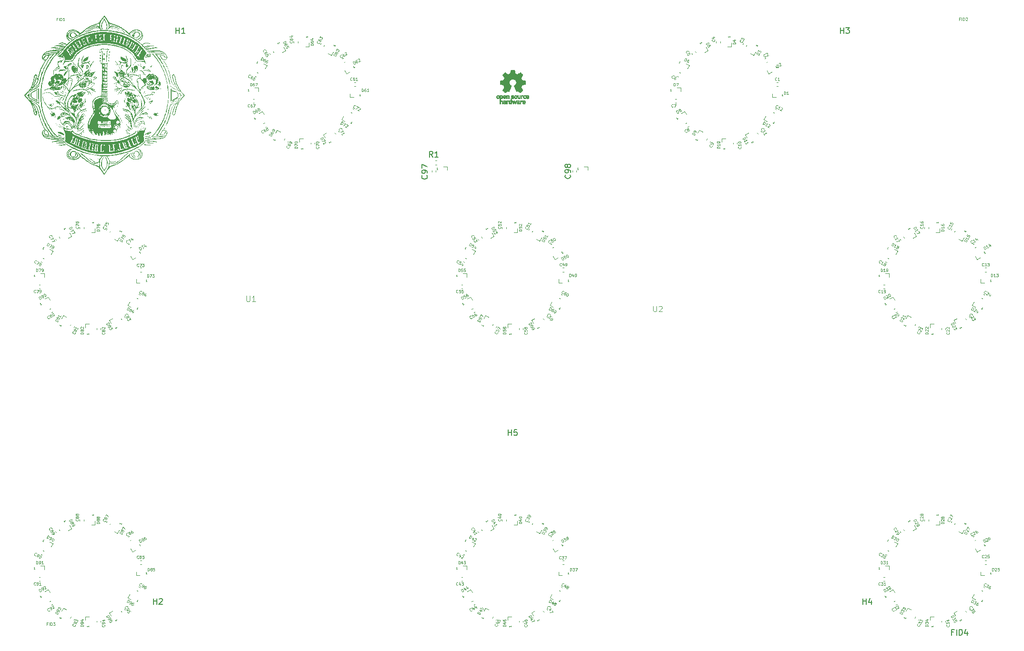
<source format=gto>
G04 #@! TF.GenerationSoftware,KiCad,Pcbnew,8.0.4+1*
G04 #@! TF.CreationDate,2024-10-08T17:35:36+00:00*
G04 #@! TF.ProjectId,pedalboard-display,70656461-6c62-46f6-9172-642d64697370,0.0.0-RC1*
G04 #@! TF.SameCoordinates,Original*
G04 #@! TF.FileFunction,Legend,Top*
G04 #@! TF.FilePolarity,Positive*
%FSLAX46Y46*%
G04 Gerber Fmt 4.6, Leading zero omitted, Abs format (unit mm)*
G04 Created by KiCad (PCBNEW 8.0.4+1) date 2024-10-08 17:35:36*
%MOMM*%
%LPD*%
G01*
G04 APERTURE LIST*
%ADD10C,0.000000*%
%ADD11C,0.004635*%
%ADD12C,0.004304*%
%ADD13C,0.008210*%
%ADD14C,0.100000*%
%ADD15C,0.075000*%
%ADD16C,0.150000*%
%ADD17C,0.120000*%
%ADD18C,0.010000*%
%ADD19C,1.000000*%
%ADD20R,0.500000X0.500000*%
%ADD21C,2.500000*%
%ADD22C,2.100000*%
G04 APERTURE END LIST*
D10*
G36*
X30465532Y-44097840D02*
G01*
X30467534Y-44098133D01*
X30469348Y-44098678D01*
X30470967Y-44099480D01*
X30472385Y-44100539D01*
X30473594Y-44101860D01*
X30474589Y-44103444D01*
X30475363Y-44105295D01*
X30476222Y-44107712D01*
X30476819Y-44110327D01*
X30477160Y-44113132D01*
X30477251Y-44116119D01*
X30477100Y-44119279D01*
X30476712Y-44122603D01*
X30475253Y-44129713D01*
X30472926Y-44137381D01*
X30469782Y-44145540D01*
X30465873Y-44154123D01*
X30461252Y-44163062D01*
X30455969Y-44172291D01*
X30450076Y-44181742D01*
X30443625Y-44191348D01*
X30436668Y-44201041D01*
X30429256Y-44210756D01*
X30421441Y-44220424D01*
X30413274Y-44229978D01*
X30404808Y-44239351D01*
X30372989Y-44275380D01*
X30341087Y-44313275D01*
X30277367Y-44394186D01*
X30214307Y-44481134D01*
X30152571Y-44573166D01*
X30092819Y-44669332D01*
X30035714Y-44768682D01*
X29981915Y-44870264D01*
X29932085Y-44973128D01*
X29837717Y-45176416D01*
X29790974Y-45276515D01*
X29790136Y-45277787D01*
X29789600Y-45278955D01*
X29789361Y-45280022D01*
X29789410Y-45280987D01*
X29789741Y-45281852D01*
X29790346Y-45282616D01*
X29791219Y-45283281D01*
X29792352Y-45283847D01*
X29795371Y-45284685D01*
X29799346Y-45285136D01*
X29804220Y-45285204D01*
X29809936Y-45284895D01*
X29816438Y-45284214D01*
X29823668Y-45283166D01*
X29831570Y-45281756D01*
X29840087Y-45279990D01*
X29849162Y-45277872D01*
X29858739Y-45275408D01*
X29868760Y-45272603D01*
X29879168Y-45269462D01*
X29889740Y-45266902D01*
X29900245Y-45264522D01*
X29910616Y-45262338D01*
X29920785Y-45260367D01*
X29930685Y-45258622D01*
X29940250Y-45257121D01*
X29949411Y-45255878D01*
X29958102Y-45254909D01*
X29966256Y-45254230D01*
X29973805Y-45253855D01*
X29980682Y-45253800D01*
X29986821Y-45254082D01*
X29992153Y-45254715D01*
X29994496Y-45255168D01*
X29996612Y-45255714D01*
X29998493Y-45256356D01*
X30000130Y-45257096D01*
X30001516Y-45257935D01*
X30002641Y-45258876D01*
X30004980Y-45262004D01*
X30006723Y-45265416D01*
X30007892Y-45269088D01*
X30008511Y-45272995D01*
X30008603Y-45277110D01*
X30008191Y-45281410D01*
X30007298Y-45285869D01*
X30005948Y-45290462D01*
X30004164Y-45295163D01*
X30001969Y-45299947D01*
X29999387Y-45304790D01*
X29996440Y-45309665D01*
X29993152Y-45314548D01*
X29989546Y-45319414D01*
X29981474Y-45328992D01*
X29972410Y-45338198D01*
X29962540Y-45346831D01*
X29952050Y-45354688D01*
X29946630Y-45358263D01*
X29941125Y-45361569D01*
X29935558Y-45364580D01*
X29929953Y-45367272D01*
X29924331Y-45369618D01*
X29918718Y-45371594D01*
X29913136Y-45373175D01*
X29907608Y-45374336D01*
X29902157Y-45375051D01*
X29896807Y-45375294D01*
X29894183Y-45375366D01*
X29891602Y-45375579D01*
X29889067Y-45375928D01*
X29886582Y-45376411D01*
X29884149Y-45377022D01*
X29881770Y-45377759D01*
X29879447Y-45378618D01*
X29877184Y-45379594D01*
X29874983Y-45380683D01*
X29872847Y-45381883D01*
X29870778Y-45383188D01*
X29868778Y-45384596D01*
X29866851Y-45386102D01*
X29864999Y-45387702D01*
X29863224Y-45389392D01*
X29861530Y-45391169D01*
X29859918Y-45393029D01*
X29858391Y-45394967D01*
X29856952Y-45396981D01*
X29855604Y-45399065D01*
X29854349Y-45401217D01*
X29853189Y-45403432D01*
X29852127Y-45405706D01*
X29851167Y-45408036D01*
X29850309Y-45410418D01*
X29849558Y-45412848D01*
X29848915Y-45415321D01*
X29848383Y-45417835D01*
X29847965Y-45420384D01*
X29847663Y-45422966D01*
X29847480Y-45425577D01*
X29847418Y-45428212D01*
X29847697Y-45436449D01*
X29848531Y-45443963D01*
X29849918Y-45450756D01*
X29851856Y-45456826D01*
X29854341Y-45462176D01*
X29857371Y-45466806D01*
X29860944Y-45470716D01*
X29865057Y-45473907D01*
X29869708Y-45476379D01*
X29874893Y-45478134D01*
X29880611Y-45479173D01*
X29886858Y-45479494D01*
X29893632Y-45479100D01*
X29900931Y-45477991D01*
X29908752Y-45476168D01*
X29917092Y-45473631D01*
X29935320Y-45466417D01*
X29955595Y-45456357D01*
X29977895Y-45443454D01*
X30002200Y-45427715D01*
X30028490Y-45409143D01*
X30056743Y-45387745D01*
X30086939Y-45363526D01*
X30119058Y-45336490D01*
X30180766Y-45282670D01*
X30239002Y-45229388D01*
X30297899Y-45172219D01*
X30361592Y-45106742D01*
X30434215Y-45028532D01*
X30519901Y-44933164D01*
X30622786Y-44816217D01*
X30747002Y-44673266D01*
X30791624Y-44622382D01*
X30833935Y-44575750D01*
X30873529Y-44533655D01*
X30909996Y-44496382D01*
X30942929Y-44464214D01*
X30971918Y-44437436D01*
X30996557Y-44416333D01*
X31016436Y-44401187D01*
X31024463Y-44395938D01*
X31031147Y-44392285D01*
X31036437Y-44390263D01*
X31040283Y-44389908D01*
X31041647Y-44390367D01*
X31042632Y-44391257D01*
X31043434Y-44394343D01*
X31042638Y-44399203D01*
X31040193Y-44405873D01*
X31036048Y-44414387D01*
X31030151Y-44424782D01*
X31012901Y-44451355D01*
X30988033Y-44485876D01*
X30955140Y-44528628D01*
X30919036Y-44573607D01*
X30854158Y-44658274D01*
X30770098Y-44770722D01*
X30676446Y-44899045D01*
X30575188Y-45031447D01*
X30524208Y-45096863D01*
X30474922Y-45159219D01*
X30428779Y-45216614D01*
X30387224Y-45267147D01*
X30351705Y-45308915D01*
X30323668Y-45340018D01*
X30311978Y-45352734D01*
X30300758Y-45365684D01*
X30290066Y-45378767D01*
X30279957Y-45391887D01*
X30270489Y-45404945D01*
X30261719Y-45417842D01*
X30253703Y-45430481D01*
X30246498Y-45442764D01*
X30240162Y-45454591D01*
X30234750Y-45465866D01*
X30230321Y-45476490D01*
X30226930Y-45486364D01*
X30224635Y-45495391D01*
X30223916Y-45499556D01*
X30223492Y-45503473D01*
X30223371Y-45507128D01*
X30223559Y-45510510D01*
X30224063Y-45513607D01*
X30224891Y-45516406D01*
X30227328Y-45524468D01*
X30229335Y-45531454D01*
X30230898Y-45537366D01*
X30232001Y-45542203D01*
X30232629Y-45545965D01*
X30232760Y-45547442D01*
X30232766Y-45548652D01*
X30232646Y-45549592D01*
X30232397Y-45550264D01*
X30232017Y-45550667D01*
X30231505Y-45550801D01*
X30230859Y-45550667D01*
X30230076Y-45550264D01*
X30229155Y-45549592D01*
X30228095Y-45548652D01*
X30225544Y-45545965D01*
X30222410Y-45542203D01*
X30218677Y-45537366D01*
X30214328Y-45531454D01*
X30203724Y-45516406D01*
X30197740Y-45508432D01*
X30191570Y-45501729D01*
X30185028Y-45496329D01*
X30177927Y-45492262D01*
X30174110Y-45490738D01*
X30170083Y-45489559D01*
X30165824Y-45488729D01*
X30161308Y-45488252D01*
X30151418Y-45488371D01*
X30140224Y-45489947D01*
X30127543Y-45493011D01*
X30113187Y-45497595D01*
X30096971Y-45503729D01*
X30078709Y-45511444D01*
X30058214Y-45520772D01*
X30035301Y-45531742D01*
X29981474Y-45558737D01*
X29944707Y-45577741D01*
X29908755Y-45595014D01*
X29874024Y-45610478D01*
X29840915Y-45624056D01*
X29809831Y-45635671D01*
X29781176Y-45645244D01*
X29755354Y-45652698D01*
X29732766Y-45657956D01*
X29722811Y-45659737D01*
X29713816Y-45660941D01*
X29705831Y-45661556D01*
X29698907Y-45661574D01*
X29693095Y-45660984D01*
X29688443Y-45659778D01*
X29685003Y-45657945D01*
X29682826Y-45655476D01*
X29682226Y-45654000D01*
X29681961Y-45652361D01*
X29682459Y-45648590D01*
X29684370Y-45644154D01*
X29687745Y-45639043D01*
X29692635Y-45633247D01*
X29699088Y-45626757D01*
X29707157Y-45619563D01*
X29716891Y-45611655D01*
X29724418Y-45605607D01*
X29731133Y-45599321D01*
X29737052Y-45592726D01*
X29742192Y-45585748D01*
X29746566Y-45578315D01*
X29750191Y-45570355D01*
X29753082Y-45561796D01*
X29755255Y-45552565D01*
X29756726Y-45542590D01*
X29757509Y-45531798D01*
X29757620Y-45520118D01*
X29757075Y-45507476D01*
X29755889Y-45493801D01*
X29754078Y-45479020D01*
X29751657Y-45463061D01*
X29748641Y-45445851D01*
X29739229Y-45405316D01*
X29735231Y-45389350D01*
X29731553Y-45376232D01*
X29728082Y-45365946D01*
X29726388Y-45361860D01*
X29724704Y-45358476D01*
X29723014Y-45355793D01*
X29721305Y-45353807D01*
X29719563Y-45352518D01*
X29717772Y-45351923D01*
X29715920Y-45352021D01*
X29713991Y-45352810D01*
X29711972Y-45354287D01*
X29709849Y-45356450D01*
X29707606Y-45359298D01*
X29705231Y-45362829D01*
X29700023Y-45371932D01*
X29694113Y-45383743D01*
X29687387Y-45398245D01*
X29671030Y-45435266D01*
X29665662Y-45447038D01*
X29660171Y-45458500D01*
X29654597Y-45469590D01*
X29648981Y-45480246D01*
X29643366Y-45490406D01*
X29637792Y-45500007D01*
X29632300Y-45508989D01*
X29626933Y-45517288D01*
X29621731Y-45524843D01*
X29616735Y-45531592D01*
X29611988Y-45537473D01*
X29607530Y-45542424D01*
X29605422Y-45544531D01*
X29603403Y-45546382D01*
X29601476Y-45547970D01*
X29599648Y-45549287D01*
X29597923Y-45550324D01*
X29596306Y-45551075D01*
X29594803Y-45551531D01*
X29593419Y-45551684D01*
X29589005Y-45551337D01*
X29585019Y-45550311D01*
X29581455Y-45548629D01*
X29578309Y-45546317D01*
X29575573Y-45543397D01*
X29573242Y-45539894D01*
X29571310Y-45535832D01*
X29569772Y-45531234D01*
X29568621Y-45526125D01*
X29567852Y-45520527D01*
X29567436Y-45507966D01*
X29568477Y-45493740D01*
X29570929Y-45478041D01*
X29574745Y-45461061D01*
X29579879Y-45442991D01*
X29586285Y-45424021D01*
X29593915Y-45404344D01*
X29602723Y-45384149D01*
X29612663Y-45363630D01*
X29623688Y-45342976D01*
X29635752Y-45322378D01*
X29651896Y-45296912D01*
X29669658Y-45267312D01*
X29708567Y-45198685D01*
X29749543Y-45122452D01*
X29789651Y-45044565D01*
X29825955Y-44970978D01*
X29855521Y-44907643D01*
X29875413Y-44860514D01*
X29880814Y-44844887D01*
X29882696Y-44835544D01*
X29886343Y-44822513D01*
X29896821Y-44801245D01*
X29913438Y-44772680D01*
X29935502Y-44737759D01*
X29993201Y-44652611D01*
X30064377Y-44553323D01*
X30143490Y-44447421D01*
X30225001Y-44342428D01*
X30303370Y-44245868D01*
X30373057Y-44165266D01*
X30377676Y-44160068D01*
X30382268Y-44155059D01*
X30391344Y-44145616D01*
X30400234Y-44136958D01*
X30404593Y-44132931D01*
X30408886Y-44129107D01*
X30413107Y-44125490D01*
X30417249Y-44122083D01*
X30421306Y-44118887D01*
X30425271Y-44115906D01*
X30429138Y-44113142D01*
X30432901Y-44110597D01*
X30436552Y-44108275D01*
X30440085Y-44106177D01*
X30443495Y-44104307D01*
X30446774Y-44102667D01*
X30449916Y-44101259D01*
X30452915Y-44100086D01*
X30455764Y-44099151D01*
X30458456Y-44098457D01*
X30460986Y-44098005D01*
X30463347Y-44097799D01*
X30465532Y-44097840D01*
G37*
G36*
X42655401Y-39985883D02*
G01*
X42657354Y-39986232D01*
X42659410Y-39986763D01*
X42661570Y-39987478D01*
X42663834Y-39988377D01*
X42668711Y-39990304D01*
X42673414Y-39992750D01*
X42677937Y-39995678D01*
X42682272Y-39999050D01*
X42686410Y-40002828D01*
X42690343Y-40006973D01*
X42694065Y-40011448D01*
X42697568Y-40016214D01*
X42700843Y-40021233D01*
X42703883Y-40026467D01*
X42706680Y-40031879D01*
X42709226Y-40037429D01*
X42711514Y-40043080D01*
X42713536Y-40048793D01*
X42715284Y-40054532D01*
X42716750Y-40060256D01*
X42717927Y-40065929D01*
X42718807Y-40071512D01*
X42719382Y-40076967D01*
X42719644Y-40082257D01*
X42719586Y-40087342D01*
X42719200Y-40092184D01*
X42718478Y-40096747D01*
X42717412Y-40100991D01*
X42715995Y-40104878D01*
X42714218Y-40108371D01*
X42712075Y-40111431D01*
X42709557Y-40114020D01*
X42706657Y-40116100D01*
X42703367Y-40117633D01*
X42699678Y-40118581D01*
X42695584Y-40118906D01*
X42693911Y-40118813D01*
X42692199Y-40118539D01*
X42690455Y-40118086D01*
X42688680Y-40117459D01*
X42685058Y-40115697D01*
X42681363Y-40113283D01*
X42677626Y-40110250D01*
X42673880Y-40106628D01*
X42670154Y-40102447D01*
X42666480Y-40097739D01*
X42662888Y-40092536D01*
X42659411Y-40086867D01*
X42656078Y-40080764D01*
X42652920Y-40074258D01*
X42649970Y-40067380D01*
X42647257Y-40060160D01*
X42644813Y-40052631D01*
X42642668Y-40044823D01*
X42641728Y-40040596D01*
X42640891Y-40036515D01*
X42640157Y-40032581D01*
X42639526Y-40028796D01*
X42638999Y-40025161D01*
X42638575Y-40021677D01*
X42638255Y-40018345D01*
X42638038Y-40015168D01*
X42637924Y-40012145D01*
X42637914Y-40009278D01*
X42638007Y-40006569D01*
X42638203Y-40004019D01*
X42638503Y-40001629D01*
X42638906Y-39999401D01*
X42639412Y-39997336D01*
X42640022Y-39995434D01*
X42640735Y-39993698D01*
X42641552Y-39992128D01*
X42642472Y-39990727D01*
X42643495Y-39989495D01*
X42644621Y-39988433D01*
X42645851Y-39987543D01*
X42647184Y-39986826D01*
X42648621Y-39986283D01*
X42650161Y-39985917D01*
X42651804Y-39985727D01*
X42653551Y-39985715D01*
X42655401Y-39985883D01*
G37*
G36*
X30535853Y-40718150D02*
G01*
X30549147Y-40719359D01*
X30562427Y-40721374D01*
X30575691Y-40724196D01*
X30588937Y-40727823D01*
X30602162Y-40732257D01*
X30615366Y-40737497D01*
X30628546Y-40743543D01*
X30641699Y-40750396D01*
X30654826Y-40758054D01*
X30667922Y-40766519D01*
X30680987Y-40775789D01*
X30694018Y-40785866D01*
X30707014Y-40796749D01*
X30719972Y-40808438D01*
X30732890Y-40820933D01*
X30754637Y-40843909D01*
X30773577Y-40865334D01*
X30781997Y-40875523D01*
X30789717Y-40885395D01*
X30796738Y-40894972D01*
X30803060Y-40904278D01*
X30808686Y-40913335D01*
X30813614Y-40922168D01*
X30817845Y-40930799D01*
X30821381Y-40939252D01*
X30824223Y-40947550D01*
X30826369Y-40955716D01*
X30827822Y-40963774D01*
X30828582Y-40971747D01*
X30828649Y-40979657D01*
X30828025Y-40987529D01*
X30826709Y-40995385D01*
X30824703Y-41003248D01*
X30822007Y-41011143D01*
X30818621Y-41019092D01*
X30814547Y-41027119D01*
X30809785Y-41035246D01*
X30804336Y-41043498D01*
X30798200Y-41051896D01*
X30791378Y-41060466D01*
X30783871Y-41069229D01*
X30775679Y-41078209D01*
X30766803Y-41087429D01*
X30747002Y-41106683D01*
X30735091Y-41118231D01*
X30724478Y-41129111D01*
X30715135Y-41139403D01*
X30707039Y-41149182D01*
X30703449Y-41153905D01*
X30700161Y-41158528D01*
X30697172Y-41163062D01*
X30694478Y-41167517D01*
X30692076Y-41171902D01*
X30689962Y-41176227D01*
X30688134Y-41180502D01*
X30686589Y-41184736D01*
X30685322Y-41188939D01*
X30684331Y-41193120D01*
X30683613Y-41197290D01*
X30683164Y-41201458D01*
X30682982Y-41205634D01*
X30683062Y-41209827D01*
X30683402Y-41214048D01*
X30683998Y-41218305D01*
X30684848Y-41222608D01*
X30685947Y-41226968D01*
X30687293Y-41231394D01*
X30688883Y-41235896D01*
X30690713Y-41240482D01*
X30692780Y-41245164D01*
X30697613Y-41254851D01*
X30701911Y-41263786D01*
X30703808Y-41268015D01*
X30705537Y-41272090D01*
X30707095Y-41276016D01*
X30708481Y-41279795D01*
X30709694Y-41283433D01*
X30710732Y-41286932D01*
X30711595Y-41290296D01*
X30712281Y-41293531D01*
X30712788Y-41296638D01*
X30713116Y-41299623D01*
X30713263Y-41302489D01*
X30713228Y-41305241D01*
X30713010Y-41307880D01*
X30712606Y-41310413D01*
X30712017Y-41312843D01*
X30711240Y-41315173D01*
X30710275Y-41317407D01*
X30709120Y-41319550D01*
X30707773Y-41321604D01*
X30706234Y-41323575D01*
X30704502Y-41325466D01*
X30702574Y-41327280D01*
X30700450Y-41329022D01*
X30698128Y-41330696D01*
X30695607Y-41332305D01*
X30692886Y-41333853D01*
X30689964Y-41335345D01*
X30686838Y-41336783D01*
X30683509Y-41338173D01*
X30679974Y-41339517D01*
X30674078Y-41342557D01*
X30667034Y-41347634D01*
X30658937Y-41354633D01*
X30649878Y-41363440D01*
X30639951Y-41373942D01*
X30629249Y-41386026D01*
X30605891Y-41414483D01*
X30580549Y-41447900D01*
X30553966Y-41485369D01*
X30526888Y-41525980D01*
X30500057Y-41568823D01*
X30473558Y-41609354D01*
X30449456Y-41645022D01*
X30438227Y-41661063D01*
X30427504Y-41675925D01*
X30417257Y-41689621D01*
X30407454Y-41702162D01*
X30398064Y-41713561D01*
X30389057Y-41723831D01*
X30380401Y-41732983D01*
X30372066Y-41741030D01*
X30364020Y-41747983D01*
X30356232Y-41753857D01*
X30348672Y-41758661D01*
X30341308Y-41762410D01*
X30334109Y-41765115D01*
X30327045Y-41766788D01*
X30320084Y-41767441D01*
X30313196Y-41767088D01*
X30306349Y-41765740D01*
X30299512Y-41763410D01*
X30292654Y-41760109D01*
X30285745Y-41755850D01*
X30278753Y-41750646D01*
X30271648Y-41744508D01*
X30264398Y-41737449D01*
X30256972Y-41729482D01*
X30249339Y-41720617D01*
X30241469Y-41710869D01*
X30233330Y-41700248D01*
X30224891Y-41688768D01*
X30215549Y-41674987D01*
X30207369Y-41662695D01*
X30200358Y-41651808D01*
X30194519Y-41642245D01*
X30192041Y-41637933D01*
X30189859Y-41633921D01*
X30187972Y-41630199D01*
X30186382Y-41626755D01*
X30185089Y-41623581D01*
X30184093Y-41620664D01*
X30183396Y-41617996D01*
X30182999Y-41615565D01*
X30182900Y-41613362D01*
X30183103Y-41611376D01*
X30183606Y-41609597D01*
X30184411Y-41608014D01*
X30185518Y-41606617D01*
X30186928Y-41605395D01*
X30188642Y-41604339D01*
X30190660Y-41603438D01*
X30192983Y-41602682D01*
X30195612Y-41602060D01*
X30198546Y-41601563D01*
X30201788Y-41601178D01*
X30205337Y-41600898D01*
X30209194Y-41600710D01*
X30217835Y-41600572D01*
X30224853Y-41600297D01*
X30231357Y-41599491D01*
X30237349Y-41598180D01*
X30242832Y-41596390D01*
X30247809Y-41594148D01*
X30252282Y-41591480D01*
X30256254Y-41588413D01*
X30259727Y-41584973D01*
X30262704Y-41581187D01*
X30265188Y-41577081D01*
X30267180Y-41572682D01*
X30268685Y-41568016D01*
X30269703Y-41563110D01*
X30270238Y-41557990D01*
X30270293Y-41552683D01*
X30269870Y-41547215D01*
X30268971Y-41541612D01*
X30267599Y-41535902D01*
X30265758Y-41530110D01*
X30263448Y-41524263D01*
X30260673Y-41518388D01*
X30257436Y-41512511D01*
X30253739Y-41506659D01*
X30249585Y-41500858D01*
X30244976Y-41495134D01*
X30239915Y-41489514D01*
X30234404Y-41484025D01*
X30228446Y-41478692D01*
X30222044Y-41473543D01*
X30215200Y-41468604D01*
X30207916Y-41463902D01*
X30200196Y-41459462D01*
X30193009Y-41455130D01*
X30186023Y-41450105D01*
X30179275Y-41444439D01*
X30172801Y-41438185D01*
X30169318Y-41434347D01*
X30377970Y-41434347D01*
X30378163Y-41438033D01*
X30378610Y-41441483D01*
X30379314Y-41444681D01*
X30380278Y-41447611D01*
X30381506Y-41450257D01*
X30383001Y-41452602D01*
X30384765Y-41454631D01*
X30386803Y-41456327D01*
X30389118Y-41457674D01*
X30391712Y-41458657D01*
X30394589Y-41459258D01*
X30397752Y-41459462D01*
X30401200Y-41459177D01*
X30404912Y-41458343D01*
X30408865Y-41456988D01*
X30413034Y-41455142D01*
X30417394Y-41452833D01*
X30421921Y-41450090D01*
X30431376Y-41443421D01*
X30441203Y-41435367D01*
X30451206Y-41426161D01*
X30461188Y-41416035D01*
X30470953Y-41405222D01*
X30480305Y-41393954D01*
X30489046Y-41382463D01*
X30496982Y-41370983D01*
X30503915Y-41359746D01*
X30509650Y-41348985D01*
X30513989Y-41338931D01*
X30515574Y-41334242D01*
X30516736Y-41329818D01*
X30517452Y-41325687D01*
X30517696Y-41321878D01*
X30517573Y-41317093D01*
X30517207Y-41312657D01*
X30516606Y-41308571D01*
X30515773Y-41304832D01*
X30514716Y-41301439D01*
X30513440Y-41298391D01*
X30511951Y-41295687D01*
X30510255Y-41293325D01*
X30508356Y-41291304D01*
X30506263Y-41289623D01*
X30503979Y-41288281D01*
X30501511Y-41287276D01*
X30498865Y-41286606D01*
X30496046Y-41286271D01*
X30493061Y-41286270D01*
X30489915Y-41286600D01*
X30486614Y-41287261D01*
X30483164Y-41288252D01*
X30479570Y-41289571D01*
X30475838Y-41291217D01*
X30471975Y-41293188D01*
X30467986Y-41295483D01*
X30463877Y-41298102D01*
X30459654Y-41301042D01*
X30450887Y-41307882D01*
X30441732Y-41315994D01*
X30432237Y-41325366D01*
X30422447Y-41335989D01*
X30418241Y-41340999D01*
X30414224Y-41346096D01*
X30410400Y-41351265D01*
X30406771Y-41356488D01*
X30403342Y-41361750D01*
X30400114Y-41367034D01*
X30397092Y-41372325D01*
X30394279Y-41377606D01*
X30391678Y-41382862D01*
X30389292Y-41388075D01*
X30387124Y-41393231D01*
X30385177Y-41398312D01*
X30383456Y-41403302D01*
X30381962Y-41408186D01*
X30380700Y-41412947D01*
X30379672Y-41417570D01*
X30378882Y-41422037D01*
X30378333Y-41426333D01*
X30378028Y-41430442D01*
X30377970Y-41434347D01*
X30169318Y-41434347D01*
X30166636Y-41431393D01*
X30160818Y-41424115D01*
X30155383Y-41416403D01*
X30150366Y-41408309D01*
X30145804Y-41399884D01*
X30141733Y-41391180D01*
X30138188Y-41382249D01*
X30135208Y-41373142D01*
X30132826Y-41363910D01*
X30131080Y-41354607D01*
X30130006Y-41345283D01*
X30129640Y-41335989D01*
X30129477Y-41327359D01*
X30128993Y-41318708D01*
X30128199Y-41310099D01*
X30127105Y-41301593D01*
X30125722Y-41293253D01*
X30124059Y-41285139D01*
X30122129Y-41277316D01*
X30119939Y-41269843D01*
X30117502Y-41262784D01*
X30114827Y-41256201D01*
X30111924Y-41250155D01*
X30110391Y-41247352D01*
X30108805Y-41244708D01*
X30107167Y-41242229D01*
X30105479Y-41239923D01*
X30103741Y-41237798D01*
X30101956Y-41235861D01*
X30100124Y-41234121D01*
X30098247Y-41232585D01*
X30096326Y-41231260D01*
X30094363Y-41230156D01*
X30090264Y-41226859D01*
X30087206Y-41222304D01*
X30085155Y-41216556D01*
X30084076Y-41209678D01*
X30083934Y-41201736D01*
X30084697Y-41192794D01*
X30088796Y-41172168D01*
X30092643Y-41159601D01*
X30200196Y-41159601D01*
X30200247Y-41162235D01*
X30200399Y-41164846D01*
X30200647Y-41167427D01*
X30200989Y-41169977D01*
X30201421Y-41172490D01*
X30201940Y-41174964D01*
X30202544Y-41177393D01*
X30203228Y-41179775D01*
X30203990Y-41182105D01*
X30204825Y-41184379D01*
X30205732Y-41186594D01*
X30206707Y-41188746D01*
X30207747Y-41190830D01*
X30208848Y-41192843D01*
X30210006Y-41194782D01*
X30211220Y-41196642D01*
X30212486Y-41198419D01*
X30213800Y-41200109D01*
X30215159Y-41201709D01*
X30216560Y-41203215D01*
X30218000Y-41204622D01*
X30219476Y-41205928D01*
X30220983Y-41207127D01*
X30222520Y-41208217D01*
X30224083Y-41209193D01*
X30225668Y-41210052D01*
X30227273Y-41210789D01*
X30228894Y-41211400D01*
X30230527Y-41211883D01*
X30232171Y-41212232D01*
X30233821Y-41212445D01*
X30235474Y-41212517D01*
X30237437Y-41212445D01*
X30239358Y-41212232D01*
X30241235Y-41211883D01*
X30243067Y-41211400D01*
X30244852Y-41210789D01*
X30246589Y-41210052D01*
X30248278Y-41209193D01*
X30249916Y-41208217D01*
X30251502Y-41207127D01*
X30253035Y-41205928D01*
X30254514Y-41204622D01*
X30255938Y-41203215D01*
X30258613Y-41200109D01*
X30261050Y-41196642D01*
X30263240Y-41192843D01*
X30265170Y-41188746D01*
X30266833Y-41184379D01*
X30268216Y-41179775D01*
X30269310Y-41174964D01*
X30270104Y-41169977D01*
X30270588Y-41164846D01*
X30270751Y-41159601D01*
X30270710Y-41156966D01*
X30270588Y-41154355D01*
X30270385Y-41151774D01*
X30270104Y-41149224D01*
X30269745Y-41146710D01*
X30269310Y-41144237D01*
X30268800Y-41141808D01*
X30268216Y-41139426D01*
X30267560Y-41137096D01*
X30266833Y-41134821D01*
X30266036Y-41132606D01*
X30265170Y-41130455D01*
X30264238Y-41128370D01*
X30263240Y-41126357D01*
X30262177Y-41124418D01*
X30261050Y-41122558D01*
X30259862Y-41120781D01*
X30258613Y-41119091D01*
X30257304Y-41117491D01*
X30255938Y-41115985D01*
X30254514Y-41114578D01*
X30253035Y-41113272D01*
X30251502Y-41112073D01*
X30249916Y-41110983D01*
X30248278Y-41110007D01*
X30246589Y-41109148D01*
X30244852Y-41108411D01*
X30243067Y-41107799D01*
X30241235Y-41107317D01*
X30239358Y-41106967D01*
X30237437Y-41106755D01*
X30235474Y-41106683D01*
X30233821Y-41106755D01*
X30232171Y-41106967D01*
X30230527Y-41107317D01*
X30228894Y-41107799D01*
X30227273Y-41108411D01*
X30225668Y-41109148D01*
X30224083Y-41110007D01*
X30222520Y-41110983D01*
X30219476Y-41113272D01*
X30216560Y-41115985D01*
X30213800Y-41119091D01*
X30211220Y-41122558D01*
X30208848Y-41126357D01*
X30206707Y-41130455D01*
X30204825Y-41134821D01*
X30203228Y-41139426D01*
X30201940Y-41144237D01*
X30200989Y-41149224D01*
X30200399Y-41154355D01*
X30200196Y-41159601D01*
X30092643Y-41159601D01*
X30096098Y-41148317D01*
X30106331Y-41121759D01*
X30119220Y-41093010D01*
X30134491Y-41062586D01*
X30135260Y-41061189D01*
X30309196Y-41061189D01*
X30309275Y-41066783D01*
X30309972Y-41072235D01*
X30311288Y-41077538D01*
X30313226Y-41082684D01*
X30315786Y-41087667D01*
X30318973Y-41092479D01*
X30322786Y-41097114D01*
X30327228Y-41101564D01*
X30332302Y-41105822D01*
X30338009Y-41109882D01*
X30344350Y-41113735D01*
X30351329Y-41117375D01*
X30358946Y-41120795D01*
X30362223Y-41121694D01*
X30365437Y-41122406D01*
X30368589Y-41122931D01*
X30371679Y-41123268D01*
X30374708Y-41123417D01*
X30377674Y-41123376D01*
X30380578Y-41123145D01*
X30383420Y-41122724D01*
X30386200Y-41122112D01*
X30388919Y-41121307D01*
X30391575Y-41120311D01*
X30394169Y-41119121D01*
X30396701Y-41117737D01*
X30399171Y-41116159D01*
X30401579Y-41114386D01*
X30403925Y-41112417D01*
X30406210Y-41110251D01*
X30408432Y-41107889D01*
X30410592Y-41105329D01*
X30412690Y-41102571D01*
X30414726Y-41099614D01*
X30416700Y-41096457D01*
X30420462Y-41089541D01*
X30423976Y-41081820D01*
X30427242Y-41073287D01*
X30430260Y-41063938D01*
X30433029Y-41053767D01*
X30435880Y-41043475D01*
X30439134Y-41033772D01*
X30442781Y-41024668D01*
X30444748Y-41020344D01*
X30446810Y-41016174D01*
X30448965Y-41012159D01*
X30451211Y-41008300D01*
X30453548Y-41004599D01*
X30455974Y-41001057D01*
X30458488Y-40997675D01*
X30461088Y-40994455D01*
X30463774Y-40991397D01*
X30466543Y-40988503D01*
X30469396Y-40985775D01*
X30472329Y-40983213D01*
X30475343Y-40980820D01*
X30478436Y-40978595D01*
X30481606Y-40976541D01*
X30484852Y-40974659D01*
X30488174Y-40972950D01*
X30491569Y-40971416D01*
X30495036Y-40970057D01*
X30498574Y-40968875D01*
X30502182Y-40967871D01*
X30505859Y-40967047D01*
X30509603Y-40966404D01*
X30513413Y-40965943D01*
X30517287Y-40965666D01*
X30521224Y-40965573D01*
X30527994Y-40965789D01*
X30534409Y-40966432D01*
X30540467Y-40967494D01*
X30546167Y-40968970D01*
X30551504Y-40970851D01*
X30556478Y-40973131D01*
X30561084Y-40975802D01*
X30565321Y-40978857D01*
X30569186Y-40982290D01*
X30572677Y-40986093D01*
X30575790Y-40990259D01*
X30578523Y-40994780D01*
X30580874Y-40999651D01*
X30582840Y-41004863D01*
X30584418Y-41010410D01*
X30585606Y-41016285D01*
X30586401Y-41022479D01*
X30586801Y-41028988D01*
X30586804Y-41035802D01*
X30586405Y-41042915D01*
X30584397Y-41058011D01*
X30580755Y-41074217D01*
X30575460Y-41091478D01*
X30568490Y-41109736D01*
X30559826Y-41128935D01*
X30549446Y-41149017D01*
X30543871Y-41159645D01*
X30539076Y-41169054D01*
X30535098Y-41177263D01*
X30531972Y-41184295D01*
X30529735Y-41190169D01*
X30528962Y-41192678D01*
X30528424Y-41194906D01*
X30528126Y-41196855D01*
X30528073Y-41198527D01*
X30528270Y-41199925D01*
X30528720Y-41201052D01*
X30529429Y-41201910D01*
X30530401Y-41202502D01*
X30531640Y-41202831D01*
X30533151Y-41202899D01*
X30534938Y-41202708D01*
X30537007Y-41202261D01*
X30539361Y-41201561D01*
X30542005Y-41200611D01*
X30548181Y-41197968D01*
X30555572Y-41194354D01*
X30564213Y-41189789D01*
X30574141Y-41184294D01*
X30580300Y-41180271D01*
X30586204Y-41175505D01*
X30591847Y-41170040D01*
X30597223Y-41163920D01*
X30602325Y-41157187D01*
X30607147Y-41149886D01*
X30611681Y-41142058D01*
X30615923Y-41133748D01*
X30623500Y-41115853D01*
X30629827Y-41096548D01*
X30634852Y-41076178D01*
X30638523Y-41055089D01*
X30640788Y-41033629D01*
X30641596Y-41012143D01*
X30640895Y-40990977D01*
X30638633Y-40970478D01*
X30634759Y-40950991D01*
X30632201Y-40941736D01*
X30629221Y-40932864D01*
X30625812Y-40924418D01*
X30621967Y-40916442D01*
X30617681Y-40908979D01*
X30612946Y-40902072D01*
X30605342Y-40892779D01*
X30598250Y-40884778D01*
X30591436Y-40878120D01*
X30584669Y-40872858D01*
X30581230Y-40870766D01*
X30577716Y-40869043D01*
X30574097Y-40867694D01*
X30570344Y-40866726D01*
X30566429Y-40866146D01*
X30562321Y-40865959D01*
X30557993Y-40866174D01*
X30553415Y-40866795D01*
X30548558Y-40867829D01*
X30543392Y-40869284D01*
X30532021Y-40873478D01*
X30519068Y-40879430D01*
X30504302Y-40887190D01*
X30487489Y-40896810D01*
X30468397Y-40908343D01*
X30422447Y-40937350D01*
X30411161Y-40944294D01*
X30400456Y-40951231D01*
X30390333Y-40958154D01*
X30380796Y-40965056D01*
X30371844Y-40971929D01*
X30363481Y-40978766D01*
X30355709Y-40985561D01*
X30348529Y-40992306D01*
X30341943Y-40998995D01*
X30335953Y-41005619D01*
X30330562Y-41012173D01*
X30325770Y-41018648D01*
X30321581Y-41025038D01*
X30317996Y-41031335D01*
X30315016Y-41037533D01*
X30312645Y-41043625D01*
X30310883Y-41049603D01*
X30309733Y-41055460D01*
X30309196Y-41061189D01*
X30135260Y-41061189D01*
X30151871Y-41031005D01*
X30171085Y-40998783D01*
X30191860Y-40966437D01*
X30213921Y-40934484D01*
X30236996Y-40903440D01*
X30260809Y-40873823D01*
X30285088Y-40846148D01*
X30309558Y-40820933D01*
X30322797Y-40808438D01*
X30336055Y-40796749D01*
X30349329Y-40785866D01*
X30362619Y-40775789D01*
X30375921Y-40766519D01*
X30389235Y-40758054D01*
X30402557Y-40750396D01*
X30415887Y-40743543D01*
X30429222Y-40737497D01*
X30442560Y-40732257D01*
X30455899Y-40727823D01*
X30469238Y-40724196D01*
X30482574Y-40721374D01*
X30495905Y-40719359D01*
X30509230Y-40718150D01*
X30522547Y-40717747D01*
X30535853Y-40718150D01*
G37*
G36*
X47287276Y-40513318D02*
G01*
X47288634Y-40514697D01*
X47288847Y-40516830D01*
X47287903Y-40519714D01*
X47285795Y-40523351D01*
X47282511Y-40527739D01*
X47278043Y-40532877D01*
X47272380Y-40538766D01*
X47257433Y-40552790D01*
X47237591Y-40569806D01*
X47212779Y-40589809D01*
X47182918Y-40612794D01*
X47168921Y-40623285D01*
X47154785Y-40633548D01*
X47140618Y-40643522D01*
X47126528Y-40653144D01*
X47112625Y-40662352D01*
X47099016Y-40671086D01*
X47085810Y-40679282D01*
X47073115Y-40686878D01*
X47061041Y-40693813D01*
X47049695Y-40700025D01*
X47039187Y-40705450D01*
X47029624Y-40710029D01*
X47021115Y-40713698D01*
X47013769Y-40716395D01*
X47007694Y-40718059D01*
X47005167Y-40718484D01*
X47002999Y-40718628D01*
X47000695Y-40718669D01*
X46998414Y-40718791D01*
X46996161Y-40718994D01*
X46993939Y-40719276D01*
X46991750Y-40719634D01*
X46989597Y-40720070D01*
X46987485Y-40720580D01*
X46985416Y-40721163D01*
X46983394Y-40721820D01*
X46981421Y-40722547D01*
X46979501Y-40723344D01*
X46977638Y-40724209D01*
X46975833Y-40725142D01*
X46974092Y-40726140D01*
X46972416Y-40727203D01*
X46970810Y-40728329D01*
X46969276Y-40729518D01*
X46967817Y-40730767D01*
X46966437Y-40732075D01*
X46965139Y-40733442D01*
X46963927Y-40734865D01*
X46962803Y-40736345D01*
X46961770Y-40737878D01*
X46960833Y-40739464D01*
X46959994Y-40741102D01*
X46959256Y-40742790D01*
X46958623Y-40744528D01*
X46958097Y-40746313D01*
X46957683Y-40748145D01*
X46957383Y-40750022D01*
X46957201Y-40751943D01*
X46957140Y-40753906D01*
X46957089Y-40755559D01*
X46956936Y-40757209D01*
X46956686Y-40758853D01*
X46956340Y-40760486D01*
X46955902Y-40762107D01*
X46955372Y-40763712D01*
X46954755Y-40765297D01*
X46954053Y-40766860D01*
X46953268Y-40768397D01*
X46952403Y-40769905D01*
X46951460Y-40771380D01*
X46950442Y-40772820D01*
X46949352Y-40774221D01*
X46948193Y-40775580D01*
X46946966Y-40776894D01*
X46945674Y-40778160D01*
X46944321Y-40779374D01*
X46942908Y-40780533D01*
X46941438Y-40781634D01*
X46939914Y-40782673D01*
X46938338Y-40783648D01*
X46936713Y-40784555D01*
X46935042Y-40785391D01*
X46933327Y-40786153D01*
X46931570Y-40786837D01*
X46929775Y-40787440D01*
X46927943Y-40787960D01*
X46926078Y-40788392D01*
X46924182Y-40788734D01*
X46922258Y-40788982D01*
X46920307Y-40789133D01*
X46918334Y-40789184D01*
X46913881Y-40789551D01*
X46908508Y-40790631D01*
X46902288Y-40792393D01*
X46895292Y-40794807D01*
X46887594Y-40797840D01*
X46879266Y-40801462D01*
X46870379Y-40805643D01*
X46861007Y-40810351D01*
X46851221Y-40815554D01*
X46841094Y-40821223D01*
X46830699Y-40827326D01*
X46820107Y-40833832D01*
X46809391Y-40840710D01*
X46798624Y-40847930D01*
X46787877Y-40855459D01*
X46777223Y-40863267D01*
X46766773Y-40870331D01*
X46756621Y-40876951D01*
X46746822Y-40883095D01*
X46737425Y-40888733D01*
X46728483Y-40893833D01*
X46720048Y-40898365D01*
X46712170Y-40902298D01*
X46704903Y-40905600D01*
X46701514Y-40907005D01*
X46698297Y-40908241D01*
X46695258Y-40909303D01*
X46692404Y-40910189D01*
X46689741Y-40910894D01*
X46687276Y-40911414D01*
X46685015Y-40911745D01*
X46682964Y-40911884D01*
X46681131Y-40911826D01*
X46679521Y-40911569D01*
X46678141Y-40911107D01*
X46676997Y-40910437D01*
X46676096Y-40909555D01*
X46675445Y-40908458D01*
X46675050Y-40907140D01*
X46674916Y-40905600D01*
X46676647Y-40899403D01*
X46681820Y-40891413D01*
X46690404Y-40881656D01*
X46702367Y-40870157D01*
X46736308Y-40842039D01*
X46783396Y-40807264D01*
X46843383Y-40766040D01*
X46916019Y-40718573D01*
X47001057Y-40665071D01*
X47098250Y-40605739D01*
X47135982Y-40583455D01*
X47169750Y-40564225D01*
X47199477Y-40548044D01*
X47225085Y-40534907D01*
X47246497Y-40524809D01*
X47263636Y-40517744D01*
X47270578Y-40515347D01*
X47276423Y-40513707D01*
X47281161Y-40512823D01*
X47284782Y-40512693D01*
X47287276Y-40513318D01*
G37*
G36*
X31083500Y-36520755D02*
G01*
X31088234Y-36521292D01*
X31092807Y-36522163D01*
X31097209Y-36523349D01*
X31101434Y-36524833D01*
X31105472Y-36526595D01*
X31109314Y-36528617D01*
X31112953Y-36530880D01*
X31116381Y-36533365D01*
X31119588Y-36536054D01*
X31122566Y-36538927D01*
X31125308Y-36541967D01*
X31127804Y-36545153D01*
X31130046Y-36548468D01*
X31132025Y-36551893D01*
X31133734Y-36555410D01*
X31135164Y-36558998D01*
X31136307Y-36562640D01*
X31137154Y-36566317D01*
X31137696Y-36570010D01*
X31137926Y-36573700D01*
X31137835Y-36577370D01*
X31137414Y-36580999D01*
X31136656Y-36584569D01*
X31135551Y-36588062D01*
X31134092Y-36591458D01*
X31132269Y-36594740D01*
X31130076Y-36597888D01*
X31127502Y-36600883D01*
X31124540Y-36603708D01*
X31121182Y-36606342D01*
X31117418Y-36608768D01*
X31114115Y-36611115D01*
X31110838Y-36614155D01*
X31107613Y-36617836D01*
X31104465Y-36622106D01*
X31101420Y-36626914D01*
X31098505Y-36632207D01*
X31095744Y-36637935D01*
X31093165Y-36644045D01*
X31090792Y-36650485D01*
X31088652Y-36657205D01*
X31086770Y-36664152D01*
X31085172Y-36671275D01*
X31083885Y-36678522D01*
X31082933Y-36685841D01*
X31082343Y-36693181D01*
X31082141Y-36700490D01*
X31081849Y-36708800D01*
X31081484Y-36712740D01*
X31080969Y-36716537D01*
X31080305Y-36720192D01*
X31079490Y-36723705D01*
X31078522Y-36727078D01*
X31077400Y-36730310D01*
X31076124Y-36733403D01*
X31074691Y-36736357D01*
X31073100Y-36739173D01*
X31071351Y-36741851D01*
X31069441Y-36744392D01*
X31067370Y-36746797D01*
X31065136Y-36749067D01*
X31062738Y-36751201D01*
X31060175Y-36753201D01*
X31057445Y-36755067D01*
X31054547Y-36756800D01*
X31051479Y-36758401D01*
X31048242Y-36759870D01*
X31044832Y-36761208D01*
X31041249Y-36762416D01*
X31037492Y-36763493D01*
X31033560Y-36764441D01*
X31029450Y-36765261D01*
X31020694Y-36766518D01*
X31011215Y-36767268D01*
X31001002Y-36767517D01*
X30992126Y-36767883D01*
X30982750Y-36768957D01*
X30972949Y-36770703D01*
X30962802Y-36773084D01*
X30952387Y-36776065D01*
X30941780Y-36779609D01*
X30931060Y-36783681D01*
X30920304Y-36788243D01*
X30909589Y-36793260D01*
X30898992Y-36798695D01*
X30888592Y-36804513D01*
X30878466Y-36810677D01*
X30868692Y-36817151D01*
X30859346Y-36823899D01*
X30850507Y-36830885D01*
X30842252Y-36838072D01*
X30834998Y-36844852D01*
X30827798Y-36851299D01*
X30820662Y-36857411D01*
X30813602Y-36863187D01*
X30806630Y-36868625D01*
X30799758Y-36873722D01*
X30792997Y-36878476D01*
X30786358Y-36882887D01*
X30779854Y-36886951D01*
X30773496Y-36890667D01*
X30767296Y-36894032D01*
X30761264Y-36897046D01*
X30755414Y-36899706D01*
X30749756Y-36902010D01*
X30744302Y-36903956D01*
X30739064Y-36905542D01*
X30734053Y-36906766D01*
X30729282Y-36907627D01*
X30724761Y-36908122D01*
X30720502Y-36908250D01*
X30716517Y-36908008D01*
X30712818Y-36907395D01*
X30709415Y-36906408D01*
X30706322Y-36905046D01*
X30703549Y-36903307D01*
X30701108Y-36901188D01*
X30699010Y-36898689D01*
X30697268Y-36895806D01*
X30695893Y-36892538D01*
X30694896Y-36888884D01*
X30694290Y-36884840D01*
X30694085Y-36880406D01*
X30694493Y-36876225D01*
X30695698Y-36871635D01*
X30697669Y-36866663D01*
X30700376Y-36861334D01*
X30707875Y-36849710D01*
X30717953Y-36836970D01*
X30730366Y-36823320D01*
X30744873Y-36808968D01*
X30761229Y-36794120D01*
X30779193Y-36778982D01*
X30798521Y-36763761D01*
X30818970Y-36748665D01*
X30840298Y-36733899D01*
X30862261Y-36719671D01*
X30884617Y-36706187D01*
X30907123Y-36693654D01*
X30929536Y-36682278D01*
X30951613Y-36672267D01*
X30961403Y-36667437D01*
X30970899Y-36662235D01*
X30980053Y-36656702D01*
X30988820Y-36650880D01*
X30997153Y-36644809D01*
X31005005Y-36638532D01*
X31012330Y-36632090D01*
X31019082Y-36625523D01*
X31025213Y-36618874D01*
X31030678Y-36612184D01*
X31035430Y-36605494D01*
X31037523Y-36602161D01*
X31039422Y-36598845D01*
X31041118Y-36595549D01*
X31042607Y-36592278D01*
X31043883Y-36589039D01*
X31044941Y-36585836D01*
X31045773Y-36582675D01*
X31046375Y-36579559D01*
X31046740Y-36576496D01*
X31046863Y-36573489D01*
X31046904Y-36570854D01*
X31047026Y-36568244D01*
X31047226Y-36565662D01*
X31047504Y-36563113D01*
X31047856Y-36560599D01*
X31048281Y-36558126D01*
X31048778Y-36555697D01*
X31049343Y-36553315D01*
X31049976Y-36550985D01*
X31050674Y-36548711D01*
X31051435Y-36546496D01*
X31052258Y-36544344D01*
X31053140Y-36542259D01*
X31054079Y-36540246D01*
X31055074Y-36538307D01*
X31056123Y-36536448D01*
X31057223Y-36534671D01*
X31058374Y-36532980D01*
X31059572Y-36531380D01*
X31060815Y-36529874D01*
X31062103Y-36528467D01*
X31063433Y-36527161D01*
X31064802Y-36525962D01*
X31066210Y-36524872D01*
X31067654Y-36523896D01*
X31069133Y-36523038D01*
X31070643Y-36522301D01*
X31072184Y-36521689D01*
X31073753Y-36521206D01*
X31075349Y-36520857D01*
X31076970Y-36520644D01*
X31078613Y-36520573D01*
X31083500Y-36520755D01*
G37*
G36*
X30811825Y-32444666D02*
G01*
X30816053Y-32447295D01*
X30819295Y-32452034D01*
X30821525Y-32458876D01*
X30822718Y-32467810D01*
X30822850Y-32478830D01*
X30821894Y-32491927D01*
X30819826Y-32507092D01*
X30816620Y-32524317D01*
X30806696Y-32564913D01*
X30791919Y-32613648D01*
X30772088Y-32670456D01*
X30747002Y-32735268D01*
X30691570Y-32875751D01*
X30644200Y-33003874D01*
X30623473Y-33063468D01*
X30604685Y-33120174D01*
X30587808Y-33174058D01*
X30572817Y-33225187D01*
X30559687Y-33273630D01*
X30548392Y-33319452D01*
X30538905Y-33362721D01*
X30531201Y-33403505D01*
X30525253Y-33441870D01*
X30521038Y-33477885D01*
X30518527Y-33511614D01*
X30517696Y-33543127D01*
X30518018Y-33575606D01*
X30519115Y-33604354D01*
X30521184Y-33629525D01*
X30522644Y-33640819D01*
X30524421Y-33651276D01*
X30526538Y-33660917D01*
X30529022Y-33669761D01*
X30531895Y-33677827D01*
X30535183Y-33685135D01*
X30538911Y-33691703D01*
X30543102Y-33697553D01*
X30547781Y-33702701D01*
X30552974Y-33707170D01*
X30558704Y-33710976D01*
X30564995Y-33714141D01*
X30571874Y-33716683D01*
X30579363Y-33718621D01*
X30587488Y-33719976D01*
X30596273Y-33720766D01*
X30605743Y-33721010D01*
X30615923Y-33720729D01*
X30638507Y-33718667D01*
X30664223Y-33714735D01*
X30693267Y-33709086D01*
X30725835Y-33701877D01*
X30741496Y-33698778D01*
X30756703Y-33696097D01*
X30771414Y-33693839D01*
X30785587Y-33692011D01*
X30799181Y-33690616D01*
X30812156Y-33689661D01*
X30824468Y-33689150D01*
X30836079Y-33689089D01*
X30846944Y-33689483D01*
X30857025Y-33690337D01*
X30866278Y-33691655D01*
X30874664Y-33693444D01*
X30878518Y-33694517D01*
X30882140Y-33695709D01*
X30885524Y-33697021D01*
X30888665Y-33698454D01*
X30891558Y-33700008D01*
X30894198Y-33701685D01*
X30896579Y-33703484D01*
X30898697Y-33705407D01*
X30903034Y-33709044D01*
X30908095Y-33712014D01*
X30913858Y-33714313D01*
X30920304Y-33715934D01*
X30927411Y-33716874D01*
X30935159Y-33717126D01*
X30943527Y-33716686D01*
X30952495Y-33715548D01*
X30962041Y-33713708D01*
X30972145Y-33711159D01*
X30982787Y-33707898D01*
X30993946Y-33703918D01*
X31005600Y-33699214D01*
X31017731Y-33693782D01*
X31030315Y-33687617D01*
X31043334Y-33680712D01*
X31054648Y-33674967D01*
X31066045Y-33669646D01*
X31077441Y-33664759D01*
X31088755Y-33660317D01*
X31099903Y-33656329D01*
X31110804Y-33652806D01*
X31121373Y-33649759D01*
X31131529Y-33647198D01*
X31141189Y-33645132D01*
X31150271Y-33643573D01*
X31158691Y-33642531D01*
X31166366Y-33642016D01*
X31173215Y-33642039D01*
X31179154Y-33642609D01*
X31181757Y-33643103D01*
X31184102Y-33643737D01*
X31186177Y-33644514D01*
X31187974Y-33645434D01*
X31194779Y-33648612D01*
X31203226Y-33650891D01*
X31224664Y-33652875D01*
X31251528Y-33651635D01*
X31283059Y-33647418D01*
X31318496Y-33640472D01*
X31357080Y-33631047D01*
X31398051Y-33619388D01*
X31440651Y-33605746D01*
X31484118Y-33590367D01*
X31527695Y-33573500D01*
X31570620Y-33555392D01*
X31612134Y-33536293D01*
X31651478Y-33516449D01*
X31687891Y-33496109D01*
X31720615Y-33475521D01*
X31748890Y-33454933D01*
X31768907Y-33439467D01*
X31787933Y-33425462D01*
X31805950Y-33412891D01*
X31822939Y-33401727D01*
X31838882Y-33391943D01*
X31853760Y-33383512D01*
X31867554Y-33376405D01*
X31880245Y-33370598D01*
X31891815Y-33366061D01*
X31902245Y-33362769D01*
X31911516Y-33360693D01*
X31919609Y-33359808D01*
X31926506Y-33360085D01*
X31932188Y-33361498D01*
X31936636Y-33364019D01*
X31939832Y-33367621D01*
X31941756Y-33372278D01*
X31942390Y-33377962D01*
X31941716Y-33384646D01*
X31939714Y-33392302D01*
X31936366Y-33400904D01*
X31931654Y-33410425D01*
X31925557Y-33420837D01*
X31918058Y-33432114D01*
X31909138Y-33444227D01*
X31898779Y-33457151D01*
X31886960Y-33470857D01*
X31873665Y-33485320D01*
X31858873Y-33500510D01*
X31842567Y-33516403D01*
X31824727Y-33532970D01*
X31805335Y-33550184D01*
X31784259Y-33569480D01*
X31766047Y-33586653D01*
X31750749Y-33602141D01*
X31744209Y-33609391D01*
X31738417Y-33616384D01*
X31733380Y-33623176D01*
X31729104Y-33629821D01*
X31725595Y-33636374D01*
X31722859Y-33642890D01*
X31720905Y-33649425D01*
X31719736Y-33656032D01*
X31719362Y-33662768D01*
X31719786Y-33669686D01*
X31721017Y-33676842D01*
X31723061Y-33684291D01*
X31725924Y-33692087D01*
X31729612Y-33700286D01*
X31734132Y-33708942D01*
X31739491Y-33718110D01*
X31752749Y-33738203D01*
X31769439Y-33761003D01*
X31789612Y-33786951D01*
X31840613Y-33850045D01*
X31856930Y-33869829D01*
X31872756Y-33889422D01*
X31888013Y-33908716D01*
X31902625Y-33927601D01*
X31916512Y-33945969D01*
X31929600Y-33963712D01*
X31941808Y-33980722D01*
X31953061Y-33996889D01*
X31963279Y-34012105D01*
X31972387Y-34026262D01*
X31980307Y-34039250D01*
X31986960Y-34050963D01*
X31992270Y-34061290D01*
X31996158Y-34070124D01*
X31998548Y-34077356D01*
X31999157Y-34080337D01*
X31999362Y-34082877D01*
X31999565Y-34088283D01*
X32000161Y-34093258D01*
X32001127Y-34097806D01*
X32002442Y-34101929D01*
X32004086Y-34105631D01*
X32006036Y-34108915D01*
X32008272Y-34111784D01*
X32010772Y-34114242D01*
X32013516Y-34116291D01*
X32016480Y-34117936D01*
X32019645Y-34119179D01*
X32022989Y-34120023D01*
X32026490Y-34120472D01*
X32030128Y-34120529D01*
X32033881Y-34120196D01*
X32037727Y-34119479D01*
X32041646Y-34118379D01*
X32045615Y-34116899D01*
X32049615Y-34115044D01*
X32053623Y-34112816D01*
X32057618Y-34110219D01*
X32061578Y-34107255D01*
X32065484Y-34103928D01*
X32069312Y-34100242D01*
X32073042Y-34096199D01*
X32076653Y-34091802D01*
X32080123Y-34087056D01*
X32083430Y-34081963D01*
X32086555Y-34076525D01*
X32089474Y-34070748D01*
X32092168Y-34064633D01*
X32094614Y-34058185D01*
X32102441Y-34042978D01*
X32114898Y-34021859D01*
X32131324Y-33995862D01*
X32151058Y-33966020D01*
X32173437Y-33933368D01*
X32197801Y-33898938D01*
X32223487Y-33863763D01*
X32249835Y-33828879D01*
X32278464Y-33792539D01*
X32308209Y-33753141D01*
X32338202Y-33711924D01*
X32367575Y-33670128D01*
X32395459Y-33628994D01*
X32420988Y-33589761D01*
X32443291Y-33553671D01*
X32461502Y-33521962D01*
X32470215Y-33507587D01*
X32479113Y-33493616D01*
X32488136Y-33480119D01*
X32497220Y-33467171D01*
X32506305Y-33454843D01*
X32515328Y-33443207D01*
X32524226Y-33432336D01*
X32532939Y-33422302D01*
X32541403Y-33413178D01*
X32549558Y-33405035D01*
X32557340Y-33397947D01*
X32564689Y-33391985D01*
X32568181Y-33389450D01*
X32571541Y-33387223D01*
X32574762Y-33385313D01*
X32577835Y-33383731D01*
X32580753Y-33382484D01*
X32583509Y-33381583D01*
X32586094Y-33381035D01*
X32588501Y-33380851D01*
X32593338Y-33381115D01*
X32597923Y-33381889D01*
X32602253Y-33383144D01*
X32606326Y-33384854D01*
X32610138Y-33386990D01*
X32613686Y-33389525D01*
X32616966Y-33392430D01*
X32619976Y-33395678D01*
X32622712Y-33399242D01*
X32625170Y-33403093D01*
X32627349Y-33407204D01*
X32629243Y-33411546D01*
X32630851Y-33416093D01*
X32632169Y-33420816D01*
X32633194Y-33425688D01*
X32633922Y-33430680D01*
X32634350Y-33435766D01*
X32634476Y-33440917D01*
X32634295Y-33446105D01*
X32633805Y-33451303D01*
X32633002Y-33456482D01*
X32631883Y-33461616D01*
X32630445Y-33466677D01*
X32628685Y-33471635D01*
X32626600Y-33476465D01*
X32624185Y-33481138D01*
X32621439Y-33485626D01*
X32618357Y-33489901D01*
X32614937Y-33493937D01*
X32611175Y-33497704D01*
X32607068Y-33501175D01*
X32602612Y-33504323D01*
X32597589Y-33507973D01*
X32590534Y-33514837D01*
X32570807Y-33537506D01*
X32544384Y-33570923D01*
X32512213Y-33613684D01*
X32475248Y-33664382D01*
X32434437Y-33721612D01*
X32345085Y-33850045D01*
X32272904Y-33956601D01*
X32210809Y-34051624D01*
X32156322Y-34139453D01*
X32106960Y-34224430D01*
X32060245Y-34310895D01*
X32013695Y-34403190D01*
X31964829Y-34505654D01*
X31911168Y-34622629D01*
X31904519Y-34636261D01*
X31897829Y-34649335D01*
X31891138Y-34661789D01*
X31884489Y-34673561D01*
X31877923Y-34684588D01*
X31871481Y-34694810D01*
X31865204Y-34704163D01*
X31859133Y-34712586D01*
X31853311Y-34720017D01*
X31850506Y-34723341D01*
X31847778Y-34726394D01*
X31845133Y-34729168D01*
X31842576Y-34731655D01*
X31840112Y-34733847D01*
X31837746Y-34735737D01*
X31835484Y-34737317D01*
X31833330Y-34738580D01*
X31831289Y-34739516D01*
X31829368Y-34740120D01*
X31827570Y-34740382D01*
X31825902Y-34740295D01*
X31824368Y-34739852D01*
X31822974Y-34739045D01*
X31821413Y-34737909D01*
X31820035Y-34736493D01*
X31818838Y-34734804D01*
X31817820Y-34732851D01*
X31816307Y-34728185D01*
X31815477Y-34722564D01*
X31815308Y-34716054D01*
X31815780Y-34708722D01*
X31816872Y-34700635D01*
X31818564Y-34691861D01*
X31820834Y-34682467D01*
X31823663Y-34672521D01*
X31827029Y-34662088D01*
X31830911Y-34651237D01*
X31835290Y-34640034D01*
X31840144Y-34628548D01*
X31845453Y-34616844D01*
X31851196Y-34604990D01*
X31878772Y-34549716D01*
X31903293Y-34497661D01*
X31924765Y-34448821D01*
X31934360Y-34425604D01*
X31943194Y-34403189D01*
X31951268Y-34381576D01*
X31958584Y-34360762D01*
X31965141Y-34340748D01*
X31970941Y-34321533D01*
X31975983Y-34303117D01*
X31980269Y-34285499D01*
X31983799Y-34268677D01*
X31986575Y-34252652D01*
X31988595Y-34237423D01*
X31989862Y-34222989D01*
X31990376Y-34209349D01*
X31990137Y-34196504D01*
X31989146Y-34184452D01*
X31987404Y-34173192D01*
X31984911Y-34162724D01*
X31981669Y-34153048D01*
X31977677Y-34144162D01*
X31972936Y-34136066D01*
X31967448Y-34128759D01*
X31961212Y-34122242D01*
X31954229Y-34116512D01*
X31946500Y-34111570D01*
X31938026Y-34107414D01*
X31928807Y-34104045D01*
X31925191Y-34103002D01*
X31921620Y-34101861D01*
X31918099Y-34100627D01*
X31914634Y-34099305D01*
X31911228Y-34097900D01*
X31907886Y-34096418D01*
X31904612Y-34094863D01*
X31901412Y-34093241D01*
X31895247Y-34089817D01*
X31889429Y-34086185D01*
X31883994Y-34082389D01*
X31878977Y-34078468D01*
X31874415Y-34074465D01*
X31872316Y-34072445D01*
X31870344Y-34070420D01*
X31868503Y-34068395D01*
X31866799Y-34066375D01*
X31865236Y-34064366D01*
X31863819Y-34062372D01*
X31862551Y-34060399D01*
X31861437Y-34058451D01*
X31860483Y-34056535D01*
X31859691Y-34054655D01*
X31859068Y-34052816D01*
X31858617Y-34051023D01*
X31858344Y-34049283D01*
X31858251Y-34047599D01*
X31858087Y-34045792D01*
X31857601Y-34043686D01*
X31855695Y-34038621D01*
X31852601Y-34032492D01*
X31848385Y-34025385D01*
X31843114Y-34017390D01*
X31836857Y-34008594D01*
X31829680Y-33999085D01*
X31821651Y-33988950D01*
X31803302Y-33967156D01*
X31782349Y-33943916D01*
X31759329Y-33919931D01*
X31747212Y-33907879D01*
X31734780Y-33895905D01*
X31722347Y-33883310D01*
X31710230Y-33870715D01*
X31698495Y-33858203D01*
X31687209Y-33845856D01*
X31676441Y-33833757D01*
X31666256Y-33821988D01*
X31656723Y-33810633D01*
X31647908Y-33799775D01*
X31639878Y-33789494D01*
X31632701Y-33779876D01*
X31626444Y-33771001D01*
X31621174Y-33762954D01*
X31616958Y-33755815D01*
X31613863Y-33749669D01*
X31612757Y-33746994D01*
X31611957Y-33744598D01*
X31611471Y-33742491D01*
X31611307Y-33740684D01*
X31611071Y-33735217D01*
X31610372Y-33730060D01*
X31609223Y-33725212D01*
X31607634Y-33720675D01*
X31605620Y-33716448D01*
X31603191Y-33712531D01*
X31600361Y-33708924D01*
X31597141Y-33705627D01*
X31593544Y-33702640D01*
X31589581Y-33699963D01*
X31585266Y-33697596D01*
X31580611Y-33695539D01*
X31575628Y-33693793D01*
X31570328Y-33692356D01*
X31564726Y-33691230D01*
X31558831Y-33690413D01*
X31546218Y-33689710D01*
X31532587Y-33690247D01*
X31518036Y-33692025D01*
X31502663Y-33695043D01*
X31486566Y-33699301D01*
X31469845Y-33704799D01*
X31452596Y-33711538D01*
X31434918Y-33719517D01*
X31378643Y-33745044D01*
X31316435Y-33768623D01*
X31249472Y-33790125D01*
X31178934Y-33809420D01*
X31105998Y-33826379D01*
X31031842Y-33840873D01*
X30957645Y-33852774D01*
X30884585Y-33861950D01*
X30813840Y-33868275D01*
X30746588Y-33871617D01*
X30684008Y-33871849D01*
X30627278Y-33868841D01*
X30577575Y-33862463D01*
X30555728Y-33857971D01*
X30536079Y-33852587D01*
X30518776Y-33846297D01*
X30503967Y-33839084D01*
X30491799Y-33830931D01*
X30482418Y-33821823D01*
X30470395Y-33802977D01*
X30459488Y-33777381D01*
X30449738Y-33745812D01*
X30441188Y-33709044D01*
X30433877Y-33667853D01*
X30427848Y-33623013D01*
X30423142Y-33575300D01*
X30419800Y-33525490D01*
X30417864Y-33474356D01*
X30417375Y-33422674D01*
X30418374Y-33371220D01*
X30420903Y-33320768D01*
X30425002Y-33272094D01*
X30430714Y-33225973D01*
X30438080Y-33183179D01*
X30447141Y-33144489D01*
X30459075Y-33104257D01*
X30475804Y-33056129D01*
X30496502Y-33001800D01*
X30520342Y-32942965D01*
X30546498Y-32881318D01*
X30574141Y-32818555D01*
X30602446Y-32756371D01*
X30630586Y-32696461D01*
X30663170Y-32634149D01*
X30693321Y-32580782D01*
X30720836Y-32536293D01*
X30745514Y-32500614D01*
X30767153Y-32473680D01*
X30776771Y-32463471D01*
X30785553Y-32455422D01*
X30793474Y-32449525D01*
X30800510Y-32445773D01*
X30806636Y-32444156D01*
X30811825Y-32444666D01*
G37*
G36*
X36432234Y-33344825D02*
G01*
X36436432Y-33345704D01*
X36440943Y-33347149D01*
X36445759Y-33349155D01*
X36450870Y-33351718D01*
X36456269Y-33354833D01*
X36467895Y-33362703D01*
X36480571Y-33372727D01*
X36494228Y-33384870D01*
X36508800Y-33399096D01*
X36524219Y-33415368D01*
X36540419Y-33433650D01*
X36557332Y-33453907D01*
X36574890Y-33476101D01*
X36645191Y-33572336D01*
X36718592Y-33677129D01*
X36791249Y-33784485D01*
X36859317Y-33888410D01*
X36918951Y-33982909D01*
X36966307Y-34061987D01*
X36984180Y-34093871D01*
X36997541Y-34119651D01*
X37005910Y-34138579D01*
X37008072Y-34145240D01*
X37008806Y-34149906D01*
X37008139Y-34164784D01*
X37006112Y-34176323D01*
X37004578Y-34180831D01*
X37002690Y-34184493D01*
X37000445Y-34187305D01*
X36997837Y-34189263D01*
X36994862Y-34190363D01*
X36991516Y-34190601D01*
X36987794Y-34189974D01*
X36983691Y-34188477D01*
X36979204Y-34186107D01*
X36974327Y-34182860D01*
X36963386Y-34173718D01*
X36950833Y-34161022D01*
X36936632Y-34144738D01*
X36920745Y-34124838D01*
X36903138Y-34101289D01*
X36883774Y-34074061D01*
X36862617Y-34043122D01*
X36814778Y-33969990D01*
X36758721Y-33883945D01*
X36710269Y-33810798D01*
X36690446Y-33781439D01*
X36674385Y-33758157D01*
X36662706Y-33741904D01*
X36658703Y-33736709D01*
X36656029Y-33733629D01*
X36645698Y-33722883D01*
X36632251Y-33707026D01*
X36598097Y-33663018D01*
X36557741Y-33607682D01*
X36515359Y-33547097D01*
X36475128Y-33487338D01*
X36441221Y-33434483D01*
X36427945Y-33412544D01*
X36417815Y-33394610D01*
X36411355Y-33381440D01*
X36409663Y-33376879D01*
X36409085Y-33373794D01*
X36409291Y-33368151D01*
X36409901Y-33363123D01*
X36410908Y-33358705D01*
X36412303Y-33354895D01*
X36414078Y-33351686D01*
X36416224Y-33349075D01*
X36418734Y-33347057D01*
X36421598Y-33345628D01*
X36424808Y-33344782D01*
X36428356Y-33344516D01*
X36432234Y-33344825D01*
G37*
G36*
X34233162Y-44915878D02*
G01*
X34249423Y-44917709D01*
X34257270Y-44919143D01*
X34264857Y-44920929D01*
X34272135Y-44923072D01*
X34279051Y-44925575D01*
X34285554Y-44928445D01*
X34291591Y-44931684D01*
X34297112Y-44935299D01*
X34302065Y-44939292D01*
X34306397Y-44943669D01*
X34310057Y-44948434D01*
X34311905Y-44952502D01*
X34312848Y-44956751D01*
X34312933Y-44961154D01*
X34312207Y-44965687D01*
X34310716Y-44970323D01*
X34308507Y-44975037D01*
X34305626Y-44979802D01*
X34302120Y-44984594D01*
X34298035Y-44989385D01*
X34293418Y-44994150D01*
X34282772Y-45003500D01*
X34270556Y-45012437D01*
X34257141Y-45020753D01*
X34242898Y-45028243D01*
X34228202Y-45034699D01*
X34213422Y-45039915D01*
X34198932Y-45043684D01*
X34191912Y-45044961D01*
X34185103Y-45045799D01*
X34178553Y-45046172D01*
X34172308Y-45046054D01*
X34166414Y-45045419D01*
X34160918Y-45044242D01*
X34155867Y-45042496D01*
X34151306Y-45040156D01*
X34149343Y-45039093D01*
X34147422Y-45037890D01*
X34145545Y-45036554D01*
X34143713Y-45035092D01*
X34140191Y-45031807D01*
X34136864Y-45028084D01*
X34133745Y-45023968D01*
X34130843Y-45019505D01*
X34128168Y-45014743D01*
X34125730Y-45009728D01*
X34123541Y-45004506D01*
X34121610Y-44999124D01*
X34119948Y-44993628D01*
X34118565Y-44988066D01*
X34117471Y-44982482D01*
X34116677Y-44976925D01*
X34116193Y-44971440D01*
X34116030Y-44966074D01*
X34116486Y-44960907D01*
X34117821Y-44955992D01*
X34119983Y-44951335D01*
X34122920Y-44946939D01*
X34126580Y-44942810D01*
X34130912Y-44938951D01*
X34135865Y-44935367D01*
X34141385Y-44932063D01*
X34147423Y-44929043D01*
X34153925Y-44926312D01*
X34160841Y-44923875D01*
X34168119Y-44921735D01*
X34183553Y-44918366D01*
X34199814Y-44916243D01*
X34216488Y-44915402D01*
X34233162Y-44915878D01*
G37*
G36*
X27811229Y-44404120D02*
G01*
X27818946Y-44405156D01*
X27907582Y-44421471D01*
X27964302Y-44431448D01*
X28020030Y-44440434D01*
X28048793Y-44446206D01*
X28076998Y-44454365D01*
X28104831Y-44465067D01*
X28132478Y-44478467D01*
X28160125Y-44494719D01*
X28187958Y-44513979D01*
X28216163Y-44536401D01*
X28244926Y-44562141D01*
X28274433Y-44591354D01*
X28304871Y-44624194D01*
X28336424Y-44660817D01*
X28369280Y-44701378D01*
X28403624Y-44746031D01*
X28439643Y-44794933D01*
X28477522Y-44848237D01*
X28517447Y-44906099D01*
X28545252Y-44947994D01*
X28570556Y-44985109D01*
X28593504Y-45017542D01*
X28604140Y-45032034D01*
X28614240Y-45045392D01*
X28623824Y-45057628D01*
X28632909Y-45068756D01*
X28641513Y-45078786D01*
X28649656Y-45087732D01*
X28657353Y-45095606D01*
X28664624Y-45102419D01*
X28671487Y-45108185D01*
X28677960Y-45112916D01*
X28684061Y-45116623D01*
X28689808Y-45119319D01*
X28695219Y-45121017D01*
X28697804Y-45121495D01*
X28700312Y-45121728D01*
X28702745Y-45121718D01*
X28705106Y-45121465D01*
X28707396Y-45120973D01*
X28709617Y-45120241D01*
X28711773Y-45119272D01*
X28713866Y-45118067D01*
X28717868Y-45114955D01*
X28721644Y-45110919D01*
X28725210Y-45105970D01*
X28728585Y-45100120D01*
X28731787Y-45093383D01*
X28734833Y-45085769D01*
X28737743Y-45077292D01*
X28740534Y-45067963D01*
X28743224Y-45057796D01*
X28745328Y-45050608D01*
X28747655Y-45043623D01*
X28750177Y-45036875D01*
X28752870Y-45030400D01*
X28755708Y-45024236D01*
X28758665Y-45018418D01*
X28761715Y-45012983D01*
X28764832Y-45007966D01*
X28766407Y-45005625D01*
X28767990Y-45003403D01*
X28769577Y-45001304D01*
X28771164Y-44999332D01*
X28772748Y-44997492D01*
X28774327Y-44995788D01*
X28775897Y-44994224D01*
X28777454Y-44992807D01*
X28778996Y-44991539D01*
X28780520Y-44990425D01*
X28782021Y-44989470D01*
X28783497Y-44988679D01*
X28784945Y-44988056D01*
X28786361Y-44987605D01*
X28787742Y-44987331D01*
X28789085Y-44987239D01*
X28790748Y-44987095D01*
X28792431Y-44986670D01*
X28794130Y-44985969D01*
X28795844Y-44985000D01*
X28799309Y-44982286D01*
X28802810Y-44978585D01*
X28806332Y-44973954D01*
X28809859Y-44968449D01*
X28813376Y-44962128D01*
X28816866Y-44955048D01*
X28820316Y-44947265D01*
X28823708Y-44938835D01*
X28827029Y-44929817D01*
X28830261Y-44920267D01*
X28833390Y-44910241D01*
X28836400Y-44899796D01*
X28839276Y-44888990D01*
X28842002Y-44877879D01*
X28845311Y-44865149D01*
X28848630Y-44853426D01*
X28851970Y-44842726D01*
X28853651Y-44837765D01*
X28855341Y-44833065D01*
X28857042Y-44828629D01*
X28858754Y-44824459D01*
X28860478Y-44820555D01*
X28862218Y-44816921D01*
X28863972Y-44813559D01*
X28865744Y-44810470D01*
X28867533Y-44807655D01*
X28869342Y-44805118D01*
X28871172Y-44802860D01*
X28873023Y-44800883D01*
X28874898Y-44799189D01*
X28876798Y-44797780D01*
X28878723Y-44796658D01*
X28880675Y-44795824D01*
X28882656Y-44795281D01*
X28884666Y-44795031D01*
X28886708Y-44795075D01*
X28888781Y-44795415D01*
X28890889Y-44796055D01*
X28893031Y-44796994D01*
X28895209Y-44798236D01*
X28897425Y-44799782D01*
X28899680Y-44801634D01*
X28901975Y-44803795D01*
X28905326Y-44808091D01*
X28908118Y-44813645D01*
X28910368Y-44820374D01*
X28912096Y-44828193D01*
X28914059Y-44846761D01*
X28914156Y-44868673D01*
X28912538Y-44893251D01*
X28909354Y-44919819D01*
X28904754Y-44947699D01*
X28898888Y-44976215D01*
X28891905Y-45004690D01*
X28883957Y-45032446D01*
X28875191Y-45058807D01*
X28865759Y-45083096D01*
X28855811Y-45104636D01*
X28845495Y-45122749D01*
X28840247Y-45130310D01*
X28834963Y-45136760D01*
X28829662Y-45142015D01*
X28824363Y-45145990D01*
X28818657Y-45149960D01*
X28813440Y-45154558D01*
X28808704Y-45159729D01*
X28804444Y-45165420D01*
X28800651Y-45171576D01*
X28797318Y-45178143D01*
X28794440Y-45185066D01*
X28792007Y-45192292D01*
X28790014Y-45199765D01*
X28788453Y-45207433D01*
X28787316Y-45215240D01*
X28786598Y-45223132D01*
X28786291Y-45231055D01*
X28786387Y-45238955D01*
X28786880Y-45246778D01*
X28787763Y-45254469D01*
X28789028Y-45261973D01*
X28790668Y-45269238D01*
X28792676Y-45276208D01*
X28795046Y-45282829D01*
X28797769Y-45289047D01*
X28800839Y-45294807D01*
X28804250Y-45300056D01*
X28807992Y-45304740D01*
X28812061Y-45308803D01*
X28816447Y-45312191D01*
X28821146Y-45314851D01*
X28826148Y-45316728D01*
X28831448Y-45317768D01*
X28837037Y-45317917D01*
X28842910Y-45317120D01*
X28849058Y-45315323D01*
X28858361Y-45311654D01*
X28866428Y-45308632D01*
X28873266Y-45306323D01*
X28878879Y-45304794D01*
X28881228Y-45304343D01*
X28883272Y-45304112D01*
X28885013Y-45304111D01*
X28886451Y-45304346D01*
X28887587Y-45304827D01*
X28888421Y-45305561D01*
X28888954Y-45306558D01*
X28889186Y-45307826D01*
X28889119Y-45309372D01*
X28888753Y-45311206D01*
X28888089Y-45313336D01*
X28887126Y-45315770D01*
X28884311Y-45321585D01*
X28880312Y-45328717D01*
X28875135Y-45337235D01*
X28868785Y-45347204D01*
X28852586Y-45371768D01*
X28831264Y-45401153D01*
X28810500Y-45427261D01*
X28789612Y-45450290D01*
X28767919Y-45470434D01*
X28744736Y-45487892D01*
X28719384Y-45502859D01*
X28691179Y-45515532D01*
X28659439Y-45526107D01*
X28623483Y-45534779D01*
X28582628Y-45541747D01*
X28536191Y-45547206D01*
X28483492Y-45551352D01*
X28423847Y-45554381D01*
X28356574Y-45556491D01*
X28196419Y-45558737D01*
X28106973Y-45558844D01*
X28024901Y-45557773D01*
X27949806Y-45555420D01*
X27881289Y-45551682D01*
X27818953Y-45546456D01*
X27789978Y-45543253D01*
X27762399Y-45539638D01*
X27736166Y-45535600D01*
X27711230Y-45531126D01*
X27687540Y-45526201D01*
X27665047Y-45520815D01*
X27643702Y-45514952D01*
X27623454Y-45508602D01*
X27604253Y-45501750D01*
X27586051Y-45494384D01*
X27568797Y-45486491D01*
X27552442Y-45478058D01*
X27536935Y-45469072D01*
X27522227Y-45459520D01*
X27508269Y-45449389D01*
X27495010Y-45438666D01*
X27482401Y-45427339D01*
X27470392Y-45415395D01*
X27458934Y-45402820D01*
X27447976Y-45389602D01*
X27437469Y-45375727D01*
X27427363Y-45361183D01*
X27421357Y-45351408D01*
X27415903Y-45341935D01*
X27410994Y-45332778D01*
X27406623Y-45323948D01*
X27402785Y-45315460D01*
X27399473Y-45307326D01*
X27396680Y-45299559D01*
X27394400Y-45292171D01*
X27392627Y-45285176D01*
X27391353Y-45278587D01*
X27390573Y-45272416D01*
X27390280Y-45266677D01*
X27390467Y-45261383D01*
X27391129Y-45256545D01*
X27392258Y-45252178D01*
X27393849Y-45248294D01*
X27395894Y-45244907D01*
X27398388Y-45242028D01*
X27401323Y-45239671D01*
X27404694Y-45237849D01*
X27408494Y-45236575D01*
X27412716Y-45235861D01*
X27417354Y-45235721D01*
X27422402Y-45236168D01*
X27427853Y-45237214D01*
X27433700Y-45238872D01*
X27439938Y-45241156D01*
X27446559Y-45244078D01*
X27453558Y-45247650D01*
X27460927Y-45251888D01*
X27468660Y-45256801D01*
X27476752Y-45262405D01*
X27509659Y-45285085D01*
X27541244Y-45305594D01*
X27572002Y-45324077D01*
X27602429Y-45340679D01*
X27633022Y-45355544D01*
X27664275Y-45368818D01*
X27696687Y-45380645D01*
X27730752Y-45391170D01*
X27766967Y-45400537D01*
X27805827Y-45408891D01*
X27847830Y-45416377D01*
X27893471Y-45423140D01*
X27943245Y-45429324D01*
X27997650Y-45435074D01*
X28122335Y-45445851D01*
X28190695Y-45450025D01*
X28255468Y-45453285D01*
X28316541Y-45455625D01*
X28373800Y-45457039D01*
X28427132Y-45457524D01*
X28476422Y-45457074D01*
X28521558Y-45455682D01*
X28562426Y-45453346D01*
X28598911Y-45450058D01*
X28630900Y-45445815D01*
X28645174Y-45443333D01*
X28658280Y-45440610D01*
X28670206Y-45437646D01*
X28680937Y-45434439D01*
X28690458Y-45430989D01*
X28698757Y-45427296D01*
X28705817Y-45423359D01*
X28711626Y-45419177D01*
X28716168Y-45414750D01*
X28719431Y-45410076D01*
X28721398Y-45405156D01*
X28722058Y-45399988D01*
X28721366Y-45396410D01*
X28719336Y-45391045D01*
X28711529Y-45375404D01*
X28699175Y-45353976D01*
X28682811Y-45327669D01*
X28662974Y-45297394D01*
X28640202Y-45264059D01*
X28615032Y-45228575D01*
X28588002Y-45191850D01*
X28530180Y-45113412D01*
X28472026Y-45032659D01*
X28379862Y-44902573D01*
X28345328Y-44852842D01*
X28312938Y-44808004D01*
X28282357Y-44767828D01*
X28253249Y-44732081D01*
X28225277Y-44700530D01*
X28198107Y-44672943D01*
X28184717Y-44660563D01*
X28171401Y-44649087D01*
X28158118Y-44638485D01*
X28144825Y-44628729D01*
X28131480Y-44619789D01*
X28118042Y-44611637D01*
X28104468Y-44604243D01*
X28090716Y-44597579D01*
X28076745Y-44591614D01*
X28062512Y-44586321D01*
X28047976Y-44581670D01*
X28033094Y-44577632D01*
X28017824Y-44574178D01*
X28002125Y-44571278D01*
X27969269Y-44567028D01*
X27934192Y-44564648D01*
X27896557Y-44563907D01*
X27861948Y-44564554D01*
X27828250Y-44566483D01*
X27795487Y-44569671D01*
X27763680Y-44574097D01*
X27732852Y-44579741D01*
X27703026Y-44586580D01*
X27674225Y-44594593D01*
X27646471Y-44603759D01*
X27619786Y-44614058D01*
X27594194Y-44625466D01*
X27569717Y-44637964D01*
X27546377Y-44651529D01*
X27524198Y-44666141D01*
X27503201Y-44681778D01*
X27483409Y-44698418D01*
X27464846Y-44716042D01*
X27447533Y-44734626D01*
X27431493Y-44754150D01*
X27416749Y-44774593D01*
X27403323Y-44795933D01*
X27391239Y-44818149D01*
X27380518Y-44841220D01*
X27371183Y-44865124D01*
X27363257Y-44889840D01*
X27356762Y-44915346D01*
X27351722Y-44941622D01*
X27348158Y-44968646D01*
X27346094Y-44996396D01*
X27345551Y-45024852D01*
X27346553Y-45053992D01*
X27349121Y-45083795D01*
X27353280Y-45114239D01*
X27355098Y-45126051D01*
X27356580Y-45137625D01*
X27357722Y-45148889D01*
X27358517Y-45159770D01*
X27358960Y-45170197D01*
X27359047Y-45180096D01*
X27358772Y-45189396D01*
X27358131Y-45198025D01*
X27357670Y-45202064D01*
X27357117Y-45205909D01*
X27356469Y-45209549D01*
X27355726Y-45212976D01*
X27354887Y-45216181D01*
X27353952Y-45219155D01*
X27352921Y-45221888D01*
X27351791Y-45224373D01*
X27350564Y-45226598D01*
X27349238Y-45228557D01*
X27347812Y-45230238D01*
X27346286Y-45231635D01*
X27344660Y-45232737D01*
X27342932Y-45233535D01*
X27341101Y-45234020D01*
X27339169Y-45234184D01*
X27329993Y-45235148D01*
X27322279Y-45237970D01*
X27315978Y-45242544D01*
X27311043Y-45248764D01*
X27307425Y-45256523D01*
X27305078Y-45265717D01*
X27303952Y-45276239D01*
X27304001Y-45287983D01*
X27305177Y-45300843D01*
X27307431Y-45314713D01*
X27314984Y-45345061D01*
X27326279Y-45378178D01*
X27340933Y-45413218D01*
X27358563Y-45449333D01*
X27378787Y-45485675D01*
X27401223Y-45521398D01*
X27425489Y-45555652D01*
X27451201Y-45587591D01*
X27477978Y-45616368D01*
X27491647Y-45629306D01*
X27505438Y-45641135D01*
X27519303Y-45651750D01*
X27533196Y-45661044D01*
X27580166Y-45684789D01*
X27640401Y-45706967D01*
X27711953Y-45727420D01*
X27792874Y-45745987D01*
X27881216Y-45762507D01*
X27975030Y-45776820D01*
X28072369Y-45788767D01*
X28171283Y-45798187D01*
X28269826Y-45804920D01*
X28366048Y-45808805D01*
X28458002Y-45809683D01*
X28543739Y-45807393D01*
X28621312Y-45801775D01*
X28688771Y-45792669D01*
X28744169Y-45779914D01*
X28766736Y-45772119D01*
X28785557Y-45763351D01*
X28792902Y-45759899D01*
X28800367Y-45756813D01*
X28807932Y-45754091D01*
X28815571Y-45751727D01*
X28823262Y-45749718D01*
X28830981Y-45748057D01*
X28838705Y-45746742D01*
X28846411Y-45745767D01*
X28854076Y-45745128D01*
X28861677Y-45744820D01*
X28869189Y-45744840D01*
X28876590Y-45745181D01*
X28883858Y-45745841D01*
X28890967Y-45746813D01*
X28897895Y-45748095D01*
X28904620Y-45749680D01*
X28911117Y-45751566D01*
X28917363Y-45753746D01*
X28923336Y-45756218D01*
X28929011Y-45758975D01*
X28934366Y-45762014D01*
X28939377Y-45765331D01*
X28944022Y-45768920D01*
X28948276Y-45772777D01*
X28952117Y-45776897D01*
X28955521Y-45781277D01*
X28958465Y-45785911D01*
X28960927Y-45790795D01*
X28962881Y-45795925D01*
X28964306Y-45801295D01*
X28965178Y-45806902D01*
X28965474Y-45812741D01*
X28966153Y-45823869D01*
X28968175Y-45835415D01*
X28976168Y-45859690D01*
X28989287Y-45885433D01*
X29007366Y-45912510D01*
X29030242Y-45940785D01*
X29057747Y-45970125D01*
X29089718Y-46000395D01*
X29125988Y-46031461D01*
X29166392Y-46063189D01*
X29210765Y-46095443D01*
X29258941Y-46128091D01*
X29310755Y-46160997D01*
X29366042Y-46194027D01*
X29424636Y-46227046D01*
X29486372Y-46259921D01*
X29551085Y-46292517D01*
X29616305Y-46324790D01*
X29673489Y-46352924D01*
X29723284Y-46377078D01*
X29745612Y-46387714D01*
X29766335Y-46397414D01*
X29785533Y-46406200D01*
X29803288Y-46414091D01*
X29819679Y-46421107D01*
X29834789Y-46427269D01*
X29848697Y-46432597D01*
X29861484Y-46437109D01*
X29873231Y-46440828D01*
X29884019Y-46443771D01*
X29893929Y-46445961D01*
X29898579Y-46446779D01*
X29903041Y-46447415D01*
X29907323Y-46447874D01*
X29911435Y-46448156D01*
X29915389Y-46448264D01*
X29919194Y-46448202D01*
X29922860Y-46447971D01*
X29926397Y-46447573D01*
X29929815Y-46447013D01*
X29933125Y-46446291D01*
X29936336Y-46445410D01*
X29939459Y-46444373D01*
X29942503Y-46443183D01*
X29945480Y-46441842D01*
X29948398Y-46440352D01*
X29951268Y-46438716D01*
X29956905Y-46435016D01*
X29962470Y-46430762D01*
X29968045Y-46425974D01*
X29973711Y-46420671D01*
X29979547Y-46414874D01*
X29992057Y-46401878D01*
X29999407Y-46394651D01*
X30006871Y-46387553D01*
X30014397Y-46380631D01*
X30021933Y-46373931D01*
X30029428Y-46367500D01*
X30036830Y-46361384D01*
X30044087Y-46355630D01*
X30051148Y-46350284D01*
X30057960Y-46345393D01*
X30064473Y-46341004D01*
X30070635Y-46337161D01*
X30076393Y-46333914D01*
X30081697Y-46331307D01*
X30086494Y-46329387D01*
X30088687Y-46328699D01*
X30090733Y-46328201D01*
X30092628Y-46327898D01*
X30094363Y-46327795D01*
X30104665Y-46324677D01*
X30120725Y-46315586D01*
X30142096Y-46300913D01*
X30168336Y-46281052D01*
X30233641Y-46227336D01*
X30313085Y-46157580D01*
X30403113Y-46074925D01*
X30500168Y-45982513D01*
X30600696Y-45883487D01*
X30701141Y-45780989D01*
X30738153Y-45742992D01*
X30771186Y-45709683D01*
X30800313Y-45681034D01*
X30825605Y-45657021D01*
X30847135Y-45637618D01*
X30864976Y-45622798D01*
X30872535Y-45617099D01*
X30879199Y-45612536D01*
X30884976Y-45609106D01*
X30889877Y-45606806D01*
X30893909Y-45605632D01*
X30897082Y-45605582D01*
X30898350Y-45605977D01*
X30899405Y-45606652D01*
X30900887Y-45608838D01*
X30901537Y-45612139D01*
X30901365Y-45616549D01*
X30900378Y-45622067D01*
X30898586Y-45628689D01*
X30895999Y-45636412D01*
X30892624Y-45645231D01*
X30883552Y-45666151D01*
X30871441Y-45691421D01*
X30856363Y-45721017D01*
X30837337Y-45750927D01*
X30806519Y-45790629D01*
X30765593Y-45838506D01*
X30716244Y-45892941D01*
X30599014Y-46015015D01*
X30468307Y-46143910D01*
X30337600Y-46266686D01*
X30276459Y-46321736D01*
X30220371Y-46370404D01*
X30171022Y-46411072D01*
X30130096Y-46442123D01*
X30099278Y-46461940D01*
X30088186Y-46467131D01*
X30080252Y-46468906D01*
X30037502Y-46472961D01*
X30025903Y-46477896D01*
X30020528Y-46484650D01*
X30021158Y-46493132D01*
X30027573Y-46503252D01*
X30056881Y-46528051D01*
X30106693Y-46558327D01*
X30175254Y-46593363D01*
X30361592Y-46674839D01*
X30601839Y-46766734D01*
X30881939Y-46863300D01*
X31187836Y-46958792D01*
X31505473Y-47047462D01*
X31917314Y-47149113D01*
X32315099Y-47234930D01*
X32704284Y-47305617D01*
X33090328Y-47361875D01*
X33478687Y-47404408D01*
X33874818Y-47433918D01*
X34284178Y-47451109D01*
X34712224Y-47456683D01*
X35207966Y-47451047D01*
X35660590Y-47433422D01*
X35873174Y-47419778D01*
X36077908Y-47402733D01*
X36275769Y-47382154D01*
X36467734Y-47357906D01*
X36654779Y-47329854D01*
X36837882Y-47297865D01*
X37018018Y-47261804D01*
X37196165Y-47221536D01*
X37373298Y-47176927D01*
X37550396Y-47127843D01*
X37728434Y-47074149D01*
X37908389Y-47015712D01*
X38137569Y-46937316D01*
X38355246Y-46859670D01*
X38561079Y-46782943D01*
X38754726Y-46707307D01*
X38935847Y-46632932D01*
X39104100Y-46559988D01*
X39259145Y-46488646D01*
X39400640Y-46419077D01*
X39528245Y-46351451D01*
X39641618Y-46285938D01*
X39740418Y-46222709D01*
X39784247Y-46192005D01*
X39824305Y-46161935D01*
X39860549Y-46132522D01*
X39892936Y-46103786D01*
X39921425Y-46075749D01*
X39945972Y-46048433D01*
X39966535Y-46021858D01*
X39983071Y-45996046D01*
X39995537Y-45971018D01*
X40003891Y-45946796D01*
X40007039Y-45935892D01*
X40010513Y-45925672D01*
X40014288Y-45916136D01*
X40018339Y-45907287D01*
X40022641Y-45899125D01*
X40027168Y-45891651D01*
X40031895Y-45884868D01*
X40036797Y-45878775D01*
X40041850Y-45873375D01*
X40047027Y-45868669D01*
X40052303Y-45864658D01*
X40057654Y-45861343D01*
X40063054Y-45858726D01*
X40068477Y-45856808D01*
X40073900Y-45855589D01*
X40079296Y-45855073D01*
X40084640Y-45855259D01*
X40089907Y-45856149D01*
X40095073Y-45857745D01*
X40100111Y-45860047D01*
X40104997Y-45863058D01*
X40109705Y-45866777D01*
X40114210Y-45871207D01*
X40118487Y-45876349D01*
X40122511Y-45882204D01*
X40126256Y-45888774D01*
X40129698Y-45896059D01*
X40132811Y-45904061D01*
X40135571Y-45912782D01*
X40137950Y-45922222D01*
X40139926Y-45932383D01*
X40141472Y-45943266D01*
X40141799Y-45962778D01*
X40138218Y-45983566D01*
X40130831Y-46005562D01*
X40119741Y-46028698D01*
X40086855Y-46078119D01*
X40040379Y-46131286D01*
X39981129Y-46187657D01*
X39909921Y-46246690D01*
X39827571Y-46307841D01*
X39734896Y-46370569D01*
X39632713Y-46434330D01*
X39521838Y-46498582D01*
X39403087Y-46562782D01*
X39277278Y-46626388D01*
X39145225Y-46688858D01*
X39007747Y-46749647D01*
X38865659Y-46808215D01*
X38719779Y-46864018D01*
X38390579Y-46985416D01*
X38091063Y-47091063D01*
X37817509Y-47182076D01*
X37566196Y-47259570D01*
X37333404Y-47324661D01*
X37115412Y-47378467D01*
X36908499Y-47422102D01*
X36708945Y-47456683D01*
X36424794Y-47497577D01*
X36134028Y-47531656D01*
X35837805Y-47558964D01*
X35537283Y-47579549D01*
X35233618Y-47593458D01*
X34927970Y-47600737D01*
X34621494Y-47601432D01*
X34315349Y-47595590D01*
X34010693Y-47583257D01*
X33708682Y-47564480D01*
X33410474Y-47539306D01*
X33117228Y-47507781D01*
X32830100Y-47469951D01*
X32550248Y-47425863D01*
X32278829Y-47375564D01*
X32017002Y-47319099D01*
X31648666Y-47229472D01*
X31321919Y-47143152D01*
X31025434Y-47056170D01*
X30747884Y-46964558D01*
X30477940Y-46864348D01*
X30204275Y-46751569D01*
X29915562Y-46622254D01*
X29600474Y-46472433D01*
X29520301Y-46433120D01*
X29446251Y-46395718D01*
X29377999Y-46359991D01*
X29315220Y-46325701D01*
X29257588Y-46292609D01*
X29204777Y-46260478D01*
X29156463Y-46229071D01*
X29112318Y-46198150D01*
X29072018Y-46167476D01*
X29035238Y-46136813D01*
X29001651Y-46105923D01*
X28970932Y-46074567D01*
X28942755Y-46042509D01*
X28916796Y-46009510D01*
X28892727Y-45975333D01*
X28870225Y-45939740D01*
X28861370Y-45925063D01*
X28852673Y-45911457D01*
X28844148Y-45898919D01*
X28835808Y-45887443D01*
X28827667Y-45877027D01*
X28819739Y-45867667D01*
X28812037Y-45859358D01*
X28804575Y-45852097D01*
X28797365Y-45845879D01*
X28790423Y-45840702D01*
X28783761Y-45836561D01*
X28777393Y-45833452D01*
X28771332Y-45831371D01*
X28765592Y-45830315D01*
X28760187Y-45830280D01*
X28755130Y-45831261D01*
X28750435Y-45833255D01*
X28746115Y-45836258D01*
X28742184Y-45840266D01*
X28738656Y-45845275D01*
X28735543Y-45851282D01*
X28732860Y-45858282D01*
X28730620Y-45866272D01*
X28728837Y-45875248D01*
X28727524Y-45885205D01*
X28726695Y-45896141D01*
X28726363Y-45908050D01*
X28726543Y-45920930D01*
X28727246Y-45934776D01*
X28728488Y-45949585D01*
X28730282Y-45965352D01*
X28732640Y-45982074D01*
X28740660Y-46030450D01*
X28749170Y-46074072D01*
X28758662Y-46113476D01*
X28769627Y-46149202D01*
X28782556Y-46181786D01*
X28789910Y-46197067D01*
X28797939Y-46211765D01*
X28806705Y-46225946D01*
X28816268Y-46239677D01*
X28826690Y-46253026D01*
X28838033Y-46266059D01*
X28850358Y-46278845D01*
X28863726Y-46291449D01*
X28893837Y-46316385D01*
X28928857Y-46341403D01*
X28969278Y-46367041D01*
X29015589Y-46393837D01*
X29068283Y-46422328D01*
X29127849Y-46453052D01*
X29194779Y-46486545D01*
X29574183Y-46670376D01*
X29952280Y-46839661D01*
X30329912Y-46994569D01*
X30707920Y-47135271D01*
X31087149Y-47261938D01*
X31468439Y-47374739D01*
X31852633Y-47473847D01*
X32240574Y-47559431D01*
X32633104Y-47631662D01*
X33031065Y-47690710D01*
X33435300Y-47736745D01*
X33846650Y-47769940D01*
X34265959Y-47790463D01*
X34694068Y-47798485D01*
X35131820Y-47794178D01*
X35580057Y-47777711D01*
X35857233Y-47761207D01*
X36125960Y-47739271D01*
X36387380Y-47711599D01*
X36642635Y-47677887D01*
X36803091Y-47652200D01*
X38594108Y-47652200D01*
X38594375Y-47658552D01*
X38595293Y-47664774D01*
X38596871Y-47670842D01*
X38599117Y-47676729D01*
X38602041Y-47682409D01*
X38605650Y-47687857D01*
X38609953Y-47693046D01*
X38614958Y-47697951D01*
X38620674Y-47702546D01*
X38627108Y-47706805D01*
X38634270Y-47710702D01*
X38642168Y-47714212D01*
X38646996Y-47716966D01*
X38652186Y-47721198D01*
X38657686Y-47726815D01*
X38663445Y-47733724D01*
X38669410Y-47741832D01*
X38675530Y-47751046D01*
X38681754Y-47761273D01*
X38688029Y-47772420D01*
X38694304Y-47784393D01*
X38700528Y-47797100D01*
X38706648Y-47810448D01*
X38712614Y-47824344D01*
X38718372Y-47838695D01*
X38723873Y-47853407D01*
X38729063Y-47868388D01*
X38733891Y-47883545D01*
X38749952Y-47939004D01*
X38766468Y-47991859D01*
X38783562Y-48042481D01*
X38801360Y-48091243D01*
X38819984Y-48138517D01*
X38839559Y-48184674D01*
X38860209Y-48230088D01*
X38882057Y-48275130D01*
X38890609Y-48293494D01*
X38897718Y-48310262D01*
X38900721Y-48318065D01*
X38903350Y-48325490D01*
X38905601Y-48332545D01*
X38907468Y-48339235D01*
X38908948Y-48345569D01*
X38910035Y-48351554D01*
X38910726Y-48357196D01*
X38911016Y-48362503D01*
X38910900Y-48367482D01*
X38910374Y-48372140D01*
X38909434Y-48376484D01*
X38908074Y-48380521D01*
X38906290Y-48384258D01*
X38904078Y-48387703D01*
X38901434Y-48390862D01*
X38898352Y-48393743D01*
X38894828Y-48396353D01*
X38890858Y-48398698D01*
X38886437Y-48400786D01*
X38881560Y-48402625D01*
X38876224Y-48404220D01*
X38870423Y-48405580D01*
X38864154Y-48406711D01*
X38857410Y-48407620D01*
X38850189Y-48408315D01*
X38842485Y-48408803D01*
X38825612Y-48409184D01*
X38814240Y-48409352D01*
X38803922Y-48409866D01*
X38799152Y-48410258D01*
X38794637Y-48410742D01*
X38790376Y-48411321D01*
X38786366Y-48411995D01*
X38782603Y-48412768D01*
X38779086Y-48413641D01*
X38775812Y-48414616D01*
X38772778Y-48415695D01*
X38769982Y-48416880D01*
X38767421Y-48418173D01*
X38765093Y-48419576D01*
X38762995Y-48421090D01*
X38761123Y-48422719D01*
X38759477Y-48424462D01*
X38758053Y-48426324D01*
X38756849Y-48428304D01*
X38755861Y-48430407D01*
X38755088Y-48432632D01*
X38754527Y-48434983D01*
X38754176Y-48437461D01*
X38754031Y-48440069D01*
X38754090Y-48442807D01*
X38754350Y-48445679D01*
X38754810Y-48448685D01*
X38755466Y-48451829D01*
X38756316Y-48455111D01*
X38757357Y-48458534D01*
X38758586Y-48462100D01*
X38761353Y-48467926D01*
X38764353Y-48473483D01*
X38767570Y-48478751D01*
X38770988Y-48483709D01*
X38774592Y-48488336D01*
X38778367Y-48492611D01*
X38782297Y-48496514D01*
X38786367Y-48500025D01*
X38788449Y-48501626D01*
X38790560Y-48503122D01*
X38792699Y-48504509D01*
X38794862Y-48505785D01*
X38797049Y-48506947D01*
X38799257Y-48507993D01*
X38801485Y-48508920D01*
X38803730Y-48509726D01*
X38805991Y-48510408D01*
X38808265Y-48510963D01*
X38810550Y-48511389D01*
X38812846Y-48511683D01*
X38815149Y-48511842D01*
X38817458Y-48511865D01*
X38819771Y-48511749D01*
X38822086Y-48511490D01*
X38838012Y-48509840D01*
X38852754Y-48508878D01*
X38859699Y-48508663D01*
X38866370Y-48508629D01*
X38872773Y-48508780D01*
X38878916Y-48509119D01*
X38884805Y-48509649D01*
X38890449Y-48510373D01*
X38895854Y-48511296D01*
X38901026Y-48512419D01*
X38905974Y-48513746D01*
X38910704Y-48515281D01*
X38915224Y-48517026D01*
X38919540Y-48518985D01*
X38923660Y-48521161D01*
X38927590Y-48523558D01*
X38931339Y-48526178D01*
X38934912Y-48529024D01*
X38938317Y-48532101D01*
X38941562Y-48535411D01*
X38944652Y-48538957D01*
X38947597Y-48542743D01*
X38950401Y-48546772D01*
X38953073Y-48551047D01*
X38955620Y-48555571D01*
X38958049Y-48560348D01*
X38960367Y-48565381D01*
X38962580Y-48570673D01*
X38964697Y-48576227D01*
X38966724Y-48582046D01*
X38969336Y-48588326D01*
X38973153Y-48594584D01*
X38978098Y-48600796D01*
X38984094Y-48606940D01*
X38991064Y-48612994D01*
X38998931Y-48618935D01*
X39017050Y-48630387D01*
X39037835Y-48641116D01*
X39060672Y-48650940D01*
X39084945Y-48659679D01*
X39110040Y-48667153D01*
X39135342Y-48673179D01*
X39160235Y-48677577D01*
X39184106Y-48680167D01*
X39206338Y-48680768D01*
X39216647Y-48680265D01*
X39226316Y-48679197D01*
X39235269Y-48677542D01*
X39243427Y-48675276D01*
X39250715Y-48672377D01*
X39257055Y-48668822D01*
X39262371Y-48664589D01*
X39266585Y-48659656D01*
X39268853Y-48656892D01*
X39271669Y-48653917D01*
X39275002Y-48650765D01*
X39278821Y-48647474D01*
X39283095Y-48644080D01*
X39287792Y-48640619D01*
X39292882Y-48637127D01*
X39298334Y-48633639D01*
X39304117Y-48630193D01*
X39310199Y-48626825D01*
X39316550Y-48623570D01*
X39323139Y-48620465D01*
X39329935Y-48617546D01*
X39336906Y-48614850D01*
X39344022Y-48612411D01*
X39351251Y-48610268D01*
X39358898Y-48606795D01*
X39365955Y-48602991D01*
X39372413Y-48598857D01*
X39375414Y-48596666D01*
X39378261Y-48594392D01*
X39380954Y-48592036D01*
X39383489Y-48589597D01*
X39385868Y-48587075D01*
X39388087Y-48584470D01*
X39390146Y-48581783D01*
X39392044Y-48579013D01*
X39393779Y-48576161D01*
X39395349Y-48573225D01*
X39396755Y-48570208D01*
X39397993Y-48567107D01*
X39399064Y-48563924D01*
X39399966Y-48560658D01*
X39400697Y-48557309D01*
X39401256Y-48553878D01*
X39401642Y-48550364D01*
X39401854Y-48546767D01*
X39401890Y-48543088D01*
X39401749Y-48539326D01*
X39401429Y-48535481D01*
X39400930Y-48531554D01*
X39400251Y-48527544D01*
X39399389Y-48523451D01*
X39398343Y-48519276D01*
X39397113Y-48515018D01*
X39396203Y-48511660D01*
X39395455Y-48508208D01*
X39394866Y-48504671D01*
X39394433Y-48501058D01*
X39394152Y-48497377D01*
X39394020Y-48493639D01*
X39394192Y-48486023D01*
X39394774Y-48479845D01*
X39513630Y-48479845D01*
X39513891Y-48482996D01*
X39514446Y-48486051D01*
X39515293Y-48489000D01*
X39516430Y-48491836D01*
X39517853Y-48494549D01*
X39519560Y-48497132D01*
X39521550Y-48499577D01*
X39523818Y-48501873D01*
X39526362Y-48504015D01*
X39529181Y-48505992D01*
X39532271Y-48507797D01*
X39535629Y-48509420D01*
X39539254Y-48510855D01*
X39543142Y-48512092D01*
X39547291Y-48513123D01*
X39551699Y-48513939D01*
X39556362Y-48514533D01*
X39561279Y-48514895D01*
X39566446Y-48515018D01*
X39569081Y-48514946D01*
X39571691Y-48514733D01*
X39574273Y-48514384D01*
X39576822Y-48513901D01*
X39579336Y-48513290D01*
X39581809Y-48512553D01*
X39584238Y-48511694D01*
X39586620Y-48510718D01*
X39588950Y-48509628D01*
X39591224Y-48508429D01*
X39593439Y-48507123D01*
X39595591Y-48505716D01*
X39597675Y-48504210D01*
X39599689Y-48502610D01*
X39601627Y-48500919D01*
X39603487Y-48499142D01*
X39605264Y-48497283D01*
X39606954Y-48495344D01*
X39608554Y-48493331D01*
X39610060Y-48491246D01*
X39611468Y-48489094D01*
X39612773Y-48486879D01*
X39613973Y-48484605D01*
X39615063Y-48482275D01*
X39616039Y-48479893D01*
X39616897Y-48477464D01*
X39617634Y-48474990D01*
X39618246Y-48472477D01*
X39618728Y-48469927D01*
X39619078Y-48467345D01*
X39619290Y-48464735D01*
X39619362Y-48462100D01*
X39619239Y-48456933D01*
X39618877Y-48452016D01*
X39618284Y-48447353D01*
X39617467Y-48442946D01*
X39616436Y-48438796D01*
X39615199Y-48434908D01*
X39613765Y-48431284D01*
X39612141Y-48427925D01*
X39610336Y-48424835D01*
X39608359Y-48422017D01*
X39606218Y-48419472D01*
X39603921Y-48417204D01*
X39601477Y-48415215D01*
X39598894Y-48413508D01*
X39596180Y-48412084D01*
X39593344Y-48410948D01*
X39590395Y-48410101D01*
X39587341Y-48409546D01*
X39584189Y-48409285D01*
X39580949Y-48409322D01*
X39577629Y-48409658D01*
X39574237Y-48410297D01*
X39570782Y-48411240D01*
X39567272Y-48412491D01*
X39563716Y-48414053D01*
X39560121Y-48415926D01*
X39556497Y-48418115D01*
X39552851Y-48420622D01*
X39549192Y-48423449D01*
X39545529Y-48426599D01*
X39541870Y-48430075D01*
X39538223Y-48433879D01*
X39534420Y-48437526D01*
X39530944Y-48441185D01*
X39527794Y-48444848D01*
X39524967Y-48448507D01*
X39522460Y-48452152D01*
X39520271Y-48455776D01*
X39518397Y-48459371D01*
X39516836Y-48462928D01*
X39515585Y-48466438D01*
X39514642Y-48469893D01*
X39514003Y-48473284D01*
X39513667Y-48476605D01*
X39513630Y-48479845D01*
X39394774Y-48479845D01*
X39394921Y-48478284D01*
X39396183Y-48470493D01*
X39397951Y-48462723D01*
X39400200Y-48455045D01*
X39402903Y-48447533D01*
X39406036Y-48440259D01*
X39409571Y-48433295D01*
X39413484Y-48426713D01*
X39417748Y-48420586D01*
X39420004Y-48417715D01*
X39422338Y-48414986D01*
X39424746Y-48412406D01*
X39427227Y-48409985D01*
X39429776Y-48407732D01*
X39432390Y-48405656D01*
X39439785Y-48398697D01*
X39446074Y-48392317D01*
X39451226Y-48386432D01*
X39453366Y-48383650D01*
X39455210Y-48380962D01*
X39456755Y-48378355D01*
X39457996Y-48375821D01*
X39458929Y-48373350D01*
X39459551Y-48370929D01*
X39459858Y-48368550D01*
X39459846Y-48366203D01*
X39459510Y-48363875D01*
X39458848Y-48361559D01*
X39457855Y-48359242D01*
X39456528Y-48356915D01*
X39454862Y-48354567D01*
X39452854Y-48352188D01*
X39450499Y-48349768D01*
X39447794Y-48347296D01*
X39444736Y-48344762D01*
X39441319Y-48342156D01*
X39433397Y-48336685D01*
X39423997Y-48330801D01*
X39413088Y-48324421D01*
X39400640Y-48317462D01*
X39390584Y-48311705D01*
X39380927Y-48306339D01*
X39371673Y-48301364D01*
X39362827Y-48296777D01*
X39354394Y-48292578D01*
X39346380Y-48288766D01*
X39338789Y-48285338D01*
X39331628Y-48282294D01*
X39324901Y-48279633D01*
X39318613Y-48277352D01*
X39312769Y-48275452D01*
X39307375Y-48273930D01*
X39302435Y-48272785D01*
X39297956Y-48272016D01*
X39293941Y-48271622D01*
X39290397Y-48271601D01*
X39287328Y-48271952D01*
X39284740Y-48272674D01*
X39283628Y-48273174D01*
X39282638Y-48273766D01*
X39281771Y-48274449D01*
X39281026Y-48275225D01*
X39280406Y-48276093D01*
X39279911Y-48277052D01*
X39279541Y-48278102D01*
X39279297Y-48279244D01*
X39279189Y-48281800D01*
X39279593Y-48284720D01*
X39280514Y-48288001D01*
X39281956Y-48291643D01*
X39283926Y-48295644D01*
X39286428Y-48300002D01*
X39289467Y-48304718D01*
X39293049Y-48309788D01*
X39297179Y-48315213D01*
X39301862Y-48320990D01*
X39307675Y-48328906D01*
X39312569Y-48337401D01*
X39316574Y-48346409D01*
X39319721Y-48355868D01*
X39322042Y-48365715D01*
X39323566Y-48375886D01*
X39324326Y-48386318D01*
X39324352Y-48396947D01*
X39323675Y-48407711D01*
X39322326Y-48418546D01*
X39320337Y-48429389D01*
X39317738Y-48440176D01*
X39314559Y-48450845D01*
X39310834Y-48461331D01*
X39306591Y-48471572D01*
X39301863Y-48481504D01*
X39296680Y-48491064D01*
X39291073Y-48500188D01*
X39285073Y-48508814D01*
X39278712Y-48516878D01*
X39272020Y-48524317D01*
X39265028Y-48531067D01*
X39257767Y-48537065D01*
X39250269Y-48542248D01*
X39242564Y-48546552D01*
X39234684Y-48549915D01*
X39226658Y-48552272D01*
X39218519Y-48553562D01*
X39210297Y-48553719D01*
X39202024Y-48552681D01*
X39193730Y-48550386D01*
X39185446Y-48546768D01*
X39177839Y-48542015D01*
X39170894Y-48537018D01*
X39164610Y-48531784D01*
X39161716Y-48529080D01*
X39158988Y-48526318D01*
X39156425Y-48523499D01*
X39154027Y-48520624D01*
X39151794Y-48517693D01*
X39149727Y-48514708D01*
X39147826Y-48511668D01*
X39146089Y-48508574D01*
X39144518Y-48505428D01*
X39143113Y-48502229D01*
X39141873Y-48498979D01*
X39140798Y-48495678D01*
X39139888Y-48492326D01*
X39139144Y-48488924D01*
X39138565Y-48485474D01*
X39138152Y-48481975D01*
X39137904Y-48478428D01*
X39137821Y-48474834D01*
X39137904Y-48471194D01*
X39138152Y-48467507D01*
X39138565Y-48463776D01*
X39139144Y-48460000D01*
X39140797Y-48452316D01*
X39143112Y-48444462D01*
X39144850Y-48436869D01*
X39146102Y-48428691D01*
X39146879Y-48420006D01*
X39147191Y-48410893D01*
X39147048Y-48401429D01*
X39146460Y-48391690D01*
X39145439Y-48381755D01*
X39143994Y-48371702D01*
X39142135Y-48361607D01*
X39139873Y-48351548D01*
X39137219Y-48341603D01*
X39134182Y-48331849D01*
X39130773Y-48322363D01*
X39127003Y-48313224D01*
X39122881Y-48304509D01*
X39118418Y-48296295D01*
X39107610Y-48275314D01*
X39096452Y-48252301D01*
X39073659Y-48201652D01*
X39051197Y-48147281D01*
X39030223Y-48092125D01*
X39011895Y-48039119D01*
X39004085Y-48014340D01*
X38997370Y-47991198D01*
X38991896Y-47970062D01*
X38987807Y-47951297D01*
X38985247Y-47935271D01*
X38984361Y-47922351D01*
X38983943Y-47914281D01*
X38982666Y-47905911D01*
X38980501Y-47897189D01*
X38977416Y-47888065D01*
X38973380Y-47878486D01*
X38968363Y-47868401D01*
X38962332Y-47857757D01*
X38955258Y-47846504D01*
X38947108Y-47834589D01*
X38937853Y-47821961D01*
X38927461Y-47808568D01*
X38915901Y-47794359D01*
X38903143Y-47779281D01*
X38889154Y-47763284D01*
X38857363Y-47728323D01*
X38852402Y-47723027D01*
X38848102Y-47717706D01*
X38844465Y-47712332D01*
X38842894Y-47709618D01*
X38841488Y-47706881D01*
X38840248Y-47704119D01*
X38839173Y-47701327D01*
X38838264Y-47698503D01*
X38837520Y-47695643D01*
X38836941Y-47692745D01*
X38836527Y-47689805D01*
X38836279Y-47686819D01*
X38836197Y-47683785D01*
X38836279Y-47680699D01*
X38836527Y-47677559D01*
X38836941Y-47674360D01*
X38837520Y-47671100D01*
X38839173Y-47664382D01*
X38841488Y-47657381D01*
X38844465Y-47650069D01*
X38848102Y-47642422D01*
X38852402Y-47634413D01*
X38857363Y-47626016D01*
X38862294Y-47617573D01*
X38866513Y-47609446D01*
X38870028Y-47601638D01*
X38872852Y-47594156D01*
X38874993Y-47587005D01*
X38876462Y-47580190D01*
X38877270Y-47573716D01*
X38877427Y-47567588D01*
X38876943Y-47561812D01*
X38875828Y-47556392D01*
X38874094Y-47551333D01*
X38871749Y-47546642D01*
X38868805Y-47542323D01*
X38865273Y-47538381D01*
X38861161Y-47534821D01*
X38856481Y-47531649D01*
X38851243Y-47528870D01*
X38845457Y-47526488D01*
X38839133Y-47524510D01*
X38832282Y-47522940D01*
X38824915Y-47521783D01*
X38817041Y-47521045D01*
X38808671Y-47520731D01*
X38799816Y-47520845D01*
X38780689Y-47522381D01*
X38759742Y-47525695D01*
X38737059Y-47530828D01*
X38712723Y-47537822D01*
X38701717Y-47541332D01*
X38691196Y-47545229D01*
X38681166Y-47549488D01*
X38671637Y-47554083D01*
X38662617Y-47558988D01*
X38654114Y-47564177D01*
X38646138Y-47569625D01*
X38638695Y-47575305D01*
X38631795Y-47581192D01*
X38625446Y-47587259D01*
X38619657Y-47593482D01*
X38614435Y-47599834D01*
X38609789Y-47606289D01*
X38605728Y-47612822D01*
X38602260Y-47619407D01*
X38599393Y-47626017D01*
X38597136Y-47632627D01*
X38595498Y-47639212D01*
X38594485Y-47645744D01*
X38594108Y-47652200D01*
X36803091Y-47652200D01*
X36892867Y-47637828D01*
X37139218Y-47591118D01*
X37382830Y-47537453D01*
X37624845Y-47476528D01*
X37866406Y-47408037D01*
X38052783Y-47349287D01*
X39234552Y-47349287D01*
X39235145Y-47354964D01*
X39236393Y-47360665D01*
X39238293Y-47366401D01*
X39240843Y-47372183D01*
X39244038Y-47378022D01*
X39247877Y-47383928D01*
X39252354Y-47389914D01*
X39257468Y-47395989D01*
X39263216Y-47402165D01*
X39269592Y-47408452D01*
X39276596Y-47414862D01*
X39284223Y-47421406D01*
X39289468Y-47426195D01*
X39294599Y-47431273D01*
X39299586Y-47436599D01*
X39304397Y-47442132D01*
X39309002Y-47447830D01*
X39313369Y-47453653D01*
X39317467Y-47459557D01*
X39321265Y-47465504D01*
X39324732Y-47471450D01*
X39327838Y-47477355D01*
X39330551Y-47483177D01*
X39332841Y-47488875D01*
X39334675Y-47494408D01*
X39336024Y-47499734D01*
X39336856Y-47504812D01*
X39337068Y-47507245D01*
X39337140Y-47509601D01*
X39337628Y-47515243D01*
X39339062Y-47522823D01*
X39344582Y-47543280D01*
X39353325Y-47569938D01*
X39364922Y-47601764D01*
X39378998Y-47637724D01*
X39395183Y-47676784D01*
X39413105Y-47717912D01*
X39432390Y-47760072D01*
X39473731Y-47856921D01*
X39519702Y-47968653D01*
X39564350Y-48081046D01*
X39601723Y-48179878D01*
X39614908Y-48215391D01*
X39626838Y-48246692D01*
X39637744Y-48274035D01*
X39647860Y-48297673D01*
X39652694Y-48308181D01*
X39657418Y-48317859D01*
X39662060Y-48326736D01*
X39666650Y-48334845D01*
X39671217Y-48342219D01*
X39675789Y-48348887D01*
X39680396Y-48354882D01*
X39685068Y-48360236D01*
X39689832Y-48364980D01*
X39694718Y-48369146D01*
X39699756Y-48372765D01*
X39704974Y-48375870D01*
X39710401Y-48378491D01*
X39716066Y-48380661D01*
X39721999Y-48382411D01*
X39728228Y-48383773D01*
X39734783Y-48384778D01*
X39741692Y-48385458D01*
X39748986Y-48385845D01*
X39756692Y-48385971D01*
X39773458Y-48385563D01*
X39792224Y-48384489D01*
X39804688Y-48383961D01*
X39818179Y-48382415D01*
X39832570Y-48379908D01*
X39847731Y-48376497D01*
X39863533Y-48372238D01*
X39879846Y-48367188D01*
X39896542Y-48361405D01*
X39913491Y-48354945D01*
X39930564Y-48347864D01*
X39947632Y-48340220D01*
X39964566Y-48332070D01*
X39981235Y-48323470D01*
X39997513Y-48314478D01*
X40013268Y-48305149D01*
X40028372Y-48295541D01*
X40042696Y-48285712D01*
X40056652Y-48276044D01*
X40070670Y-48266908D01*
X40084647Y-48258341D01*
X40098479Y-48250379D01*
X40112063Y-48243057D01*
X40125296Y-48236412D01*
X40138074Y-48230481D01*
X40150294Y-48225298D01*
X40161852Y-48220901D01*
X40172646Y-48217326D01*
X40182571Y-48214609D01*
X40191525Y-48212786D01*
X40195605Y-48212220D01*
X40199404Y-48211892D01*
X40202908Y-48211806D01*
X40206105Y-48211966D01*
X40208981Y-48212376D01*
X40211524Y-48213042D01*
X40213720Y-48213967D01*
X40215558Y-48215156D01*
X40217583Y-48216025D01*
X40219684Y-48216651D01*
X40221857Y-48217037D01*
X40224095Y-48217189D01*
X40226392Y-48217111D01*
X40228743Y-48216807D01*
X40231141Y-48216283D01*
X40233582Y-48215542D01*
X40236059Y-48214589D01*
X40238566Y-48213429D01*
X40241098Y-48212066D01*
X40243648Y-48210505D01*
X40248782Y-48206806D01*
X40253921Y-48202368D01*
X40259019Y-48197227D01*
X40264029Y-48191420D01*
X40268904Y-48184982D01*
X40273599Y-48177950D01*
X40278066Y-48170360D01*
X40282260Y-48162247D01*
X40286133Y-48153649D01*
X40289639Y-48144601D01*
X40297699Y-48122603D01*
X40304674Y-48102888D01*
X40310553Y-48085426D01*
X40315326Y-48070187D01*
X40317294Y-48063391D01*
X40318983Y-48057139D01*
X40320389Y-48051426D01*
X40321513Y-48046250D01*
X40322352Y-48041606D01*
X40322906Y-48037491D01*
X40323174Y-48033900D01*
X40323153Y-48030830D01*
X40322842Y-48028276D01*
X40322578Y-48027192D01*
X40322241Y-48026236D01*
X40321832Y-48025407D01*
X40321349Y-48024704D01*
X40320792Y-48024128D01*
X40320162Y-48023678D01*
X40319459Y-48023353D01*
X40318682Y-48023152D01*
X40317830Y-48023077D01*
X40316905Y-48023125D01*
X40314831Y-48023590D01*
X40312459Y-48024546D01*
X40309787Y-48025987D01*
X40306815Y-48027910D01*
X40303539Y-48030311D01*
X40299961Y-48033186D01*
X40296077Y-48036531D01*
X40291887Y-48040343D01*
X40287390Y-48044617D01*
X40282584Y-48049350D01*
X40276612Y-48055076D01*
X40270614Y-48060351D01*
X40264602Y-48065177D01*
X40258592Y-48069559D01*
X40252598Y-48073498D01*
X40246633Y-48076999D01*
X40240712Y-48080065D01*
X40234849Y-48082698D01*
X40229058Y-48084903D01*
X40223354Y-48086682D01*
X40217751Y-48088038D01*
X40212263Y-48088975D01*
X40206904Y-48089496D01*
X40201688Y-48089605D01*
X40196630Y-48089304D01*
X40191744Y-48088596D01*
X40187044Y-48087486D01*
X40182544Y-48085976D01*
X40178259Y-48084069D01*
X40174202Y-48081768D01*
X40170388Y-48079078D01*
X40166831Y-48076000D01*
X40163546Y-48072539D01*
X40160546Y-48068698D01*
X40157845Y-48064479D01*
X40155459Y-48059886D01*
X40153401Y-48054922D01*
X40151685Y-48049591D01*
X40150326Y-48043895D01*
X40149337Y-48037839D01*
X40148734Y-48031424D01*
X40148529Y-48024655D01*
X40148345Y-48019375D01*
X40147801Y-48014125D01*
X40146907Y-48008914D01*
X40145677Y-48003750D01*
X40144121Y-47998644D01*
X40142251Y-47993603D01*
X40140078Y-47988637D01*
X40137615Y-47983755D01*
X40134873Y-47978967D01*
X40131864Y-47974280D01*
X40128598Y-47969704D01*
X40125089Y-47965249D01*
X40121347Y-47960922D01*
X40117384Y-47956734D01*
X40108842Y-47948809D01*
X40099556Y-47941545D01*
X40089618Y-47935015D01*
X40079123Y-47929291D01*
X40068162Y-47924445D01*
X40062536Y-47922375D01*
X40056829Y-47920551D01*
X40051053Y-47918983D01*
X40045218Y-47917679D01*
X40039336Y-47916650D01*
X40033420Y-47915903D01*
X40027480Y-47915449D01*
X40021529Y-47915295D01*
X40020868Y-47915418D01*
X40020208Y-47915783D01*
X40018897Y-47917211D01*
X40017606Y-47919528D01*
X40016347Y-47922682D01*
X40015129Y-47926621D01*
X40013963Y-47931294D01*
X40012859Y-47936650D01*
X40011827Y-47942636D01*
X40010022Y-47956292D01*
X40008630Y-47971850D01*
X40007734Y-47988895D01*
X40007417Y-48007016D01*
X40006979Y-48030507D01*
X40005689Y-48052686D01*
X40003583Y-48073545D01*
X40000700Y-48093075D01*
X39997074Y-48111267D01*
X39992744Y-48128110D01*
X39987746Y-48143598D01*
X39982117Y-48157720D01*
X39975893Y-48170467D01*
X39969112Y-48181830D01*
X39961811Y-48191801D01*
X39954026Y-48200370D01*
X39945793Y-48207529D01*
X39937151Y-48213267D01*
X39928135Y-48217577D01*
X39918782Y-48220449D01*
X39909130Y-48221874D01*
X39899215Y-48221842D01*
X39889074Y-48220346D01*
X39878743Y-48217376D01*
X39868260Y-48212923D01*
X39857662Y-48206977D01*
X39846984Y-48199530D01*
X39836265Y-48190573D01*
X39825541Y-48180097D01*
X39814848Y-48168092D01*
X39804223Y-48154550D01*
X39793704Y-48139462D01*
X39783327Y-48122818D01*
X39773129Y-48104609D01*
X39763146Y-48084827D01*
X39753417Y-48063463D01*
X39717974Y-47981496D01*
X39673602Y-47881340D01*
X39580557Y-47675407D01*
X39554418Y-47617667D01*
X39531520Y-47565881D01*
X39511794Y-47519634D01*
X39503100Y-47498458D01*
X39495174Y-47478513D01*
X39488007Y-47459746D01*
X39481592Y-47442105D01*
X39475920Y-47425539D01*
X39470982Y-47409997D01*
X39466770Y-47395426D01*
X39463276Y-47381774D01*
X39460491Y-47368991D01*
X39458407Y-47357025D01*
X39457016Y-47345823D01*
X39456308Y-47335334D01*
X39456277Y-47325507D01*
X39456912Y-47316290D01*
X39458206Y-47307630D01*
X39460151Y-47299478D01*
X39462738Y-47291780D01*
X39465959Y-47284485D01*
X39469805Y-47277541D01*
X39474268Y-47270897D01*
X39479339Y-47264501D01*
X39485010Y-47258302D01*
X39491273Y-47252247D01*
X39498120Y-47246285D01*
X39505541Y-47240365D01*
X39513529Y-47234434D01*
X39533259Y-47219471D01*
X39547676Y-47206343D01*
X39552990Y-47200471D01*
X39557092Y-47195064D01*
X39560021Y-47190123D01*
X39561815Y-47185651D01*
X39562514Y-47181649D01*
X39562156Y-47178119D01*
X39560780Y-47175063D01*
X39558425Y-47172484D01*
X39555130Y-47170382D01*
X39550932Y-47168760D01*
X39545872Y-47167621D01*
X39539987Y-47166965D01*
X39525900Y-47167112D01*
X39508981Y-47169218D01*
X39489540Y-47173298D01*
X39467888Y-47179367D01*
X39444333Y-47187442D01*
X39419188Y-47197537D01*
X39392760Y-47209668D01*
X39365361Y-47223851D01*
X39339684Y-47238666D01*
X39316875Y-47252741D01*
X39306538Y-47259530D01*
X39296908Y-47266166D01*
X39287983Y-47272662D01*
X39279758Y-47279028D01*
X39272231Y-47285274D01*
X39265398Y-47291413D01*
X39259257Y-47297456D01*
X39253803Y-47303412D01*
X39249034Y-47309293D01*
X39244947Y-47315111D01*
X39241537Y-47320875D01*
X39238803Y-47326597D01*
X39236741Y-47332289D01*
X39235347Y-47337960D01*
X39234619Y-47343623D01*
X39234552Y-47349287D01*
X38052783Y-47349287D01*
X38108654Y-47331675D01*
X38352732Y-47247139D01*
X38567776Y-47166172D01*
X39625395Y-47166172D01*
X39625518Y-47171174D01*
X39625861Y-47176288D01*
X39626418Y-47181518D01*
X39627903Y-47190861D01*
X39629700Y-47199702D01*
X39631791Y-47208039D01*
X39634156Y-47215866D01*
X39636777Y-47223178D01*
X39639635Y-47229972D01*
X39642711Y-47236243D01*
X39645987Y-47241986D01*
X39649443Y-47247196D01*
X39653062Y-47251870D01*
X39656824Y-47256003D01*
X39660711Y-47259590D01*
X39664704Y-47262626D01*
X39668784Y-47265108D01*
X39672933Y-47267030D01*
X39677131Y-47268388D01*
X39681360Y-47269178D01*
X39685601Y-47269395D01*
X39689836Y-47269034D01*
X39694046Y-47268092D01*
X39698212Y-47266563D01*
X39702315Y-47264443D01*
X39706337Y-47261727D01*
X39710258Y-47258411D01*
X39714061Y-47254491D01*
X39717726Y-47249961D01*
X39721235Y-47244818D01*
X39724569Y-47239057D01*
X39727709Y-47232673D01*
X39730637Y-47225662D01*
X39733333Y-47218019D01*
X39735779Y-47209740D01*
X39742589Y-47186905D01*
X39749745Y-47168612D01*
X39753432Y-47161142D01*
X39757180Y-47154774D01*
X39760982Y-47149498D01*
X39764828Y-47145303D01*
X39768710Y-47142177D01*
X39772620Y-47140110D01*
X39776549Y-47139091D01*
X39780489Y-47139109D01*
X39784432Y-47140152D01*
X39788369Y-47142210D01*
X39792292Y-47145272D01*
X39796192Y-47149327D01*
X39800061Y-47154364D01*
X39803891Y-47160371D01*
X39811399Y-47175255D01*
X39818648Y-47193890D01*
X39825572Y-47216189D01*
X39832103Y-47242065D01*
X39838174Y-47271428D01*
X39843718Y-47304192D01*
X39848668Y-47340268D01*
X39851116Y-47360864D01*
X39853827Y-47380974D01*
X39856794Y-47400587D01*
X39860009Y-47419691D01*
X39863468Y-47438276D01*
X39867163Y-47456330D01*
X39871088Y-47473843D01*
X39875237Y-47490804D01*
X39879602Y-47507202D01*
X39884179Y-47523025D01*
X39888959Y-47538263D01*
X39893937Y-47552905D01*
X39899106Y-47566940D01*
X39904460Y-47580357D01*
X39909992Y-47593144D01*
X39915696Y-47605291D01*
X39921565Y-47616788D01*
X39927594Y-47627622D01*
X39933774Y-47637783D01*
X39940101Y-47647260D01*
X39946567Y-47656042D01*
X39953166Y-47664117D01*
X39959892Y-47671476D01*
X39966738Y-47678107D01*
X39973698Y-47683999D01*
X39980765Y-47689141D01*
X39987933Y-47693522D01*
X39995195Y-47697131D01*
X40002545Y-47699957D01*
X40009976Y-47701989D01*
X40017482Y-47703217D01*
X40025057Y-47703628D01*
X40031032Y-47703333D01*
X40036396Y-47702461D01*
X40041159Y-47701036D01*
X40045328Y-47699081D01*
X40048913Y-47696620D01*
X40051923Y-47693675D01*
X40054368Y-47690271D01*
X40056256Y-47686430D01*
X40057596Y-47682176D01*
X40058397Y-47677532D01*
X40058668Y-47672520D01*
X40058419Y-47667165D01*
X40057658Y-47661490D01*
X40056395Y-47655517D01*
X40054638Y-47649271D01*
X40052397Y-47642774D01*
X40046497Y-47629121D01*
X40038768Y-47614744D01*
X40029282Y-47599831D01*
X40018111Y-47584565D01*
X40005328Y-47569135D01*
X39991005Y-47553725D01*
X39975215Y-47538522D01*
X39958029Y-47523712D01*
X39946861Y-47514808D01*
X39937145Y-47506555D01*
X39932820Y-47502644D01*
X39928845Y-47498860D01*
X39925214Y-47495193D01*
X39921924Y-47491631D01*
X39918970Y-47488161D01*
X39916347Y-47484773D01*
X39914051Y-47481455D01*
X39912078Y-47478195D01*
X39910422Y-47474981D01*
X39909080Y-47471802D01*
X39908046Y-47468647D01*
X39907317Y-47465503D01*
X39906887Y-47462359D01*
X39906753Y-47459203D01*
X39906909Y-47456025D01*
X39907351Y-47452811D01*
X39908075Y-47449551D01*
X39909076Y-47446232D01*
X39910350Y-47442844D01*
X39911892Y-47439375D01*
X39913697Y-47435812D01*
X39915762Y-47432145D01*
X39918081Y-47428362D01*
X39920649Y-47424450D01*
X39926519Y-47416198D01*
X39933335Y-47407294D01*
X39940777Y-47398216D01*
X39947232Y-47389407D01*
X39952706Y-47380723D01*
X39957202Y-47372017D01*
X39960728Y-47363146D01*
X39963287Y-47353965D01*
X39964884Y-47344329D01*
X39965526Y-47334094D01*
X39965217Y-47323114D01*
X39963962Y-47311246D01*
X39961766Y-47298344D01*
X39958636Y-47284263D01*
X39954575Y-47268860D01*
X39949589Y-47251989D01*
X39943683Y-47233506D01*
X39936862Y-47213266D01*
X39932400Y-47199310D01*
X39928284Y-47185292D01*
X39924530Y-47171316D01*
X39921152Y-47157484D01*
X39918168Y-47143900D01*
X39915592Y-47130668D01*
X39913440Y-47117890D01*
X39911727Y-47105670D01*
X39910468Y-47094112D01*
X39909680Y-47083319D01*
X39909378Y-47073394D01*
X39909577Y-47064440D01*
X39910293Y-47056561D01*
X39911542Y-47049860D01*
X39912370Y-47046984D01*
X39913338Y-47044441D01*
X39914446Y-47042244D01*
X39915697Y-47040407D01*
X39922284Y-47028004D01*
X39924580Y-47022423D01*
X39926225Y-47017256D01*
X39927229Y-47012502D01*
X39927603Y-47008161D01*
X39927356Y-47004233D01*
X39926500Y-47000719D01*
X39925044Y-46997619D01*
X39923000Y-46994932D01*
X39920376Y-46992658D01*
X39917184Y-46990798D01*
X39913434Y-46989351D01*
X39909136Y-46988317D01*
X39904301Y-46987697D01*
X39898939Y-46987490D01*
X39886674Y-46988317D01*
X39872425Y-46990798D01*
X39856274Y-46994932D01*
X39838305Y-47000719D01*
X39818599Y-47008161D01*
X39797239Y-47017256D01*
X39774309Y-47028004D01*
X39749890Y-47040407D01*
X39731566Y-47049510D01*
X39714922Y-47058335D01*
X39699900Y-47066932D01*
X39686445Y-47075353D01*
X39680286Y-47079514D01*
X39674498Y-47083651D01*
X39669073Y-47087769D01*
X39664003Y-47091876D01*
X39659283Y-47095977D01*
X39654904Y-47100080D01*
X39650860Y-47104191D01*
X39647143Y-47108316D01*
X39643747Y-47112461D01*
X39640664Y-47116634D01*
X39637887Y-47120840D01*
X39635409Y-47125086D01*
X39633223Y-47129379D01*
X39631322Y-47133725D01*
X39629699Y-47138130D01*
X39628347Y-47142601D01*
X39627258Y-47147145D01*
X39626425Y-47151767D01*
X39625842Y-47156475D01*
X39625501Y-47161274D01*
X39625395Y-47166172D01*
X38567776Y-47166172D01*
X38599780Y-47154122D01*
X38850943Y-47052320D01*
X39107360Y-46941428D01*
X39126928Y-46932473D01*
X39977446Y-46932473D01*
X39977555Y-46937054D01*
X39978290Y-46941656D01*
X39979641Y-46946294D01*
X39981600Y-46950983D01*
X39984156Y-46955740D01*
X39987302Y-46960579D01*
X39991027Y-46965517D01*
X39995324Y-46970568D01*
X40000183Y-46975749D01*
X40005594Y-46981074D01*
X40011550Y-46986559D01*
X40018040Y-46992220D01*
X40025057Y-46998073D01*
X40030302Y-47002861D01*
X40035433Y-47007933D01*
X40040420Y-47013242D01*
X40045231Y-47018743D01*
X40049835Y-47024389D01*
X40054201Y-47030133D01*
X40058299Y-47035928D01*
X40062098Y-47041729D01*
X40065565Y-47047488D01*
X40068671Y-47053160D01*
X40071384Y-47058697D01*
X40073673Y-47064054D01*
X40075508Y-47069183D01*
X40076856Y-47074038D01*
X40077688Y-47078573D01*
X40077901Y-47080705D01*
X40077973Y-47082741D01*
X40080877Y-47105713D01*
X40089135Y-47142823D01*
X40118983Y-47251192D01*
X40162060Y-47391310D01*
X40212910Y-47546642D01*
X40266075Y-47700652D01*
X40316098Y-47836802D01*
X40357522Y-47938556D01*
X40373305Y-47971367D01*
X40384891Y-47989378D01*
X40389476Y-47994866D01*
X40393952Y-48000706D01*
X40398293Y-48006835D01*
X40402475Y-48013191D01*
X40406470Y-48019713D01*
X40410254Y-48026338D01*
X40413799Y-48033004D01*
X40417082Y-48039650D01*
X40420074Y-48046213D01*
X40422752Y-48052631D01*
X40425089Y-48058842D01*
X40427058Y-48064785D01*
X40428635Y-48070397D01*
X40429794Y-48075616D01*
X40430507Y-48080381D01*
X40430751Y-48084628D01*
X40430904Y-48093926D01*
X40431481Y-48101964D01*
X40432658Y-48108719D01*
X40433526Y-48111610D01*
X40434610Y-48114173D01*
X40435931Y-48116405D01*
X40437512Y-48118304D01*
X40439375Y-48119866D01*
X40441541Y-48121091D01*
X40444033Y-48121974D01*
X40446872Y-48122513D01*
X40450081Y-48122707D01*
X40453681Y-48122551D01*
X40462144Y-48121184D01*
X40472436Y-48118390D01*
X40484733Y-48114149D01*
X40499211Y-48108441D01*
X40516046Y-48101244D01*
X40535412Y-48092539D01*
X40582445Y-48070518D01*
X40599878Y-48061396D01*
X40616450Y-48051282D01*
X40632146Y-48040262D01*
X40646951Y-48028419D01*
X40660853Y-48015837D01*
X40673835Y-48002599D01*
X40685885Y-47988791D01*
X40696988Y-47974496D01*
X40707130Y-47959798D01*
X40716296Y-47944780D01*
X40724473Y-47929528D01*
X40731646Y-47914124D01*
X40737801Y-47898653D01*
X40742923Y-47883199D01*
X40747000Y-47867846D01*
X40750015Y-47852677D01*
X40751956Y-47837777D01*
X40752807Y-47823230D01*
X40752556Y-47809120D01*
X40751187Y-47795530D01*
X40748686Y-47782545D01*
X40745039Y-47770248D01*
X40740232Y-47758724D01*
X40734250Y-47748056D01*
X40727081Y-47738329D01*
X40718708Y-47729627D01*
X40709118Y-47722033D01*
X40698297Y-47715631D01*
X40686231Y-47710506D01*
X40672905Y-47706741D01*
X40658306Y-47704421D01*
X40642418Y-47703628D01*
X40640806Y-47703393D01*
X40639276Y-47702694D01*
X40637829Y-47701544D01*
X40636465Y-47699956D01*
X40633984Y-47695513D01*
X40631835Y-47689462D01*
X40630016Y-47681903D01*
X40628527Y-47672933D01*
X40627370Y-47662650D01*
X40626543Y-47651153D01*
X40626047Y-47638540D01*
X40625881Y-47624908D01*
X40626543Y-47594984D01*
X40628527Y-47562166D01*
X40631835Y-47527240D01*
X40634232Y-47505492D01*
X40636134Y-47485223D01*
X40637540Y-47466421D01*
X40638449Y-47449077D01*
X40638677Y-47442195D01*
X40758340Y-47442195D01*
X40758647Y-47445547D01*
X40759385Y-47448691D01*
X40760547Y-47451623D01*
X40762126Y-47454340D01*
X40764116Y-47456839D01*
X40766510Y-47459116D01*
X40769302Y-47461168D01*
X40772485Y-47462993D01*
X40776054Y-47464586D01*
X40780001Y-47465944D01*
X40784320Y-47467065D01*
X40789005Y-47467945D01*
X40799445Y-47468969D01*
X40811270Y-47468991D01*
X40824429Y-47467984D01*
X40838869Y-47465923D01*
X40854539Y-47462782D01*
X40871387Y-47458535D01*
X40889362Y-47453157D01*
X40898410Y-47450514D01*
X40907008Y-47447886D01*
X40915120Y-47445289D01*
X40922711Y-47442739D01*
X40929743Y-47440250D01*
X40936181Y-47437839D01*
X40941988Y-47435522D01*
X40947129Y-47433312D01*
X40951567Y-47431227D01*
X40955266Y-47429281D01*
X40956828Y-47428366D01*
X40958190Y-47427491D01*
X40959350Y-47426658D01*
X40960303Y-47425871D01*
X40961044Y-47425130D01*
X40961568Y-47424437D01*
X40961872Y-47423794D01*
X40961950Y-47423204D01*
X40961798Y-47422669D01*
X40961411Y-47422189D01*
X40960786Y-47421768D01*
X40959917Y-47421406D01*
X40944561Y-47416445D01*
X40929008Y-47412139D01*
X40913393Y-47408485D01*
X40897851Y-47405476D01*
X40882515Y-47403108D01*
X40867520Y-47401376D01*
X40853001Y-47400275D01*
X40839091Y-47399798D01*
X40825926Y-47399942D01*
X40813639Y-47400701D01*
X40802365Y-47402070D01*
X40792238Y-47404043D01*
X40787646Y-47405255D01*
X40783392Y-47406616D01*
X40779492Y-47408125D01*
X40775963Y-47409783D01*
X40772821Y-47411587D01*
X40770084Y-47413539D01*
X40767767Y-47415636D01*
X40765889Y-47417879D01*
X40763480Y-47422415D01*
X40761540Y-47426763D01*
X40760062Y-47430917D01*
X40759041Y-47434876D01*
X40758469Y-47438637D01*
X40758340Y-47442195D01*
X40638677Y-47442195D01*
X40638718Y-47440948D01*
X40638863Y-47433179D01*
X40638883Y-47425770D01*
X40638780Y-47418719D01*
X40638553Y-47412024D01*
X40638201Y-47405684D01*
X40637726Y-47399699D01*
X40637127Y-47394066D01*
X40636403Y-47388784D01*
X40635556Y-47383853D01*
X40634584Y-47379270D01*
X40633489Y-47375035D01*
X40632269Y-47371147D01*
X40630926Y-47367603D01*
X40629458Y-47364402D01*
X40627866Y-47361545D01*
X40626151Y-47359028D01*
X40624311Y-47356851D01*
X40622348Y-47355012D01*
X40620260Y-47353511D01*
X40618048Y-47352345D01*
X40615713Y-47351514D01*
X40613253Y-47351017D01*
X40610669Y-47350851D01*
X40608695Y-47350759D01*
X40606745Y-47350485D01*
X40604820Y-47350034D01*
X40602924Y-47349411D01*
X40601059Y-47348620D01*
X40599227Y-47347665D01*
X40597432Y-47346552D01*
X40595675Y-47345284D01*
X40592288Y-47342303D01*
X40589088Y-47338758D01*
X40586094Y-47334687D01*
X40583327Y-47330125D01*
X40580809Y-47325108D01*
X40578559Y-47319672D01*
X40576599Y-47313854D01*
X40574948Y-47307690D01*
X40573629Y-47301216D01*
X40572661Y-47294468D01*
X40572065Y-47287482D01*
X40571861Y-47280295D01*
X40571790Y-47276678D01*
X40571577Y-47273108D01*
X40571228Y-47269587D01*
X40570745Y-47266122D01*
X40570133Y-47262716D01*
X40569396Y-47259374D01*
X40568538Y-47256100D01*
X40567562Y-47252900D01*
X40566472Y-47249777D01*
X40565273Y-47246736D01*
X40563967Y-47243781D01*
X40562560Y-47240918D01*
X40561054Y-47238150D01*
X40559454Y-47235482D01*
X40557763Y-47232919D01*
X40555986Y-47230465D01*
X40554127Y-47228125D01*
X40552188Y-47225903D01*
X40550175Y-47223804D01*
X40548090Y-47221832D01*
X40545939Y-47219992D01*
X40543724Y-47218288D01*
X40541449Y-47216725D01*
X40539119Y-47215307D01*
X40536738Y-47214039D01*
X40534308Y-47212925D01*
X40531835Y-47211971D01*
X40529322Y-47211180D01*
X40526772Y-47210556D01*
X40524190Y-47210106D01*
X40521580Y-47209832D01*
X40518945Y-47209740D01*
X40516311Y-47209832D01*
X40513700Y-47210106D01*
X40511118Y-47210556D01*
X40508569Y-47211180D01*
X40506055Y-47211971D01*
X40503582Y-47212925D01*
X40501152Y-47214039D01*
X40498771Y-47215307D01*
X40496441Y-47216725D01*
X40494166Y-47218288D01*
X40491951Y-47219992D01*
X40489800Y-47221832D01*
X40485702Y-47225903D01*
X40481903Y-47230465D01*
X40478436Y-47235482D01*
X40475330Y-47240918D01*
X40472617Y-47246736D01*
X40470328Y-47252900D01*
X40468493Y-47259374D01*
X40467144Y-47266122D01*
X40466312Y-47273108D01*
X40466100Y-47276678D01*
X40466028Y-47280295D01*
X40466069Y-47283911D01*
X40466190Y-47287482D01*
X40466388Y-47291002D01*
X40466662Y-47294468D01*
X40467008Y-47297874D01*
X40467423Y-47301216D01*
X40467906Y-47304489D01*
X40468454Y-47307690D01*
X40469063Y-47310813D01*
X40469732Y-47313854D01*
X40470458Y-47316809D01*
X40471237Y-47319672D01*
X40472069Y-47322440D01*
X40472950Y-47325108D01*
X40473877Y-47327671D01*
X40474848Y-47330125D01*
X40475861Y-47332465D01*
X40476912Y-47334687D01*
X40477999Y-47336786D01*
X40479120Y-47338758D01*
X40480272Y-47340599D01*
X40481453Y-47342303D01*
X40482659Y-47343866D01*
X40483888Y-47345284D01*
X40485138Y-47346552D01*
X40486407Y-47347665D01*
X40487690Y-47348620D01*
X40488987Y-47349411D01*
X40490294Y-47350034D01*
X40491608Y-47350485D01*
X40492928Y-47350759D01*
X40494251Y-47350851D01*
X40495894Y-47351056D01*
X40497514Y-47351665D01*
X40499110Y-47352668D01*
X40500679Y-47354055D01*
X40503731Y-47357944D01*
X40506653Y-47363254D01*
X40509431Y-47369907D01*
X40512048Y-47377826D01*
X40514490Y-47386934D01*
X40516741Y-47397153D01*
X40518784Y-47408406D01*
X40520606Y-47420614D01*
X40522190Y-47433701D01*
X40523521Y-47447589D01*
X40524583Y-47462201D01*
X40525360Y-47477458D01*
X40525838Y-47493284D01*
X40526001Y-47509601D01*
X40526247Y-47527948D01*
X40526979Y-47545919D01*
X40528187Y-47563466D01*
X40529859Y-47580542D01*
X40531987Y-47597102D01*
X40534558Y-47613098D01*
X40537564Y-47628485D01*
X40540994Y-47643215D01*
X40544837Y-47657243D01*
X40549083Y-47670521D01*
X40553721Y-47683003D01*
X40558743Y-47694643D01*
X40564136Y-47705394D01*
X40569891Y-47715210D01*
X40575997Y-47724044D01*
X40582445Y-47731850D01*
X40589794Y-47740034D01*
X40596629Y-47748048D01*
X40602952Y-47755884D01*
X40608766Y-47763538D01*
X40614074Y-47771003D01*
X40618877Y-47778274D01*
X40623180Y-47785344D01*
X40626984Y-47792208D01*
X40630292Y-47798861D01*
X40633106Y-47805295D01*
X40635429Y-47811507D01*
X40637264Y-47817489D01*
X40638613Y-47823235D01*
X40639479Y-47828741D01*
X40639865Y-47834000D01*
X40639772Y-47839007D01*
X40639204Y-47843755D01*
X40638164Y-47848239D01*
X40636653Y-47852453D01*
X40634674Y-47856391D01*
X40632230Y-47860047D01*
X40629324Y-47863416D01*
X40625957Y-47866492D01*
X40622134Y-47869268D01*
X40617855Y-47871740D01*
X40613125Y-47873901D01*
X40607945Y-47875746D01*
X40602318Y-47877268D01*
X40596246Y-47878462D01*
X40589733Y-47879322D01*
X40582780Y-47879842D01*
X40575391Y-47880017D01*
X40571443Y-47879924D01*
X40567539Y-47879648D01*
X40563682Y-47879191D01*
X40559874Y-47878556D01*
X40556117Y-47877745D01*
X40552415Y-47876761D01*
X40548770Y-47875607D01*
X40545184Y-47874284D01*
X40541660Y-47872796D01*
X40538201Y-47871146D01*
X40534809Y-47869335D01*
X40531486Y-47867366D01*
X40528236Y-47865243D01*
X40525061Y-47862967D01*
X40521964Y-47860541D01*
X40518946Y-47857968D01*
X40513162Y-47852391D01*
X40507729Y-47846255D01*
X40502668Y-47839582D01*
X40498000Y-47832392D01*
X40493745Y-47824706D01*
X40489924Y-47816545D01*
X40486558Y-47807929D01*
X40483667Y-47798878D01*
X40377834Y-47453157D01*
X40363241Y-47406073D01*
X40349894Y-47360084D01*
X40337798Y-47315211D01*
X40326957Y-47271476D01*
X40317377Y-47228898D01*
X40309063Y-47187498D01*
X40302021Y-47147297D01*
X40296255Y-47108316D01*
X40291770Y-47070575D01*
X40288572Y-47034094D01*
X40286666Y-46998896D01*
X40286057Y-46964999D01*
X40286750Y-46932426D01*
X40288751Y-46901196D01*
X40292064Y-46871330D01*
X40296695Y-46842850D01*
X40298548Y-46826065D01*
X40298783Y-46811424D01*
X40298280Y-46804906D01*
X40297355Y-46798923D01*
X40296002Y-46793473D01*
X40294216Y-46788556D01*
X40291990Y-46784171D01*
X40289319Y-46780318D01*
X40286198Y-46776995D01*
X40282619Y-46774203D01*
X40278579Y-46771941D01*
X40274070Y-46770208D01*
X40269086Y-46769003D01*
X40263623Y-46768326D01*
X40257674Y-46768176D01*
X40251234Y-46768553D01*
X40244296Y-46769455D01*
X40236855Y-46770882D01*
X40220440Y-46775310D01*
X40201942Y-46781831D01*
X40181315Y-46790439D01*
X40158513Y-46801130D01*
X40133488Y-46813899D01*
X40106195Y-46828740D01*
X40080014Y-46842734D01*
X40056986Y-46855695D01*
X40046631Y-46861826D01*
X40037037Y-46867746D01*
X40028195Y-46873469D01*
X40020096Y-46879011D01*
X40012730Y-46884388D01*
X40006090Y-46889615D01*
X40000165Y-46894708D01*
X39994946Y-46899682D01*
X39990426Y-46904552D01*
X39986594Y-46909335D01*
X39983441Y-46914045D01*
X39980959Y-46918699D01*
X39979139Y-46923311D01*
X39977970Y-46927897D01*
X39977446Y-46932473D01*
X39126928Y-46932473D01*
X39370176Y-46821142D01*
X39640531Y-46691156D01*
X39735753Y-46644571D01*
X39779485Y-46622345D01*
X40336859Y-46622345D01*
X40337401Y-46629259D01*
X40338517Y-46636570D01*
X40340228Y-46644270D01*
X40342557Y-46652351D01*
X40345821Y-46661553D01*
X40348992Y-46671892D01*
X40355014Y-46695566D01*
X40360540Y-46722548D01*
X40365487Y-46752010D01*
X40369773Y-46783126D01*
X40373314Y-46815069D01*
X40376029Y-46847012D01*
X40377834Y-46878128D01*
X40379000Y-46892324D01*
X40380505Y-46906455D01*
X40382339Y-46920493D01*
X40384490Y-46934414D01*
X40386945Y-46948193D01*
X40389693Y-46961805D01*
X40392724Y-46975225D01*
X40396024Y-46988426D01*
X40399582Y-47001385D01*
X40403388Y-47014076D01*
X40407428Y-47026474D01*
X40411692Y-47038553D01*
X40416168Y-47050288D01*
X40420844Y-47061655D01*
X40425709Y-47072627D01*
X40430750Y-47083180D01*
X40435957Y-47093289D01*
X40441318Y-47102928D01*
X40446821Y-47112073D01*
X40452455Y-47120697D01*
X40458207Y-47128777D01*
X40464066Y-47136285D01*
X40470021Y-47143199D01*
X40476061Y-47149491D01*
X40482172Y-47155138D01*
X40488344Y-47160113D01*
X40494565Y-47164392D01*
X40500824Y-47167950D01*
X40507109Y-47170761D01*
X40513407Y-47172800D01*
X40519709Y-47174042D01*
X40526001Y-47174461D01*
X40532470Y-47174257D01*
X40538645Y-47173653D01*
X40544519Y-47172665D01*
X40550089Y-47171306D01*
X40555349Y-47169590D01*
X40560293Y-47167531D01*
X40564918Y-47165145D01*
X40569216Y-47162445D01*
X40573184Y-47159445D01*
X40576816Y-47156159D01*
X40580107Y-47152602D01*
X40583052Y-47148789D01*
X40585645Y-47144732D01*
X40587882Y-47140446D01*
X40589757Y-47135946D01*
X40591265Y-47131246D01*
X40592401Y-47126360D01*
X40593160Y-47121302D01*
X40593536Y-47116086D01*
X40593525Y-47110727D01*
X40593121Y-47105239D01*
X40592319Y-47099636D01*
X40591114Y-47093932D01*
X40589501Y-47088142D01*
X40587475Y-47082279D01*
X40585030Y-47076358D01*
X40582161Y-47070393D01*
X40578863Y-47064398D01*
X40575131Y-47058388D01*
X40570960Y-47052377D01*
X40566345Y-47046378D01*
X40561279Y-47040407D01*
X40556033Y-47033688D01*
X40550896Y-47025517D01*
X40545893Y-47016013D01*
X40541050Y-47005294D01*
X40536393Y-46993480D01*
X40531948Y-46980689D01*
X40527740Y-46967040D01*
X40523796Y-46952653D01*
X40520142Y-46937645D01*
X40516803Y-46922136D01*
X40513805Y-46906244D01*
X40511174Y-46890089D01*
X40508936Y-46873790D01*
X40507116Y-46857464D01*
X40505741Y-46841231D01*
X40504836Y-46825210D01*
X40504593Y-46809271D01*
X40503885Y-46793275D01*
X40502743Y-46777330D01*
X40501197Y-46761546D01*
X40499280Y-46746030D01*
X40497022Y-46730892D01*
X40494453Y-46716239D01*
X40491606Y-46702180D01*
X40488510Y-46688824D01*
X40485198Y-46676280D01*
X40481699Y-46664655D01*
X40478046Y-46654059D01*
X40474268Y-46644600D01*
X40470398Y-46636386D01*
X40466465Y-46629526D01*
X40462502Y-46624129D01*
X40456180Y-46616510D01*
X40449799Y-46609524D01*
X40443380Y-46603162D01*
X40436946Y-46597415D01*
X40430520Y-46592276D01*
X40424124Y-46587736D01*
X40417781Y-46583786D01*
X40411514Y-46580417D01*
X40405345Y-46577623D01*
X40399296Y-46575394D01*
X40393392Y-46573721D01*
X40387653Y-46572597D01*
X40382103Y-46572013D01*
X40376764Y-46571961D01*
X40371659Y-46572432D01*
X40366810Y-46573417D01*
X40362240Y-46574909D01*
X40357972Y-46576899D01*
X40354029Y-46579379D01*
X40350432Y-46582340D01*
X40347205Y-46585774D01*
X40344370Y-46589672D01*
X40341949Y-46594026D01*
X40339966Y-46598828D01*
X40338443Y-46604069D01*
X40337402Y-46609742D01*
X40336866Y-46615836D01*
X40336859Y-46622345D01*
X39779485Y-46622345D01*
X39826841Y-46598276D01*
X39911645Y-46553552D01*
X39988016Y-46511680D01*
X40053803Y-46473943D01*
X40106857Y-46441621D01*
X40127938Y-46427891D01*
X40145029Y-46415996D01*
X40157861Y-46406096D01*
X40166167Y-46398350D01*
X40169489Y-46394824D01*
X40360195Y-46394824D01*
X40360256Y-46398761D01*
X40360441Y-46402632D01*
X40360747Y-46406433D01*
X40361173Y-46410161D01*
X40361718Y-46413811D01*
X40362381Y-46417380D01*
X40363160Y-46420863D01*
X40364053Y-46424258D01*
X40365061Y-46427559D01*
X40366181Y-46430764D01*
X40367412Y-46433867D01*
X40368753Y-46436866D01*
X40370202Y-46439757D01*
X40371759Y-46442535D01*
X40373421Y-46445197D01*
X40375189Y-46447739D01*
X40377059Y-46450157D01*
X40379032Y-46452447D01*
X40381105Y-46454605D01*
X40383278Y-46456627D01*
X40385549Y-46458510D01*
X40387917Y-46460250D01*
X40390381Y-46461842D01*
X40392939Y-46463283D01*
X40395589Y-46464569D01*
X40398332Y-46465696D01*
X40401165Y-46466661D01*
X40404087Y-46467459D01*
X40407097Y-46468086D01*
X40410194Y-46468539D01*
X40413376Y-46468813D01*
X40416641Y-46468906D01*
X40419576Y-46468834D01*
X40422426Y-46468620D01*
X40425190Y-46468266D01*
X40427865Y-46467776D01*
X40430450Y-46467151D01*
X40432942Y-46466394D01*
X40435340Y-46465508D01*
X40437642Y-46464496D01*
X40439845Y-46463359D01*
X40441949Y-46462101D01*
X40443950Y-46460725D01*
X40445848Y-46459232D01*
X40447639Y-46457625D01*
X40449323Y-46455907D01*
X40450897Y-46454081D01*
X40452359Y-46452149D01*
X40453707Y-46450113D01*
X40454940Y-46447977D01*
X40456055Y-46445742D01*
X40457051Y-46443412D01*
X40457925Y-46440989D01*
X40458676Y-46438475D01*
X40459301Y-46435874D01*
X40459799Y-46433187D01*
X40460169Y-46430418D01*
X40460407Y-46427568D01*
X40460511Y-46424641D01*
X40460481Y-46421639D01*
X40460314Y-46418565D01*
X40460008Y-46415421D01*
X40459562Y-46412210D01*
X40458972Y-46408934D01*
X40457137Y-46400894D01*
X40456210Y-46397672D01*
X40547411Y-46397672D01*
X40547719Y-46404745D01*
X40548565Y-46412562D01*
X40549938Y-46421144D01*
X40551828Y-46430511D01*
X40554224Y-46440684D01*
X40559253Y-46456104D01*
X40564402Y-46470609D01*
X40569647Y-46484196D01*
X40574963Y-46496860D01*
X40580325Y-46508596D01*
X40585710Y-46519400D01*
X40591092Y-46529268D01*
X40596446Y-46538194D01*
X40601749Y-46546175D01*
X40606976Y-46553205D01*
X40612102Y-46559281D01*
X40617103Y-46564398D01*
X40621954Y-46568550D01*
X40626630Y-46571735D01*
X40631108Y-46573946D01*
X40635362Y-46575181D01*
X40639368Y-46575433D01*
X40643101Y-46574699D01*
X40646537Y-46572974D01*
X40649652Y-46570254D01*
X40652420Y-46566534D01*
X40654818Y-46561810D01*
X40656820Y-46556076D01*
X40658402Y-46549329D01*
X40659540Y-46541564D01*
X40660209Y-46532776D01*
X40660385Y-46522961D01*
X40660042Y-46512115D01*
X40659157Y-46500233D01*
X40657704Y-46487310D01*
X40655660Y-46473341D01*
X40653000Y-46458324D01*
X40651947Y-46453395D01*
X40650774Y-46448533D01*
X40649486Y-46443746D01*
X40648088Y-46439038D01*
X40646584Y-46434415D01*
X40644978Y-46429883D01*
X40643275Y-46425448D01*
X40641481Y-46421116D01*
X40639598Y-46416892D01*
X40637632Y-46412783D01*
X40635587Y-46408794D01*
X40633468Y-46404931D01*
X40631279Y-46401199D01*
X40629024Y-46397605D01*
X40626709Y-46394155D01*
X40624338Y-46390854D01*
X40621915Y-46387708D01*
X40619445Y-46384722D01*
X40616933Y-46381904D01*
X40614382Y-46379257D01*
X40611798Y-46376790D01*
X40609184Y-46374506D01*
X40606546Y-46372412D01*
X40603888Y-46370514D01*
X40601215Y-46368817D01*
X40598530Y-46367328D01*
X40595839Y-46366052D01*
X40593146Y-46364994D01*
X40590456Y-46364162D01*
X40587772Y-46363560D01*
X40585101Y-46363195D01*
X40582445Y-46363072D01*
X40576159Y-46363324D01*
X40570525Y-46364092D01*
X40567948Y-46364676D01*
X40565531Y-46365398D01*
X40563271Y-46366258D01*
X40561168Y-46367261D01*
X40559220Y-46368409D01*
X40557425Y-46369704D01*
X40555783Y-46371149D01*
X40554292Y-46372746D01*
X40552950Y-46374498D01*
X40551758Y-46376408D01*
X40550713Y-46378478D01*
X40549813Y-46380711D01*
X40549059Y-46383110D01*
X40548447Y-46385676D01*
X40547978Y-46388412D01*
X40547650Y-46391322D01*
X40547411Y-46397672D01*
X40456210Y-46397672D01*
X40454956Y-46393311D01*
X40452456Y-46386190D01*
X40449664Y-46379534D01*
X40446605Y-46373345D01*
X40443307Y-46367626D01*
X40439795Y-46362382D01*
X40436097Y-46357616D01*
X40432238Y-46353330D01*
X40428246Y-46349528D01*
X40424147Y-46346213D01*
X40419967Y-46343388D01*
X40415733Y-46341056D01*
X40411470Y-46339222D01*
X40407207Y-46337887D01*
X40402969Y-46337056D01*
X40398782Y-46336731D01*
X40394674Y-46336915D01*
X40390670Y-46337613D01*
X40386798Y-46338827D01*
X40383083Y-46340560D01*
X40379552Y-46342815D01*
X40376231Y-46345597D01*
X40373148Y-46348907D01*
X40370328Y-46352750D01*
X40367799Y-46357128D01*
X40365586Y-46362045D01*
X40363715Y-46367504D01*
X40362215Y-46373508D01*
X40361110Y-46380061D01*
X40360428Y-46387165D01*
X40360195Y-46394824D01*
X40169489Y-46394824D01*
X40172938Y-46391163D01*
X40179989Y-46384178D01*
X40187267Y-46377430D01*
X40194720Y-46370955D01*
X40202298Y-46364791D01*
X40209948Y-46358974D01*
X40217618Y-46353538D01*
X40225258Y-46348521D01*
X40232815Y-46343959D01*
X40240238Y-46339888D01*
X40247474Y-46336344D01*
X40254473Y-46333363D01*
X40261182Y-46330981D01*
X40267551Y-46329235D01*
X40273526Y-46328161D01*
X40276351Y-46327888D01*
X40279057Y-46327795D01*
X40284805Y-46327171D01*
X40290144Y-46325280D01*
X40295080Y-46322098D01*
X40299618Y-46317598D01*
X40303763Y-46311754D01*
X40307521Y-46304541D01*
X40310896Y-46295932D01*
X40313894Y-46285903D01*
X40316520Y-46274426D01*
X40318779Y-46261477D01*
X40320676Y-46247029D01*
X40322217Y-46231057D01*
X40323406Y-46213534D01*
X40324249Y-46194436D01*
X40324752Y-46173735D01*
X40324918Y-46151407D01*
X40325331Y-46093219D01*
X40326313Y-46069745D01*
X40328225Y-46049707D01*
X40329627Y-46040904D01*
X40331377Y-46032873D01*
X40333515Y-46025585D01*
X40336080Y-46019011D01*
X40339109Y-46013121D01*
X40342643Y-46007887D01*
X40346719Y-46003280D01*
X40351376Y-45999270D01*
X40356654Y-45995829D01*
X40362590Y-45992927D01*
X40369224Y-45990535D01*
X40376594Y-45988625D01*
X40384740Y-45987167D01*
X40393699Y-45986132D01*
X40414215Y-45985214D01*
X40438451Y-45985641D01*
X40466718Y-45987178D01*
X40536585Y-45992656D01*
X40559891Y-45994434D01*
X40582143Y-45995805D01*
X40603278Y-45996772D01*
X40623236Y-45997341D01*
X40641953Y-45997518D01*
X40659368Y-45997307D01*
X40675419Y-45996713D01*
X40690043Y-45995743D01*
X40703179Y-45994400D01*
X40714765Y-45992690D01*
X40719957Y-45991699D01*
X40724739Y-45990619D01*
X40729102Y-45989449D01*
X40733038Y-45988191D01*
X40736540Y-45986845D01*
X40739601Y-45985412D01*
X40742212Y-45983892D01*
X40744365Y-45982286D01*
X40746054Y-45980595D01*
X40747270Y-45978819D01*
X40748005Y-45976960D01*
X40748252Y-45975017D01*
X40747751Y-45972072D01*
X40746270Y-45969194D01*
X40743842Y-45966386D01*
X40740500Y-45963655D01*
X40731206Y-45958436D01*
X40718651Y-45953574D01*
X40703099Y-45949105D01*
X40684814Y-45945065D01*
X40664058Y-45941490D01*
X40641096Y-45938416D01*
X40616190Y-45935880D01*
X40589605Y-45933917D01*
X40561604Y-45932564D01*
X40532451Y-45931857D01*
X40502409Y-45931832D01*
X40471742Y-45932526D01*
X40440713Y-45933974D01*
X40409586Y-45936212D01*
X40402542Y-45936278D01*
X40395325Y-45935834D01*
X40387967Y-45934905D01*
X40380501Y-45933518D01*
X40372961Y-45931700D01*
X40365378Y-45929476D01*
X40357786Y-45926874D01*
X40350219Y-45923920D01*
X40342708Y-45920640D01*
X40335286Y-45917062D01*
X40327988Y-45913210D01*
X40320845Y-45909113D01*
X40313891Y-45904796D01*
X40307159Y-45900286D01*
X40300681Y-45895609D01*
X40294490Y-45890792D01*
X40288620Y-45885861D01*
X40283104Y-45880843D01*
X40277973Y-45875765D01*
X40273262Y-45870652D01*
X40269003Y-45865531D01*
X40265229Y-45860429D01*
X40261973Y-45855373D01*
X40259268Y-45850388D01*
X40257147Y-45845501D01*
X40255643Y-45840739D01*
X40254789Y-45836128D01*
X40254617Y-45831695D01*
X40255162Y-45827465D01*
X40256455Y-45823467D01*
X40258529Y-45819725D01*
X40261418Y-45816267D01*
X40266085Y-45814284D01*
X40275936Y-45812305D01*
X40310090Y-45808385D01*
X40361691Y-45804547D01*
X40428546Y-45800834D01*
X40599258Y-45793944D01*
X40804697Y-45788046D01*
X40923635Y-45785745D01*
X41029758Y-45782534D01*
X41124057Y-45778000D01*
X41207525Y-45771730D01*
X41245507Y-45767815D01*
X41281153Y-45763310D01*
X41314588Y-45758165D01*
X41345935Y-45752327D01*
X41375318Y-45745745D01*
X41402861Y-45738368D01*
X41428689Y-45730142D01*
X41452925Y-45721018D01*
X41475694Y-45710943D01*
X41497119Y-45699865D01*
X41517325Y-45687733D01*
X41536434Y-45674495D01*
X41554573Y-45660100D01*
X41571864Y-45644495D01*
X41588431Y-45627630D01*
X41604399Y-45609452D01*
X41619892Y-45589909D01*
X41635033Y-45568951D01*
X41649947Y-45546525D01*
X41664757Y-45522580D01*
X41694564Y-45469925D01*
X41725446Y-45410573D01*
X41747312Y-45368823D01*
X41767917Y-45330902D01*
X41787241Y-45296836D01*
X41805262Y-45266651D01*
X41813778Y-45253022D01*
X41821960Y-45240373D01*
X41829807Y-45228707D01*
X41837315Y-45218027D01*
X41844482Y-45208337D01*
X41851305Y-45199640D01*
X41857783Y-45191939D01*
X41863911Y-45185237D01*
X41869688Y-45179537D01*
X41875111Y-45174844D01*
X41880177Y-45171159D01*
X41884885Y-45168487D01*
X41889230Y-45166830D01*
X41891267Y-45166383D01*
X41893211Y-45166191D01*
X41895065Y-45166255D01*
X41896826Y-45166575D01*
X41898495Y-45167151D01*
X41900071Y-45167984D01*
X41901554Y-45169073D01*
X41902943Y-45170421D01*
X41904239Y-45172026D01*
X41905441Y-45173889D01*
X41907562Y-45178393D01*
X41909303Y-45183934D01*
X41910662Y-45190517D01*
X41911636Y-45198144D01*
X41912222Y-45206819D01*
X41912418Y-45216545D01*
X41911361Y-45225635D01*
X41908263Y-45239489D01*
X41896377Y-45280376D01*
X41877629Y-45336972D01*
X41852887Y-45407045D01*
X41788890Y-45578694D01*
X41711334Y-45777463D01*
X41670516Y-45881973D01*
X41633992Y-45981687D01*
X41601674Y-46077351D01*
X41573475Y-46169706D01*
X41549307Y-46259499D01*
X41529082Y-46347473D01*
X41512712Y-46434372D01*
X41500109Y-46520940D01*
X41491185Y-46607922D01*
X41485853Y-46696062D01*
X41484025Y-46786103D01*
X41485612Y-46878789D01*
X41490527Y-46974866D01*
X41498683Y-47075077D01*
X41509990Y-47180167D01*
X41524362Y-47290878D01*
X41538102Y-47397056D01*
X41543199Y-47440435D01*
X41546963Y-47478181D01*
X41548309Y-47495139D01*
X41549279Y-47510925D01*
X41549860Y-47525618D01*
X41550036Y-47539297D01*
X41549793Y-47552041D01*
X41549117Y-47563928D01*
X41547995Y-47575038D01*
X41546411Y-47585448D01*
X41544352Y-47595238D01*
X41541803Y-47604487D01*
X41538751Y-47613274D01*
X41535180Y-47621677D01*
X41531077Y-47629775D01*
X41526428Y-47637646D01*
X41521218Y-47645371D01*
X41515433Y-47653027D01*
X41509058Y-47660693D01*
X41502081Y-47668449D01*
X41494486Y-47676373D01*
X41486259Y-47684543D01*
X41467853Y-47701939D01*
X41446750Y-47721268D01*
X41364240Y-47790411D01*
X41272181Y-47862496D01*
X41171605Y-47936905D01*
X41063546Y-48013026D01*
X40829114Y-48167938D01*
X40577154Y-48322312D01*
X40315933Y-48471230D01*
X40053720Y-48609771D01*
X39798782Y-48733015D01*
X39676626Y-48787364D01*
X39559389Y-48836044D01*
X39201541Y-48976053D01*
X38863536Y-49104156D01*
X38593000Y-49203154D01*
X38497915Y-49236365D01*
X38437557Y-49255850D01*
X38373671Y-49273655D01*
X38275720Y-49303035D01*
X38157264Y-49339691D01*
X38031862Y-49379323D01*
X37906956Y-49418955D01*
X37789327Y-49455611D01*
X37691542Y-49484990D01*
X37654018Y-49495607D01*
X37626167Y-49502794D01*
X37566582Y-49520212D01*
X37480206Y-49544246D01*
X37273390Y-49601573D01*
X37161549Y-49630567D01*
X37037470Y-49661545D01*
X36916699Y-49689878D01*
X36862411Y-49701606D01*
X36814778Y-49710936D01*
X36623838Y-49750621D01*
X36533494Y-49769473D01*
X36462001Y-49785017D01*
X36272997Y-49818697D01*
X36045999Y-49848077D01*
X35787004Y-49872826D01*
X35502005Y-49892615D01*
X35196997Y-49907111D01*
X34877974Y-49915985D01*
X34550932Y-49918907D01*
X34221863Y-49915544D01*
X33889873Y-49905601D01*
X33603895Y-49893551D01*
X33353388Y-49878275D01*
X33127810Y-49858659D01*
X32916619Y-49833586D01*
X32709273Y-49801939D01*
X32495229Y-49762603D01*
X32263947Y-49714461D01*
X31858251Y-49626268D01*
X31749056Y-49601573D01*
X31646144Y-49576878D01*
X31600662Y-49565358D01*
X31561091Y-49554829D01*
X31528879Y-49545624D01*
X31505473Y-49538072D01*
X31380679Y-49500590D01*
X31294634Y-49475070D01*
X31205612Y-49449879D01*
X30863066Y-49343522D01*
X30482032Y-49208226D01*
X30460854Y-49199963D01*
X31626754Y-49199963D01*
X31627006Y-49205447D01*
X31627592Y-49210710D01*
X31628505Y-49215723D01*
X31629739Y-49220457D01*
X31631286Y-49224882D01*
X31633140Y-49228971D01*
X31635292Y-49232693D01*
X31637736Y-49236020D01*
X31640466Y-49238923D01*
X31643473Y-49241372D01*
X31646750Y-49243338D01*
X31650292Y-49244793D01*
X31654089Y-49245708D01*
X31658136Y-49246052D01*
X31662426Y-49245798D01*
X31666950Y-49244916D01*
X31671702Y-49243377D01*
X31676676Y-49241152D01*
X31681863Y-49238212D01*
X31685399Y-49237136D01*
X31690641Y-49236545D01*
X31697474Y-49236429D01*
X31705785Y-49236779D01*
X31726387Y-49238832D01*
X31751536Y-49242622D01*
X31780324Y-49248065D01*
X31811839Y-49255079D01*
X31845174Y-49263581D01*
X31879418Y-49273489D01*
X31952930Y-49295442D01*
X31982784Y-49303984D01*
X32008458Y-49310862D01*
X32019825Y-49313668D01*
X32030266Y-49316046D01*
X32039819Y-49317992D01*
X32048524Y-49319503D01*
X32056420Y-49320574D01*
X32063547Y-49321203D01*
X32069944Y-49321385D01*
X32075651Y-49321115D01*
X32080706Y-49320391D01*
X32085150Y-49319208D01*
X32089021Y-49317563D01*
X32092359Y-49315452D01*
X32095204Y-49312870D01*
X32097595Y-49309814D01*
X32097710Y-49309608D01*
X32227803Y-49309608D01*
X32228281Y-49314046D01*
X32229356Y-49318239D01*
X32231053Y-49322203D01*
X32233395Y-49325954D01*
X32236408Y-49329511D01*
X32240116Y-49332890D01*
X32244544Y-49336107D01*
X32249716Y-49339179D01*
X32255656Y-49342124D01*
X32269941Y-49347696D01*
X32287595Y-49352959D01*
X32308815Y-49358045D01*
X32333797Y-49363091D01*
X32362738Y-49368229D01*
X32433280Y-49379323D01*
X32450443Y-49381632D01*
X32466861Y-49383290D01*
X32482514Y-49384324D01*
X32497379Y-49384766D01*
X32511435Y-49384644D01*
X32524661Y-49383989D01*
X32537036Y-49382830D01*
X32548539Y-49381197D01*
X32559147Y-49379119D01*
X32568840Y-49376627D01*
X32577596Y-49373750D01*
X32585394Y-49370517D01*
X32592213Y-49366959D01*
X32598031Y-49363105D01*
X32602828Y-49358985D01*
X32606581Y-49354628D01*
X32609270Y-49350065D01*
X32610873Y-49345325D01*
X32611369Y-49340437D01*
X32610736Y-49335432D01*
X32608953Y-49330339D01*
X32606000Y-49325188D01*
X32601854Y-49320008D01*
X32596494Y-49314830D01*
X32589899Y-49309683D01*
X32582048Y-49304597D01*
X32572919Y-49299601D01*
X32562491Y-49294725D01*
X32550743Y-49289999D01*
X32544213Y-49287731D01*
X32739383Y-49287731D01*
X32739821Y-49300758D01*
X32740832Y-49313065D01*
X32742424Y-49324689D01*
X32744606Y-49335666D01*
X32747388Y-49346033D01*
X32750778Y-49355828D01*
X32754786Y-49365086D01*
X32759420Y-49373844D01*
X32764690Y-49382141D01*
X32770604Y-49390011D01*
X32777173Y-49397493D01*
X32784404Y-49404623D01*
X32792307Y-49411437D01*
X32800890Y-49417973D01*
X32810164Y-49424267D01*
X32820137Y-49430357D01*
X32830817Y-49436279D01*
X32842215Y-49442069D01*
X32854338Y-49447765D01*
X32867197Y-49453404D01*
X32882159Y-49459687D01*
X32896604Y-49465304D01*
X32910511Y-49470248D01*
X32923861Y-49474516D01*
X32936632Y-49478102D01*
X32948803Y-49481000D01*
X32960355Y-49483206D01*
X32971265Y-49484714D01*
X32981514Y-49485519D01*
X32986384Y-49485656D01*
X32991081Y-49485616D01*
X32995603Y-49485398D01*
X32999946Y-49485000D01*
X33004108Y-49484423D01*
X33008087Y-49483666D01*
X33011879Y-49482728D01*
X33015483Y-49481609D01*
X33018896Y-49480307D01*
X33022115Y-49478822D01*
X33025138Y-49477154D01*
X33027962Y-49475302D01*
X33030584Y-49473266D01*
X33033002Y-49471043D01*
X33038705Y-49467405D01*
X33045225Y-49464423D01*
X33052551Y-49462092D01*
X33060673Y-49460406D01*
X33069580Y-49459362D01*
X33079263Y-49458953D01*
X33089710Y-49459174D01*
X33100912Y-49460021D01*
X33112858Y-49461488D01*
X33125537Y-49463569D01*
X33138940Y-49466261D01*
X33153056Y-49469557D01*
X33167876Y-49473452D01*
X33183387Y-49477941D01*
X33199581Y-49483020D01*
X33216446Y-49488682D01*
X33232070Y-49493676D01*
X33247177Y-49498080D01*
X33261746Y-49501904D01*
X33275757Y-49505157D01*
X33289190Y-49507850D01*
X33302023Y-49509992D01*
X33314236Y-49511592D01*
X33325808Y-49512661D01*
X33336718Y-49513208D01*
X33346947Y-49513243D01*
X33356473Y-49512775D01*
X33365275Y-49511814D01*
X33373333Y-49510370D01*
X33380626Y-49508453D01*
X33387134Y-49506072D01*
X33392836Y-49503236D01*
X33397710Y-49499957D01*
X33401738Y-49496242D01*
X33404639Y-49492441D01*
X33768214Y-49492441D01*
X33768355Y-49496442D01*
X33769256Y-49500257D01*
X33770934Y-49503897D01*
X33773406Y-49507371D01*
X33776686Y-49510691D01*
X33780793Y-49513865D01*
X33785741Y-49516905D01*
X33798227Y-49522624D01*
X33814273Y-49527930D01*
X33834009Y-49532904D01*
X33857564Y-49537631D01*
X33885067Y-49542193D01*
X33916648Y-49546671D01*
X33992557Y-49555711D01*
X34062337Y-49562931D01*
X34123829Y-49568486D01*
X34177507Y-49572036D01*
X34223847Y-49573240D01*
X34244414Y-49572856D01*
X34263324Y-49571757D01*
X34280638Y-49569901D01*
X34296414Y-49567246D01*
X34310713Y-49563748D01*
X34323593Y-49559365D01*
X34335114Y-49554055D01*
X34345335Y-49547774D01*
X34354316Y-49540481D01*
X34362116Y-49532132D01*
X34368795Y-49522685D01*
X34374411Y-49512097D01*
X34379026Y-49500326D01*
X34382697Y-49487328D01*
X34385484Y-49473062D01*
X34387448Y-49457485D01*
X34388646Y-49440554D01*
X34389139Y-49422226D01*
X34388247Y-49381211D01*
X34385246Y-49334097D01*
X34380612Y-49280545D01*
X34375548Y-49229393D01*
X34370856Y-49184199D01*
X34366412Y-49144639D01*
X34362092Y-49110385D01*
X34359940Y-49095147D01*
X34357772Y-49081113D01*
X34355573Y-49068243D01*
X34353328Y-49056497D01*
X34351020Y-49045833D01*
X34348635Y-49036211D01*
X34346157Y-49027591D01*
X34343571Y-49019931D01*
X34340860Y-49013191D01*
X34338010Y-49007329D01*
X34335005Y-49002307D01*
X34331830Y-48998082D01*
X34330173Y-48996256D01*
X34328468Y-48994614D01*
X34326713Y-48993151D01*
X34324905Y-48991862D01*
X34323043Y-48990743D01*
X34321125Y-48989787D01*
X34319149Y-48988989D01*
X34317112Y-48988346D01*
X34312851Y-48987499D01*
X34308327Y-48987206D01*
X34303524Y-48987426D01*
X34298426Y-48988118D01*
X34293018Y-48989241D01*
X34287285Y-48990756D01*
X34281210Y-48992620D01*
X34274779Y-48994794D01*
X34268451Y-48998068D01*
X34262687Y-49002635D01*
X34257470Y-49008546D01*
X34252785Y-49015851D01*
X34248618Y-49024604D01*
X34244951Y-49034855D01*
X34241771Y-49046656D01*
X34239060Y-49060059D01*
X34236805Y-49075116D01*
X34234988Y-49091878D01*
X34233596Y-49110397D01*
X34232612Y-49130725D01*
X34231806Y-49177013D01*
X34232446Y-49231155D01*
X34233628Y-49267915D01*
X34234458Y-49300333D01*
X34234833Y-49328701D01*
X34234650Y-49353306D01*
X34234318Y-49364288D01*
X34233806Y-49374438D01*
X34233104Y-49383792D01*
X34232197Y-49392387D01*
X34231074Y-49400258D01*
X34229720Y-49407442D01*
X34228124Y-49413975D01*
X34226272Y-49419893D01*
X34224151Y-49425232D01*
X34221748Y-49430029D01*
X34219051Y-49434319D01*
X34216046Y-49438138D01*
X34212722Y-49441524D01*
X34209063Y-49444512D01*
X34205059Y-49447138D01*
X34200695Y-49449438D01*
X34195959Y-49451449D01*
X34190839Y-49453207D01*
X34185320Y-49454748D01*
X34179391Y-49456108D01*
X34173037Y-49457323D01*
X34166248Y-49458430D01*
X34151306Y-49460463D01*
X34120186Y-49463146D01*
X34092843Y-49464072D01*
X34069087Y-49462477D01*
X34048726Y-49457595D01*
X34039758Y-49453682D01*
X34031568Y-49448662D01*
X34024131Y-49442437D01*
X34017424Y-49434912D01*
X34011421Y-49425992D01*
X34006101Y-49415581D01*
X33997408Y-49389905D01*
X33991154Y-49357118D01*
X33987149Y-49316456D01*
X33985200Y-49267153D01*
X33985116Y-49208445D01*
X33989781Y-49059756D01*
X33999613Y-48864268D01*
X34007426Y-48728490D01*
X34007756Y-48723384D01*
X34226383Y-48723384D01*
X34226630Y-48730642D01*
X34227285Y-48737816D01*
X34228344Y-48744883D01*
X34229800Y-48751820D01*
X34231649Y-48758601D01*
X34233886Y-48765203D01*
X34236505Y-48771602D01*
X34239502Y-48777775D01*
X34242870Y-48783697D01*
X34246605Y-48789344D01*
X34250703Y-48794693D01*
X34255156Y-48799720D01*
X34259961Y-48804400D01*
X34265113Y-48808710D01*
X34270605Y-48812627D01*
X34276433Y-48816125D01*
X34282592Y-48819181D01*
X34289077Y-48821772D01*
X34295881Y-48823873D01*
X34303002Y-48825461D01*
X34311233Y-48827065D01*
X34318746Y-48827879D01*
X34322241Y-48827975D01*
X34325566Y-48827856D01*
X34328725Y-48827516D01*
X34331720Y-48826949D01*
X34334555Y-48826150D01*
X34337233Y-48825112D01*
X34339757Y-48823830D01*
X34342131Y-48822299D01*
X34344358Y-48820511D01*
X34346440Y-48818462D01*
X34348382Y-48816145D01*
X34350186Y-48813555D01*
X34351855Y-48810686D01*
X34353394Y-48807532D01*
X34354804Y-48804088D01*
X34356090Y-48800347D01*
X34358301Y-48791952D01*
X34360052Y-48782301D01*
X34361369Y-48771348D01*
X34362277Y-48759047D01*
X34362804Y-48745350D01*
X34362973Y-48730211D01*
X34362840Y-48718874D01*
X34362444Y-48708019D01*
X34361790Y-48697653D01*
X34360885Y-48687781D01*
X34359735Y-48678411D01*
X34358346Y-48669548D01*
X34356722Y-48661199D01*
X34354870Y-48653372D01*
X34352797Y-48646071D01*
X34350506Y-48639304D01*
X34348006Y-48633076D01*
X34345300Y-48627396D01*
X34342396Y-48622268D01*
X34339298Y-48617700D01*
X34336013Y-48613697D01*
X34332546Y-48610267D01*
X34328904Y-48607416D01*
X34325092Y-48605150D01*
X34321116Y-48603475D01*
X34316981Y-48602399D01*
X34312695Y-48601927D01*
X34308261Y-48602067D01*
X34303687Y-48602824D01*
X34298977Y-48604204D01*
X34294139Y-48606216D01*
X34289177Y-48608864D01*
X34284097Y-48612156D01*
X34278906Y-48616097D01*
X34273609Y-48620695D01*
X34268212Y-48625955D01*
X34262720Y-48631885D01*
X34257140Y-48638490D01*
X34252085Y-48644884D01*
X34247500Y-48651481D01*
X34243381Y-48658257D01*
X34239722Y-48665190D01*
X34236517Y-48672254D01*
X34233762Y-48679425D01*
X34231451Y-48686681D01*
X34229579Y-48693997D01*
X34228142Y-48701349D01*
X34227133Y-48708714D01*
X34226549Y-48716067D01*
X34226383Y-48723384D01*
X34007756Y-48723384D01*
X34011286Y-48668698D01*
X34015157Y-48614126D01*
X34019069Y-48564639D01*
X34023053Y-48520102D01*
X34027141Y-48480382D01*
X34031363Y-48445344D01*
X34035750Y-48414853D01*
X34040334Y-48388775D01*
X34045145Y-48366977D01*
X34047646Y-48357640D01*
X34050215Y-48349322D01*
X34052856Y-48342007D01*
X34055574Y-48335678D01*
X34058372Y-48330318D01*
X34061253Y-48325909D01*
X34064223Y-48322437D01*
X34067284Y-48319882D01*
X34070441Y-48318230D01*
X34073697Y-48317462D01*
X34091824Y-48315551D01*
X34107920Y-48313748D01*
X34122104Y-48311997D01*
X34133324Y-48310406D01*
X34292418Y-48310406D01*
X34292510Y-48311729D01*
X34292785Y-48313049D01*
X34293238Y-48314363D01*
X34293865Y-48315670D01*
X34295627Y-48318250D01*
X34298040Y-48320769D01*
X34301074Y-48323204D01*
X34304696Y-48325537D01*
X34308877Y-48327745D01*
X34313584Y-48329809D01*
X34318788Y-48331707D01*
X34324457Y-48333420D01*
X34330560Y-48334925D01*
X34337066Y-48336203D01*
X34343944Y-48337234D01*
X34351163Y-48337995D01*
X34358693Y-48338467D01*
X34366501Y-48338629D01*
X34370459Y-48338711D01*
X34374391Y-48338955D01*
X34378294Y-48339359D01*
X34382163Y-48339917D01*
X34385992Y-48340629D01*
X34389779Y-48341489D01*
X34393518Y-48342496D01*
X34397204Y-48343645D01*
X34400833Y-48344934D01*
X34404402Y-48346359D01*
X34407904Y-48347917D01*
X34411336Y-48349605D01*
X34414693Y-48351419D01*
X34417970Y-48353357D01*
X34421164Y-48355415D01*
X34424269Y-48357590D01*
X34427281Y-48359879D01*
X34430195Y-48362278D01*
X34433008Y-48364785D01*
X34435713Y-48367395D01*
X34438308Y-48370106D01*
X34440787Y-48372915D01*
X34443146Y-48375818D01*
X34445380Y-48378812D01*
X34447486Y-48381894D01*
X34449457Y-48385061D01*
X34451290Y-48388308D01*
X34452981Y-48391635D01*
X34454524Y-48395036D01*
X34455915Y-48398509D01*
X34457150Y-48402050D01*
X34458225Y-48405656D01*
X34459268Y-48409553D01*
X34460411Y-48413303D01*
X34461651Y-48416908D01*
X34462985Y-48420367D01*
X34464410Y-48423678D01*
X34465921Y-48426841D01*
X34467517Y-48429855D01*
X34469193Y-48432721D01*
X34470947Y-48435436D01*
X34472775Y-48438001D01*
X34474674Y-48440415D01*
X34476641Y-48442677D01*
X34478673Y-48444786D01*
X34480766Y-48446743D01*
X34482917Y-48448546D01*
X34485123Y-48450194D01*
X34487381Y-48451687D01*
X34489687Y-48453025D01*
X34492038Y-48454206D01*
X34494432Y-48455231D01*
X34496864Y-48456097D01*
X34499332Y-48456806D01*
X34501832Y-48457355D01*
X34504361Y-48457745D01*
X34506915Y-48457975D01*
X34509493Y-48458044D01*
X34512090Y-48457952D01*
X34514703Y-48457697D01*
X34517329Y-48457280D01*
X34519964Y-48456699D01*
X34522607Y-48455954D01*
X34525252Y-48455044D01*
X34530719Y-48452646D01*
X34535873Y-48449457D01*
X34540712Y-48445534D01*
X34545233Y-48440934D01*
X34549434Y-48435714D01*
X34553312Y-48429930D01*
X34556864Y-48423640D01*
X34560088Y-48416901D01*
X34562982Y-48409769D01*
X34565542Y-48402301D01*
X34567766Y-48394553D01*
X34569652Y-48386584D01*
X34571197Y-48378449D01*
X34572398Y-48370206D01*
X34573252Y-48361911D01*
X34573758Y-48353621D01*
X34573809Y-48350928D01*
X35300928Y-48350928D01*
X35302257Y-48373851D01*
X35305276Y-48400530D01*
X35309927Y-48431240D01*
X35316155Y-48466255D01*
X35333112Y-48550294D01*
X35345015Y-48614231D01*
X35355574Y-48681112D01*
X35364769Y-48750082D01*
X35372579Y-48820281D01*
X35378984Y-48890852D01*
X35383962Y-48960937D01*
X35387493Y-49029679D01*
X35389557Y-49096220D01*
X35390132Y-49159701D01*
X35389199Y-49219265D01*
X35386735Y-49274054D01*
X35382722Y-49323210D01*
X35377137Y-49365876D01*
X35369961Y-49401193D01*
X35361172Y-49428304D01*
X35356167Y-49438515D01*
X35350751Y-49446352D01*
X35337029Y-49465127D01*
X35327793Y-49481794D01*
X35323311Y-49496394D01*
X35322937Y-49502932D01*
X35323852Y-49508969D01*
X35326090Y-49514509D01*
X35329685Y-49519559D01*
X35334669Y-49524123D01*
X35341078Y-49528206D01*
X35358300Y-49534952D01*
X35381620Y-49539837D01*
X35411306Y-49542903D01*
X35447628Y-49544192D01*
X35490854Y-49543744D01*
X35541252Y-49541601D01*
X35664642Y-49532397D01*
X35819946Y-49516908D01*
X35909708Y-49507453D01*
X35988866Y-49498814D01*
X36057978Y-49490816D01*
X36117603Y-49483283D01*
X36144031Y-49479636D01*
X36168297Y-49476039D01*
X36190470Y-49472471D01*
X36210620Y-49468910D01*
X36228817Y-49465332D01*
X36245130Y-49461718D01*
X36259629Y-49458044D01*
X36272384Y-49454288D01*
X36283464Y-49450429D01*
X36292940Y-49446445D01*
X36297099Y-49444399D01*
X36300882Y-49442314D01*
X36304299Y-49440186D01*
X36307358Y-49438013D01*
X36310069Y-49435792D01*
X36312439Y-49433521D01*
X36314478Y-49431197D01*
X36316195Y-49428816D01*
X36317597Y-49426377D01*
X36318695Y-49423876D01*
X36319495Y-49421311D01*
X36320008Y-49418679D01*
X36320242Y-49415977D01*
X36320206Y-49413203D01*
X36319908Y-49410353D01*
X36319357Y-49407425D01*
X36318562Y-49404417D01*
X36317532Y-49401325D01*
X36314800Y-49394880D01*
X36311230Y-49388068D01*
X36306893Y-49380867D01*
X36301859Y-49373256D01*
X36296196Y-49365211D01*
X36290500Y-49356227D01*
X36289187Y-49353609D01*
X36553485Y-49353609D01*
X36553487Y-49358220D01*
X36553703Y-49362511D01*
X36554139Y-49366492D01*
X36554800Y-49370173D01*
X36555689Y-49373565D01*
X36556811Y-49376677D01*
X36558171Y-49379521D01*
X36559773Y-49382107D01*
X36561621Y-49384444D01*
X36563722Y-49386544D01*
X36566077Y-49388416D01*
X36568694Y-49390072D01*
X36571575Y-49391520D01*
X36574725Y-49392773D01*
X36578149Y-49393839D01*
X36581852Y-49394729D01*
X36585838Y-49395455D01*
X36590111Y-49396025D01*
X36594676Y-49396450D01*
X36599538Y-49396741D01*
X36610169Y-49396962D01*
X36619212Y-49396849D01*
X36627819Y-49396511D01*
X36635990Y-49395950D01*
X36643723Y-49395170D01*
X36651017Y-49394174D01*
X36657870Y-49392962D01*
X36664282Y-49391539D01*
X36670250Y-49389906D01*
X36675774Y-49388067D01*
X36680852Y-49386024D01*
X36685484Y-49383779D01*
X36689667Y-49381335D01*
X36693400Y-49378695D01*
X36696683Y-49375861D01*
X36699513Y-49372836D01*
X36701890Y-49369622D01*
X36703812Y-49366222D01*
X36705278Y-49362638D01*
X36706287Y-49358874D01*
X36706837Y-49354932D01*
X36706927Y-49350813D01*
X36706556Y-49346522D01*
X36705723Y-49342060D01*
X36704426Y-49337430D01*
X36702663Y-49332635D01*
X36700434Y-49327677D01*
X36697738Y-49322559D01*
X36694573Y-49317283D01*
X36690937Y-49311852D01*
X36686830Y-49306269D01*
X36682250Y-49300535D01*
X36677196Y-49294655D01*
X36671908Y-49288341D01*
X36666647Y-49281351D01*
X36661437Y-49273750D01*
X36656305Y-49265607D01*
X36651276Y-49256988D01*
X36646376Y-49247962D01*
X36641631Y-49238593D01*
X36637067Y-49228952D01*
X36632710Y-49219103D01*
X36628585Y-49209115D01*
X36624719Y-49199054D01*
X36621137Y-49188988D01*
X36617865Y-49178984D01*
X36615546Y-49171184D01*
X36902974Y-49171184D01*
X36903040Y-49197344D01*
X36903332Y-49220393D01*
X36903997Y-49240528D01*
X36905179Y-49257945D01*
X36906009Y-49265695D01*
X36907022Y-49272840D01*
X36908237Y-49279403D01*
X36909671Y-49285409D01*
X36911344Y-49290883D01*
X36913272Y-49295850D01*
X36915473Y-49300333D01*
X36917967Y-49304357D01*
X36920771Y-49307948D01*
X36923903Y-49311129D01*
X36927381Y-49313925D01*
X36931224Y-49316360D01*
X36935449Y-49318460D01*
X36940074Y-49320248D01*
X36945118Y-49321750D01*
X36950599Y-49322989D01*
X36956535Y-49323990D01*
X36962943Y-49324779D01*
X36977250Y-49325814D01*
X36993666Y-49326291D01*
X37012335Y-49326407D01*
X37023773Y-49326204D01*
X37035541Y-49325614D01*
X37047558Y-49324663D01*
X37059739Y-49323375D01*
X37072004Y-49321777D01*
X37084268Y-49319895D01*
X37096450Y-49317755D01*
X37108467Y-49315382D01*
X37120235Y-49312803D01*
X37131673Y-49310042D01*
X37142697Y-49307127D01*
X37153225Y-49304082D01*
X37163175Y-49300934D01*
X37172463Y-49297709D01*
X37181007Y-49294431D01*
X37188724Y-49291128D01*
X37196063Y-49287042D01*
X37204771Y-49282743D01*
X37225821Y-49273656D01*
X37250922Y-49264154D01*
X37279124Y-49254529D01*
X37309475Y-49245068D01*
X37341025Y-49236063D01*
X37372823Y-49227801D01*
X37403919Y-49220573D01*
X37481512Y-49204176D01*
X37550563Y-49189278D01*
X37611542Y-49175723D01*
X37664919Y-49163357D01*
X37688904Y-49157571D01*
X37711165Y-49152025D01*
X37731761Y-49146697D01*
X37750750Y-49141570D01*
X37768192Y-49136624D01*
X37784144Y-49131840D01*
X37798667Y-49127197D01*
X37811818Y-49122678D01*
X37823656Y-49118261D01*
X37834241Y-49113929D01*
X37843631Y-49109661D01*
X37851884Y-49105438D01*
X37859060Y-49101242D01*
X37865217Y-49097051D01*
X37870415Y-49092848D01*
X37872672Y-49090735D01*
X37874711Y-49088612D01*
X37876539Y-49086477D01*
X37878165Y-49084325D01*
X37879594Y-49082156D01*
X37880835Y-49079967D01*
X37881895Y-49077755D01*
X37882781Y-49075518D01*
X37883500Y-49073254D01*
X37884060Y-49070960D01*
X37884733Y-49066272D01*
X37884857Y-49061436D01*
X37884491Y-49056432D01*
X37883695Y-49051240D01*
X37882067Y-49044441D01*
X37879854Y-49037938D01*
X37877090Y-49031738D01*
X37873808Y-49025850D01*
X37870042Y-49020279D01*
X37865828Y-49015033D01*
X37861199Y-49010119D01*
X37856190Y-49005544D01*
X37850834Y-49001316D01*
X37845166Y-48997440D01*
X37839221Y-48993926D01*
X37833032Y-48990778D01*
X37826634Y-48988006D01*
X37820060Y-48985615D01*
X37813346Y-48983613D01*
X37806526Y-48982007D01*
X37799633Y-48980804D01*
X37792701Y-48980012D01*
X37785766Y-48979636D01*
X37778862Y-48979685D01*
X37772022Y-48980166D01*
X37765280Y-48981085D01*
X37758672Y-48982450D01*
X37752231Y-48984267D01*
X37745992Y-48986545D01*
X37739988Y-48989289D01*
X37734255Y-48992508D01*
X37728825Y-48996208D01*
X37723735Y-49000396D01*
X37719017Y-49005080D01*
X37714705Y-49010266D01*
X37710835Y-49015962D01*
X37706990Y-49021458D01*
X37703393Y-49026028D01*
X37700045Y-49029659D01*
X37698463Y-49031116D01*
X37696944Y-49032333D01*
X37695487Y-49033307D01*
X37694091Y-49034036D01*
X37692758Y-49034518D01*
X37691487Y-49034751D01*
X37690278Y-49034734D01*
X37689130Y-49034465D01*
X37688045Y-49033940D01*
X37687022Y-49033160D01*
X37686061Y-49032121D01*
X37685162Y-49030821D01*
X37684325Y-49029260D01*
X37683549Y-49027434D01*
X37682836Y-49025342D01*
X37682185Y-49022982D01*
X37681069Y-49017450D01*
X37680201Y-49010823D01*
X37679581Y-49003084D01*
X37679209Y-48994219D01*
X37679085Y-48984212D01*
X37678881Y-48972977D01*
X37678283Y-48962427D01*
X37677309Y-48952563D01*
X37675977Y-48943387D01*
X37674307Y-48934901D01*
X37672318Y-48927106D01*
X37670027Y-48920006D01*
X37667454Y-48913601D01*
X37664618Y-48907893D01*
X37661536Y-48902886D01*
X37658229Y-48898579D01*
X37654714Y-48894976D01*
X37651011Y-48892079D01*
X37647137Y-48889889D01*
X37643113Y-48888408D01*
X37638956Y-48887638D01*
X37634685Y-48887582D01*
X37630320Y-48888240D01*
X37625878Y-48889616D01*
X37621379Y-48891710D01*
X37616841Y-48894526D01*
X37612283Y-48898064D01*
X37607724Y-48902327D01*
X37603182Y-48907317D01*
X37598676Y-48913035D01*
X37594226Y-48919484D01*
X37589849Y-48926665D01*
X37585564Y-48934581D01*
X37581390Y-48943234D01*
X37577347Y-48952624D01*
X37573452Y-48962755D01*
X37569724Y-48973628D01*
X37565394Y-48984842D01*
X37561008Y-48995331D01*
X37556570Y-49005096D01*
X37552085Y-49014136D01*
X37547559Y-49022449D01*
X37542997Y-49030036D01*
X37538404Y-49036895D01*
X37533785Y-49043026D01*
X37529145Y-49048429D01*
X37524490Y-49053102D01*
X37519824Y-49057046D01*
X37515154Y-49060259D01*
X37510483Y-49062741D01*
X37505818Y-49064490D01*
X37501162Y-49065508D01*
X37496523Y-49065792D01*
X37491904Y-49065342D01*
X37487310Y-49064158D01*
X37482748Y-49062239D01*
X37478222Y-49059584D01*
X37473738Y-49056193D01*
X37469300Y-49052064D01*
X37464913Y-49047198D01*
X37460584Y-49041594D01*
X37456316Y-49035250D01*
X37452116Y-49028168D01*
X37447987Y-49020344D01*
X37443937Y-49011780D01*
X37439969Y-49002475D01*
X37436089Y-48992427D01*
X37432302Y-48981636D01*
X37428613Y-48970102D01*
X37392860Y-48839091D01*
X37380695Y-48789449D01*
X37794775Y-48789449D01*
X37795043Y-48794988D01*
X37795777Y-48800712D01*
X37796991Y-48806596D01*
X37798701Y-48812615D01*
X37800921Y-48818745D01*
X37803666Y-48824958D01*
X37806951Y-48831231D01*
X37810791Y-48837539D01*
X37815201Y-48843855D01*
X37820195Y-48850156D01*
X37825465Y-48856243D01*
X37830686Y-48861939D01*
X37835849Y-48867243D01*
X37840949Y-48872156D01*
X37845976Y-48876679D01*
X37850922Y-48880813D01*
X37855781Y-48884558D01*
X37860545Y-48887914D01*
X37865204Y-48890883D01*
X37869753Y-48893465D01*
X37874183Y-48895661D01*
X37878487Y-48897471D01*
X37882656Y-48898896D01*
X37886682Y-48899937D01*
X37890559Y-48900594D01*
X37894279Y-48900868D01*
X37897833Y-48900760D01*
X37901214Y-48900270D01*
X37904414Y-48899398D01*
X37907425Y-48898146D01*
X37910240Y-48896515D01*
X37912851Y-48894504D01*
X37915250Y-48892115D01*
X37917430Y-48889348D01*
X37919382Y-48886203D01*
X37921099Y-48882682D01*
X37922573Y-48878785D01*
X37923796Y-48874513D01*
X37924761Y-48869866D01*
X37925460Y-48864845D01*
X37925885Y-48859450D01*
X37926029Y-48853683D01*
X37925784Y-48848856D01*
X37925064Y-48843672D01*
X37923889Y-48838189D01*
X37922281Y-48832462D01*
X37920258Y-48826550D01*
X37917843Y-48820508D01*
X37915056Y-48814394D01*
X37911918Y-48808264D01*
X37908449Y-48802175D01*
X37904670Y-48796185D01*
X37900601Y-48790350D01*
X37896264Y-48784727D01*
X37891678Y-48779372D01*
X37886866Y-48774343D01*
X37881846Y-48769696D01*
X37876640Y-48765489D01*
X37870421Y-48760576D01*
X37864341Y-48756402D01*
X37858414Y-48752943D01*
X37852656Y-48750172D01*
X37847081Y-48748066D01*
X37841705Y-48746599D01*
X37836542Y-48745745D01*
X37831606Y-48745480D01*
X37826914Y-48745778D01*
X37822479Y-48746615D01*
X37818317Y-48747964D01*
X37814443Y-48749800D01*
X37810871Y-48752100D01*
X37807615Y-48754836D01*
X37804692Y-48757985D01*
X37802116Y-48761521D01*
X37799902Y-48765418D01*
X37798064Y-48769652D01*
X37796617Y-48774197D01*
X37795577Y-48779029D01*
X37794958Y-48784121D01*
X37794775Y-48789449D01*
X37380695Y-48789449D01*
X37360207Y-48705849D01*
X37331441Y-48575087D01*
X37307346Y-48451518D01*
X37300279Y-48409184D01*
X37432140Y-48409184D01*
X37432266Y-48421054D01*
X37432657Y-48431550D01*
X37432955Y-48436292D01*
X37433326Y-48440702D01*
X37433770Y-48444784D01*
X37434290Y-48448541D01*
X37434887Y-48451978D01*
X37435563Y-48455099D01*
X37436321Y-48457907D01*
X37437163Y-48460406D01*
X37438089Y-48462601D01*
X37439103Y-48464494D01*
X37440206Y-48466090D01*
X37441400Y-48467393D01*
X37442687Y-48468406D01*
X37444069Y-48469134D01*
X37445548Y-48469581D01*
X37447126Y-48469749D01*
X37448805Y-48469644D01*
X37450586Y-48469269D01*
X37452472Y-48468627D01*
X37454464Y-48467723D01*
X37456565Y-48466561D01*
X37458777Y-48465145D01*
X37461101Y-48463478D01*
X37463539Y-48461564D01*
X37466093Y-48459407D01*
X37468766Y-48457011D01*
X37474474Y-48451518D01*
X37480055Y-48445684D01*
X37482566Y-48442850D01*
X37484892Y-48440066D01*
X37487031Y-48437329D01*
X37488985Y-48434635D01*
X37490752Y-48431979D01*
X37492333Y-48429358D01*
X37493729Y-48426769D01*
X37494938Y-48424206D01*
X37495961Y-48421667D01*
X37496798Y-48419147D01*
X37497449Y-48416642D01*
X37497915Y-48414150D01*
X37498194Y-48411665D01*
X37498287Y-48409184D01*
X37498194Y-48406702D01*
X37497915Y-48404217D01*
X37497449Y-48401725D01*
X37496798Y-48399220D01*
X37495961Y-48396701D01*
X37494938Y-48394161D01*
X37493729Y-48391599D01*
X37492333Y-48389009D01*
X37490752Y-48386389D01*
X37488985Y-48383733D01*
X37487031Y-48381039D01*
X37484892Y-48378302D01*
X37482566Y-48375518D01*
X37481137Y-48373906D01*
X37679085Y-48373906D01*
X37679212Y-48385776D01*
X37679602Y-48396272D01*
X37679900Y-48401014D01*
X37680271Y-48405424D01*
X37680715Y-48409505D01*
X37681234Y-48413263D01*
X37681832Y-48416700D01*
X37682508Y-48419821D01*
X37683266Y-48422629D01*
X37684107Y-48425128D01*
X37685034Y-48427322D01*
X37686048Y-48429215D01*
X37687151Y-48430812D01*
X37688345Y-48432114D01*
X37689632Y-48433128D01*
X37691014Y-48433856D01*
X37692493Y-48434302D01*
X37694070Y-48434471D01*
X37695749Y-48434366D01*
X37697530Y-48433990D01*
X37699416Y-48433349D01*
X37701408Y-48432445D01*
X37703509Y-48431283D01*
X37705721Y-48429867D01*
X37708044Y-48428199D01*
X37710483Y-48426285D01*
X37713037Y-48424129D01*
X37715710Y-48421733D01*
X37721417Y-48416240D01*
X37726999Y-48410405D01*
X37729510Y-48407572D01*
X37731836Y-48404788D01*
X37733976Y-48402051D01*
X37735929Y-48399357D01*
X37737697Y-48396701D01*
X37739278Y-48394081D01*
X37740673Y-48391491D01*
X37741883Y-48388929D01*
X37742906Y-48386389D01*
X37743743Y-48383870D01*
X37744394Y-48381365D01*
X37744859Y-48378873D01*
X37745138Y-48376388D01*
X37745231Y-48373906D01*
X37745138Y-48371425D01*
X37744859Y-48368940D01*
X37744394Y-48366448D01*
X37743743Y-48363943D01*
X37742906Y-48361423D01*
X37741883Y-48358884D01*
X37740673Y-48356321D01*
X37739278Y-48353732D01*
X37737697Y-48351111D01*
X37735929Y-48348455D01*
X37733976Y-48345761D01*
X37731836Y-48343024D01*
X37729510Y-48340240D01*
X37726999Y-48337406D01*
X37721417Y-48331572D01*
X37715710Y-48326079D01*
X37710483Y-48321527D01*
X37705721Y-48317946D01*
X37703509Y-48316529D01*
X37701408Y-48315367D01*
X37699416Y-48314464D01*
X37697530Y-48313822D01*
X37695749Y-48313447D01*
X37694070Y-48313341D01*
X37692493Y-48313510D01*
X37691014Y-48313956D01*
X37689632Y-48314684D01*
X37688345Y-48315698D01*
X37687151Y-48317001D01*
X37686048Y-48318597D01*
X37685034Y-48320490D01*
X37684107Y-48322684D01*
X37683266Y-48325183D01*
X37682508Y-48327991D01*
X37681234Y-48334549D01*
X37680271Y-48342388D01*
X37679602Y-48351540D01*
X37679212Y-48362036D01*
X37679085Y-48373906D01*
X37481137Y-48373906D01*
X37480055Y-48372685D01*
X37474474Y-48366850D01*
X37468766Y-48361357D01*
X37463539Y-48356805D01*
X37458777Y-48353223D01*
X37456565Y-48351807D01*
X37454464Y-48350645D01*
X37452472Y-48349741D01*
X37450586Y-48349100D01*
X37448805Y-48348724D01*
X37447126Y-48348619D01*
X37445548Y-48348788D01*
X37444069Y-48349234D01*
X37442687Y-48349962D01*
X37441400Y-48350975D01*
X37440206Y-48352278D01*
X37439103Y-48353875D01*
X37438089Y-48355768D01*
X37437163Y-48357962D01*
X37436321Y-48360461D01*
X37435563Y-48363269D01*
X37434290Y-48369827D01*
X37433326Y-48377666D01*
X37432657Y-48386818D01*
X37432266Y-48397314D01*
X37432140Y-48409184D01*
X37300279Y-48409184D01*
X37288707Y-48339855D01*
X37281680Y-48289962D01*
X37276312Y-48244812D01*
X37272700Y-48204995D01*
X37270944Y-48171101D01*
X37271142Y-48143717D01*
X37273390Y-48123434D01*
X37277015Y-48106589D01*
X37279895Y-48091691D01*
X37281948Y-48078623D01*
X37283092Y-48067266D01*
X37283297Y-48062191D01*
X37283243Y-48057500D01*
X37282921Y-48053176D01*
X37282320Y-48049206D01*
X37281430Y-48045575D01*
X37280239Y-48042267D01*
X37278739Y-48039268D01*
X37276918Y-48036563D01*
X37274767Y-48034137D01*
X37272274Y-48031975D01*
X37269430Y-48030062D01*
X37266224Y-48028384D01*
X37262647Y-48026926D01*
X37258686Y-48025672D01*
X37254334Y-48024608D01*
X37249578Y-48023719D01*
X37238815Y-48022408D01*
X37226316Y-48021618D01*
X37211998Y-48021231D01*
X37195778Y-48021129D01*
X37183098Y-48021313D01*
X37170862Y-48021860D01*
X37159080Y-48022759D01*
X37147761Y-48024002D01*
X37136914Y-48025578D01*
X37126550Y-48027477D01*
X37116678Y-48029690D01*
X37107309Y-48032208D01*
X37098450Y-48035020D01*
X37090113Y-48038117D01*
X37082307Y-48041489D01*
X37075042Y-48045127D01*
X37068327Y-48049021D01*
X37062172Y-48053160D01*
X37056587Y-48057536D01*
X37051581Y-48062139D01*
X37047164Y-48066959D01*
X37043347Y-48071986D01*
X37040137Y-48077211D01*
X37037546Y-48082624D01*
X37035583Y-48088215D01*
X37034257Y-48093974D01*
X37033578Y-48099893D01*
X37033557Y-48105961D01*
X37034202Y-48112168D01*
X37035523Y-48118505D01*
X37037530Y-48124963D01*
X37040233Y-48131531D01*
X37043641Y-48138199D01*
X37047765Y-48144959D01*
X37052613Y-48151800D01*
X37058196Y-48158713D01*
X37063483Y-48165311D01*
X37068745Y-48173133D01*
X37073954Y-48182083D01*
X37079087Y-48192061D01*
X37084116Y-48202968D01*
X37089016Y-48214708D01*
X37093760Y-48227182D01*
X37098324Y-48240291D01*
X37102681Y-48253938D01*
X37106806Y-48268024D01*
X37110672Y-48282451D01*
X37114254Y-48297122D01*
X37117527Y-48311936D01*
X37120463Y-48326797D01*
X37123037Y-48341607D01*
X37125224Y-48356267D01*
X37136634Y-48443180D01*
X37151682Y-48536955D01*
X37169376Y-48633211D01*
X37188724Y-48727566D01*
X37208733Y-48815636D01*
X37228411Y-48893041D01*
X37246767Y-48955397D01*
X37255138Y-48979563D01*
X37262807Y-48998323D01*
X37267683Y-49008712D01*
X37271723Y-49018759D01*
X37274915Y-49028538D01*
X37277249Y-49038121D01*
X37278715Y-49047579D01*
X37279119Y-49052285D01*
X37279302Y-49056986D01*
X37279263Y-49061693D01*
X37279000Y-49066414D01*
X37278513Y-49071158D01*
X37277800Y-49075934D01*
X37275690Y-49085621D01*
X37272660Y-49095544D01*
X37268700Y-49105778D01*
X37263799Y-49116394D01*
X37257948Y-49127465D01*
X37251135Y-49139063D01*
X37243351Y-49151260D01*
X37234586Y-49164130D01*
X37217909Y-49186286D01*
X37202208Y-49205119D01*
X37194694Y-49213285D01*
X37187386Y-49220614D01*
X37180274Y-49227105D01*
X37173345Y-49232755D01*
X37166586Y-49237563D01*
X37159986Y-49241527D01*
X37153531Y-49244645D01*
X37147210Y-49246914D01*
X37141011Y-49248334D01*
X37134921Y-49248901D01*
X37128927Y-49248615D01*
X37123019Y-49247472D01*
X37117182Y-49245472D01*
X37111406Y-49242612D01*
X37105678Y-49238890D01*
X37099985Y-49234305D01*
X37094315Y-49228854D01*
X37088656Y-49222536D01*
X37082996Y-49215348D01*
X37077323Y-49207289D01*
X37071623Y-49198356D01*
X37065886Y-49188548D01*
X37054247Y-49166299D01*
X37042309Y-49140525D01*
X37029973Y-49111212D01*
X37016920Y-49080531D01*
X37004259Y-49054609D01*
X36998095Y-49043422D01*
X36992053Y-49033411D01*
X36986140Y-49024571D01*
X36980364Y-49016899D01*
X36974733Y-49010390D01*
X36969254Y-49005039D01*
X36963935Y-49000841D01*
X36958784Y-48997793D01*
X36953809Y-48995889D01*
X36949017Y-48995126D01*
X36944417Y-48995498D01*
X36940015Y-48997001D01*
X36935821Y-48999630D01*
X36931840Y-49003382D01*
X36928082Y-49008251D01*
X36924554Y-49014233D01*
X36921263Y-49021323D01*
X36918218Y-49029518D01*
X36915427Y-49038812D01*
X36912896Y-49049200D01*
X36908648Y-49073245D01*
X36905537Y-49101614D01*
X36903625Y-49134272D01*
X36902974Y-49171184D01*
X36615546Y-49171184D01*
X36614929Y-49169110D01*
X36612355Y-49159431D01*
X36610169Y-49150017D01*
X36608807Y-49141172D01*
X36607378Y-49133170D01*
X36605897Y-49126026D01*
X36604381Y-49119755D01*
X36603614Y-49116952D01*
X36602843Y-49114373D01*
X36602072Y-49112020D01*
X36601301Y-49109895D01*
X36600532Y-49108000D01*
X36599769Y-49106337D01*
X36599011Y-49104908D01*
X36598262Y-49103714D01*
X36597524Y-49102759D01*
X36596797Y-49102043D01*
X36596085Y-49101568D01*
X36595389Y-49101337D01*
X36594711Y-49101352D01*
X36594053Y-49101614D01*
X36593417Y-49102125D01*
X36592805Y-49102888D01*
X36592219Y-49103903D01*
X36591660Y-49105174D01*
X36591132Y-49106702D01*
X36590635Y-49108489D01*
X36590171Y-49110537D01*
X36589743Y-49112848D01*
X36589353Y-49115424D01*
X36589002Y-49118266D01*
X36588375Y-49132198D01*
X36586631Y-49149686D01*
X36583979Y-49169985D01*
X36580623Y-49192351D01*
X36572630Y-49240307D01*
X36564307Y-49287602D01*
X36560675Y-49303945D01*
X36557741Y-49318635D01*
X36555540Y-49331754D01*
X36554727Y-49337750D01*
X36554110Y-49343384D01*
X36553695Y-49348667D01*
X36553485Y-49353609D01*
X36289187Y-49353609D01*
X36285312Y-49345884D01*
X36280624Y-49334288D01*
X36276428Y-49321548D01*
X36272715Y-49307773D01*
X36269476Y-49293069D01*
X36264391Y-49261308D01*
X36261103Y-49227128D01*
X36259547Y-49191393D01*
X36259654Y-49154965D01*
X36261359Y-49118709D01*
X36264593Y-49083485D01*
X36269290Y-49050158D01*
X36275381Y-49019591D01*
X36282801Y-48992646D01*
X36286988Y-48980802D01*
X36291482Y-48970187D01*
X36296275Y-48960909D01*
X36301357Y-48953076D01*
X36306721Y-48946796D01*
X36312358Y-48942176D01*
X36318260Y-48939326D01*
X36324419Y-48938351D01*
X36327043Y-48938280D01*
X36329624Y-48938067D01*
X36332158Y-48937718D01*
X36334643Y-48937235D01*
X36337077Y-48936623D01*
X36339456Y-48935886D01*
X36341779Y-48935028D01*
X36344041Y-48934052D01*
X36346242Y-48932962D01*
X36348379Y-48931762D01*
X36350448Y-48930457D01*
X36352447Y-48929049D01*
X36354374Y-48927544D01*
X36356227Y-48925944D01*
X36358001Y-48924253D01*
X36359696Y-48922476D01*
X36361308Y-48920616D01*
X36362834Y-48918678D01*
X36364273Y-48916664D01*
X36365621Y-48914580D01*
X36366877Y-48912428D01*
X36368036Y-48910213D01*
X36369098Y-48907939D01*
X36370059Y-48905609D01*
X36370916Y-48903227D01*
X36371667Y-48900797D01*
X36372310Y-48898324D01*
X36372842Y-48895811D01*
X36373260Y-48893261D01*
X36373562Y-48890679D01*
X36373745Y-48888069D01*
X36373807Y-48885434D01*
X36373714Y-48882489D01*
X36373437Y-48879607D01*
X36372976Y-48876792D01*
X36372332Y-48874044D01*
X36371508Y-48871366D01*
X36370505Y-48868760D01*
X36369323Y-48866228D01*
X36367964Y-48863771D01*
X36366429Y-48861392D01*
X36364720Y-48859092D01*
X36362838Y-48856873D01*
X36360784Y-48854738D01*
X36358560Y-48852688D01*
X36356166Y-48850725D01*
X36350876Y-48847069D01*
X36344925Y-48843786D01*
X36338322Y-48840889D01*
X36331079Y-48838396D01*
X36323205Y-48836321D01*
X36314711Y-48834680D01*
X36305608Y-48833489D01*
X36295905Y-48832763D01*
X36285613Y-48832518D01*
X36275670Y-48832364D01*
X36266348Y-48831910D01*
X36257645Y-48831163D01*
X36249563Y-48830134D01*
X36242101Y-48828831D01*
X36235259Y-48827262D01*
X36229037Y-48825438D01*
X36223435Y-48823368D01*
X36218454Y-48821059D01*
X36214092Y-48818522D01*
X36210351Y-48815765D01*
X36207230Y-48812798D01*
X36204729Y-48809629D01*
X36202848Y-48806268D01*
X36201587Y-48802723D01*
X36200946Y-48799004D01*
X36200925Y-48795119D01*
X36201525Y-48791078D01*
X36202744Y-48786890D01*
X36204584Y-48782564D01*
X36207044Y-48778108D01*
X36210124Y-48773532D01*
X36213824Y-48768845D01*
X36218144Y-48764057D01*
X36223084Y-48759175D01*
X36228644Y-48754209D01*
X36234825Y-48749168D01*
X36241626Y-48744061D01*
X36249046Y-48738898D01*
X36257087Y-48733686D01*
X36265748Y-48728436D01*
X36275029Y-48723157D01*
X36301653Y-48709114D01*
X36312112Y-48703297D01*
X36320670Y-48698131D01*
X36324235Y-48695757D01*
X36327326Y-48693503D01*
X36329940Y-48691354D01*
X36332080Y-48689298D01*
X36333744Y-48687319D01*
X36334932Y-48685403D01*
X36335645Y-48683537D01*
X36335883Y-48681705D01*
X36335645Y-48679894D01*
X36334932Y-48678089D01*
X36333744Y-48676277D01*
X36332080Y-48674443D01*
X36329940Y-48672572D01*
X36327326Y-48670651D01*
X36324235Y-48668666D01*
X36320670Y-48666602D01*
X36312112Y-48662180D01*
X36301653Y-48657273D01*
X36275029Y-48645546D01*
X36261907Y-48639039D01*
X36250252Y-48632516D01*
X36239962Y-48625632D01*
X36230932Y-48618040D01*
X36223060Y-48609393D01*
X36216242Y-48599347D01*
X36210375Y-48587553D01*
X36205356Y-48573667D01*
X36201080Y-48557341D01*
X36197446Y-48538231D01*
X36194349Y-48515988D01*
X36191686Y-48490268D01*
X36187248Y-48427009D01*
X36183307Y-48345685D01*
X36183026Y-48337454D01*
X36183541Y-48329941D01*
X36184113Y-48326446D01*
X36184904Y-48323120D01*
X36185919Y-48319962D01*
X36187166Y-48316967D01*
X36188650Y-48314132D01*
X36190378Y-48311454D01*
X36192357Y-48308929D01*
X36194593Y-48306555D01*
X36197093Y-48304329D01*
X36199863Y-48302246D01*
X36202909Y-48300305D01*
X36206238Y-48298501D01*
X36213771Y-48295292D01*
X36222512Y-48292595D01*
X36232515Y-48290384D01*
X36243831Y-48288633D01*
X36256510Y-48287316D01*
X36270606Y-48286408D01*
X36286169Y-48285881D01*
X36303252Y-48285712D01*
X36311055Y-48285660D01*
X36318591Y-48285505D01*
X36325861Y-48285246D01*
X36332866Y-48284885D01*
X36339607Y-48284420D01*
X36346086Y-48283851D01*
X36352304Y-48283179D01*
X36358263Y-48282404D01*
X36363963Y-48281526D01*
X36369406Y-48280544D01*
X36374593Y-48279459D01*
X36379526Y-48278270D01*
X36384205Y-48276978D01*
X36388633Y-48275583D01*
X36392810Y-48274084D01*
X36396737Y-48272482D01*
X36400417Y-48270777D01*
X36403850Y-48268968D01*
X36407037Y-48267056D01*
X36409980Y-48265041D01*
X36412680Y-48262922D01*
X36415139Y-48260700D01*
X36417357Y-48258375D01*
X36419337Y-48255946D01*
X36421078Y-48253414D01*
X36422584Y-48250779D01*
X36423854Y-48248040D01*
X36424890Y-48245198D01*
X36425694Y-48242252D01*
X36426266Y-48239203D01*
X36426609Y-48236051D01*
X36426723Y-48232796D01*
X36426028Y-48222746D01*
X36423808Y-48213751D01*
X36419863Y-48205790D01*
X36413990Y-48198841D01*
X36405988Y-48192884D01*
X36395655Y-48187899D01*
X36382790Y-48183865D01*
X36367192Y-48180761D01*
X36348658Y-48178566D01*
X36326988Y-48177260D01*
X36301979Y-48176823D01*
X36273431Y-48177232D01*
X36241141Y-48178469D01*
X36204908Y-48180512D01*
X36119808Y-48186934D01*
X36089043Y-48189752D01*
X36061544Y-48192942D01*
X36049006Y-48194689D01*
X36037270Y-48196545D01*
X36026329Y-48198515D01*
X36016179Y-48200603D01*
X36006814Y-48202816D01*
X35998230Y-48205158D01*
X35990420Y-48207634D01*
X35983381Y-48210250D01*
X35977107Y-48213010D01*
X35971592Y-48215921D01*
X35966832Y-48218986D01*
X35962821Y-48222212D01*
X35959554Y-48225602D01*
X35957026Y-48229164D01*
X35955232Y-48232901D01*
X35954167Y-48236819D01*
X35953825Y-48240923D01*
X35954201Y-48245219D01*
X35955291Y-48249710D01*
X35957088Y-48254403D01*
X35959589Y-48259303D01*
X35962787Y-48264415D01*
X35966677Y-48269744D01*
X35971255Y-48275295D01*
X35976515Y-48281073D01*
X35982451Y-48287084D01*
X35989060Y-48293333D01*
X35996335Y-48299824D01*
X36001541Y-48304776D01*
X36006567Y-48311654D01*
X36011396Y-48320404D01*
X36016013Y-48330967D01*
X36020403Y-48343288D01*
X36024550Y-48357308D01*
X36028439Y-48372972D01*
X36032054Y-48390223D01*
X36035379Y-48409003D01*
X36038400Y-48429255D01*
X36043464Y-48473952D01*
X36047123Y-48523857D01*
X36049252Y-48578517D01*
X36051360Y-48633066D01*
X36054874Y-48694768D01*
X36065126Y-48831194D01*
X36078025Y-48970928D01*
X36091585Y-49097101D01*
X36097120Y-49140355D01*
X36101803Y-49179046D01*
X36105607Y-49213489D01*
X36108507Y-49244000D01*
X36109610Y-49257879D01*
X36110477Y-49270893D01*
X36111105Y-49283082D01*
X36111490Y-49294485D01*
X36111631Y-49305141D01*
X36111522Y-49315089D01*
X36111162Y-49324370D01*
X36110546Y-49333022D01*
X36109673Y-49341085D01*
X36108537Y-49348598D01*
X36107137Y-49355601D01*
X36105468Y-49362133D01*
X36103529Y-49368233D01*
X36101315Y-49373942D01*
X36098823Y-49379297D01*
X36096050Y-49384340D01*
X36092992Y-49389108D01*
X36089648Y-49393642D01*
X36086012Y-49397981D01*
X36082083Y-49402165D01*
X36077857Y-49406232D01*
X36073330Y-49410222D01*
X36068500Y-49414174D01*
X36063362Y-49418129D01*
X36047710Y-49429852D01*
X36033728Y-49439813D01*
X36021264Y-49447903D01*
X36010170Y-49454014D01*
X36005090Y-49456293D01*
X36000296Y-49458037D01*
X35995769Y-49459231D01*
X35991491Y-49459863D01*
X35987443Y-49459919D01*
X35983606Y-49459385D01*
X35979961Y-49458248D01*
X35976491Y-49456494D01*
X35973175Y-49454110D01*
X35969996Y-49451081D01*
X35966934Y-49447395D01*
X35963971Y-49443038D01*
X35961088Y-49437996D01*
X35958267Y-49432255D01*
X35952733Y-49418626D01*
X35947220Y-49402040D01*
X35941578Y-49382390D01*
X35935656Y-49359567D01*
X35929306Y-49333462D01*
X35921217Y-49303698D01*
X35917075Y-49290305D01*
X35912880Y-49277907D01*
X35908645Y-49266503D01*
X35904378Y-49256095D01*
X35900091Y-49246683D01*
X35895793Y-49238268D01*
X35891495Y-49230850D01*
X35887208Y-49224430D01*
X35882941Y-49219008D01*
X35878705Y-49214586D01*
X35874511Y-49211164D01*
X35870368Y-49208742D01*
X35866288Y-49207322D01*
X35862279Y-49206904D01*
X35858354Y-49207488D01*
X35854521Y-49209075D01*
X35850792Y-49211666D01*
X35847176Y-49215261D01*
X35843685Y-49219862D01*
X35840328Y-49225468D01*
X35837115Y-49232081D01*
X35834058Y-49239700D01*
X35831165Y-49248328D01*
X35828449Y-49257963D01*
X35825919Y-49268608D01*
X35823584Y-49280262D01*
X35821457Y-49292927D01*
X35819547Y-49306602D01*
X35816419Y-49336989D01*
X35814455Y-49358797D01*
X35812449Y-49378007D01*
X35810279Y-49394746D01*
X35807819Y-49409144D01*
X35806442Y-49415505D01*
X35804946Y-49421330D01*
X35803315Y-49426634D01*
X35801535Y-49431434D01*
X35799589Y-49435745D01*
X35797463Y-49439584D01*
X35795140Y-49442967D01*
X35792605Y-49445911D01*
X35789843Y-49448430D01*
X35786838Y-49450542D01*
X35783575Y-49452262D01*
X35780038Y-49453607D01*
X35776211Y-49454593D01*
X35772080Y-49455236D01*
X35767628Y-49455552D01*
X35762840Y-49455557D01*
X35757701Y-49455268D01*
X35752195Y-49454700D01*
X35740020Y-49452794D01*
X35726191Y-49449968D01*
X35710585Y-49446352D01*
X35684304Y-49439675D01*
X35660907Y-49432626D01*
X35640217Y-49424833D01*
X35622060Y-49415924D01*
X35613875Y-49410935D01*
X35606259Y-49405527D01*
X35599187Y-49399654D01*
X35592638Y-49393269D01*
X35586591Y-49386327D01*
X35581023Y-49378779D01*
X35575913Y-49370581D01*
X35571237Y-49361685D01*
X35566976Y-49352044D01*
X35563105Y-49341614D01*
X35556451Y-49318194D01*
X35551099Y-49291053D01*
X35546874Y-49259820D01*
X35543599Y-49224122D01*
X35541100Y-49183587D01*
X35537724Y-49086517D01*
X35537414Y-49031982D01*
X35536567Y-48980298D01*
X35535306Y-48932667D01*
X35534816Y-48919262D01*
X35720920Y-48919262D01*
X35720941Y-48921342D01*
X35721168Y-48923358D01*
X35721602Y-48925312D01*
X35722243Y-48927206D01*
X35723091Y-48929044D01*
X35724145Y-48930827D01*
X35725406Y-48932558D01*
X35726873Y-48934241D01*
X35728548Y-48935877D01*
X35730429Y-48937469D01*
X35732516Y-48939019D01*
X35734811Y-48940531D01*
X35737312Y-48942007D01*
X35740020Y-48943449D01*
X35742934Y-48944860D01*
X35746055Y-48946243D01*
X35749383Y-48947600D01*
X35752918Y-48948933D01*
X35757627Y-48950382D01*
X35762483Y-48951431D01*
X35767465Y-48952092D01*
X35772555Y-48952379D01*
X35777732Y-48952303D01*
X35782978Y-48951879D01*
X35788273Y-48951119D01*
X35793598Y-48950036D01*
X35798933Y-48948643D01*
X35804259Y-48946953D01*
X35809556Y-48944978D01*
X35814806Y-48942733D01*
X35819988Y-48940228D01*
X35825084Y-48937479D01*
X35830074Y-48934497D01*
X35834939Y-48931295D01*
X35839659Y-48927886D01*
X35844215Y-48924284D01*
X35848587Y-48920501D01*
X35852757Y-48916550D01*
X35856704Y-48912444D01*
X35860410Y-48908196D01*
X35863855Y-48903818D01*
X35867020Y-48899324D01*
X35869884Y-48894727D01*
X35872430Y-48890040D01*
X35874637Y-48885275D01*
X35876487Y-48880445D01*
X35877959Y-48875564D01*
X35879034Y-48870644D01*
X35879694Y-48865698D01*
X35879918Y-48860739D01*
X35879644Y-48856615D01*
X35878838Y-48852838D01*
X35877529Y-48849405D01*
X35875743Y-48846311D01*
X35873507Y-48843554D01*
X35870849Y-48841128D01*
X35867795Y-48839031D01*
X35864374Y-48837258D01*
X35860611Y-48835805D01*
X35856534Y-48834669D01*
X35852171Y-48833845D01*
X35847548Y-48833331D01*
X35842692Y-48833121D01*
X35837631Y-48833212D01*
X35832392Y-48833600D01*
X35827001Y-48834282D01*
X35815875Y-48836509D01*
X35804470Y-48839863D01*
X35793003Y-48844312D01*
X35781691Y-48849826D01*
X35776161Y-48852973D01*
X35770751Y-48856374D01*
X35765489Y-48860025D01*
X35760400Y-48863924D01*
X35755514Y-48868065D01*
X35750856Y-48872445D01*
X35746453Y-48877061D01*
X35742334Y-48881908D01*
X35739461Y-48885164D01*
X35736795Y-48888319D01*
X35734335Y-48891376D01*
X35732082Y-48894337D01*
X35730036Y-48897206D01*
X35728196Y-48899984D01*
X35726563Y-48902674D01*
X35725137Y-48905279D01*
X35723917Y-48907801D01*
X35722904Y-48910243D01*
X35722098Y-48912607D01*
X35721499Y-48914897D01*
X35721106Y-48917114D01*
X35720920Y-48919262D01*
X35534816Y-48919262D01*
X35533755Y-48890285D01*
X35532040Y-48854353D01*
X35530282Y-48826068D01*
X35528608Y-48806631D01*
X35527840Y-48800605D01*
X35527139Y-48797240D01*
X35526519Y-48794646D01*
X35525982Y-48790880D01*
X35525155Y-48780097D01*
X35524659Y-48765428D01*
X35524494Y-48747410D01*
X35524659Y-48726581D01*
X35525155Y-48703478D01*
X35525982Y-48678639D01*
X35527139Y-48652602D01*
X35527516Y-48639345D01*
X35527340Y-48626088D01*
X35526636Y-48612914D01*
X35525432Y-48599905D01*
X35523751Y-48587145D01*
X35521621Y-48574715D01*
X35519068Y-48562698D01*
X35516116Y-48551178D01*
X35512793Y-48540236D01*
X35509123Y-48529956D01*
X35505132Y-48520420D01*
X35500848Y-48511710D01*
X35496294Y-48503910D01*
X35493924Y-48500377D01*
X35491497Y-48497103D01*
X35489016Y-48494097D01*
X35486484Y-48491370D01*
X35483904Y-48488933D01*
X35481279Y-48486795D01*
X35476155Y-48481841D01*
X35471378Y-48476267D01*
X35466962Y-48470114D01*
X35462923Y-48463423D01*
X35459278Y-48456237D01*
X35456040Y-48448596D01*
X35453226Y-48440541D01*
X35450852Y-48432114D01*
X35448932Y-48423357D01*
X35447483Y-48414310D01*
X35446519Y-48405015D01*
X35446057Y-48395514D01*
X35446111Y-48385847D01*
X35446698Y-48376056D01*
X35447832Y-48366182D01*
X35449530Y-48356267D01*
X35451260Y-48343649D01*
X35452458Y-48332220D01*
X35453088Y-48321928D01*
X35453178Y-48317192D01*
X35453113Y-48312721D01*
X35452887Y-48308508D01*
X35452497Y-48304547D01*
X35451937Y-48300832D01*
X35451204Y-48297356D01*
X35450292Y-48294112D01*
X35449198Y-48291094D01*
X35447916Y-48288296D01*
X35446443Y-48285711D01*
X35444773Y-48283333D01*
X35442902Y-48281155D01*
X35442712Y-48280974D01*
X35672377Y-48280974D01*
X35672440Y-48285301D01*
X35672675Y-48289853D01*
X35673655Y-48299652D01*
X35675307Y-48310406D01*
X35677243Y-48321330D01*
X35679719Y-48331610D01*
X35682695Y-48341242D01*
X35686131Y-48350224D01*
X35689989Y-48358553D01*
X35694228Y-48366224D01*
X35698810Y-48373236D01*
X35703695Y-48379583D01*
X35708843Y-48385265D01*
X35714215Y-48390276D01*
X35719772Y-48394614D01*
X35725475Y-48398277D01*
X35731283Y-48401259D01*
X35737158Y-48403559D01*
X35743060Y-48405172D01*
X35748950Y-48406097D01*
X35754788Y-48406329D01*
X35760535Y-48405865D01*
X35766151Y-48404703D01*
X35771598Y-48402838D01*
X35776835Y-48400268D01*
X35781824Y-48396989D01*
X35786524Y-48392998D01*
X35790897Y-48388293D01*
X35794903Y-48382869D01*
X35798503Y-48376723D01*
X35801657Y-48369853D01*
X35804326Y-48362254D01*
X35806471Y-48353925D01*
X35808051Y-48344861D01*
X35809028Y-48335059D01*
X35809363Y-48324516D01*
X35809151Y-48311859D01*
X35808495Y-48300318D01*
X35807990Y-48294953D01*
X35807363Y-48289852D01*
X35806609Y-48285009D01*
X35805725Y-48280419D01*
X35804706Y-48276078D01*
X35803549Y-48271979D01*
X35802250Y-48268118D01*
X35800805Y-48264490D01*
X35799210Y-48261088D01*
X35797462Y-48257910D01*
X35795555Y-48254948D01*
X35793488Y-48252198D01*
X35791255Y-48249654D01*
X35788852Y-48247313D01*
X35786277Y-48245167D01*
X35783524Y-48243213D01*
X35780591Y-48241445D01*
X35777473Y-48239858D01*
X35774166Y-48238446D01*
X35770667Y-48237205D01*
X35766971Y-48236129D01*
X35763076Y-48235214D01*
X35758976Y-48234453D01*
X35754668Y-48233843D01*
X35750148Y-48233377D01*
X35745412Y-48233051D01*
X35735278Y-48232796D01*
X35725768Y-48233008D01*
X35717075Y-48233671D01*
X35709187Y-48234819D01*
X35705543Y-48235586D01*
X35702096Y-48236489D01*
X35698845Y-48237531D01*
X35695789Y-48238717D01*
X35692928Y-48240051D01*
X35690258Y-48241539D01*
X35687780Y-48243184D01*
X35685492Y-48244992D01*
X35683393Y-48246966D01*
X35681480Y-48249111D01*
X35679754Y-48251432D01*
X35678213Y-48253933D01*
X35676855Y-48256619D01*
X35675679Y-48259494D01*
X35674684Y-48262563D01*
X35673868Y-48265831D01*
X35673231Y-48269301D01*
X35672771Y-48272979D01*
X35672487Y-48276868D01*
X35672377Y-48280974D01*
X35442712Y-48280974D01*
X35440826Y-48279171D01*
X35438540Y-48277374D01*
X35436039Y-48275758D01*
X35433320Y-48274317D01*
X35430377Y-48273043D01*
X35427205Y-48271931D01*
X35423802Y-48270974D01*
X35420161Y-48270165D01*
X35416279Y-48269499D01*
X35412150Y-48268968D01*
X35407771Y-48268567D01*
X35403137Y-48268288D01*
X35393085Y-48268072D01*
X35374389Y-48268490D01*
X35357952Y-48269926D01*
X35343716Y-48272654D01*
X35337405Y-48274588D01*
X35331624Y-48276947D01*
X35326365Y-48279767D01*
X35321621Y-48283081D01*
X35317384Y-48286923D01*
X35313648Y-48291327D01*
X35310405Y-48296329D01*
X35307649Y-48301962D01*
X35305372Y-48308260D01*
X35303567Y-48315257D01*
X35301346Y-48331488D01*
X35300928Y-48350928D01*
X34573809Y-48350928D01*
X34573913Y-48345394D01*
X34573714Y-48337285D01*
X34573158Y-48329351D01*
X34572243Y-48321651D01*
X34570966Y-48314239D01*
X34569325Y-48307174D01*
X34567317Y-48300512D01*
X34564939Y-48294310D01*
X34562190Y-48288625D01*
X34559065Y-48283513D01*
X34555564Y-48279032D01*
X34551683Y-48275238D01*
X34547419Y-48272188D01*
X34542770Y-48269940D01*
X34537734Y-48268549D01*
X34532308Y-48268072D01*
X34527357Y-48267951D01*
X34521807Y-48267597D01*
X34509156Y-48266254D01*
X34494852Y-48264166D01*
X34479390Y-48261458D01*
X34463267Y-48258255D01*
X34446979Y-48254679D01*
X34431021Y-48250855D01*
X34415891Y-48246907D01*
X34409018Y-48245377D01*
X34402295Y-48244093D01*
X34395726Y-48243053D01*
X34389315Y-48242256D01*
X34383067Y-48241699D01*
X34376986Y-48241380D01*
X34371076Y-48241298D01*
X34365344Y-48241450D01*
X34359792Y-48241834D01*
X34354425Y-48242449D01*
X34349249Y-48243293D01*
X34344267Y-48244364D01*
X34339483Y-48245659D01*
X34334904Y-48247178D01*
X34330532Y-48248917D01*
X34326373Y-48250875D01*
X34322431Y-48253050D01*
X34318710Y-48255441D01*
X34315215Y-48258044D01*
X34311952Y-48260859D01*
X34308923Y-48263883D01*
X34306134Y-48267114D01*
X34303589Y-48270551D01*
X34301293Y-48274191D01*
X34299250Y-48278033D01*
X34297464Y-48282074D01*
X34295941Y-48286314D01*
X34294685Y-48290748D01*
X34293700Y-48295377D01*
X34292991Y-48300198D01*
X34292562Y-48305208D01*
X34292418Y-48310406D01*
X34133324Y-48310406D01*
X34134495Y-48310240D01*
X34140055Y-48309343D01*
X34145212Y-48308422D01*
X34149980Y-48307472D01*
X34154373Y-48306485D01*
X34158408Y-48305454D01*
X34162098Y-48304372D01*
X34165459Y-48303232D01*
X34168505Y-48302027D01*
X34171251Y-48300750D01*
X34173713Y-48299393D01*
X34175905Y-48297949D01*
X34177841Y-48296412D01*
X34179537Y-48294774D01*
X34181008Y-48293028D01*
X34182268Y-48291167D01*
X34183332Y-48289184D01*
X34184216Y-48287072D01*
X34184934Y-48284823D01*
X34185500Y-48282432D01*
X34185930Y-48279889D01*
X34186239Y-48277189D01*
X34186441Y-48274324D01*
X34186551Y-48271288D01*
X34186585Y-48268072D01*
X34186369Y-48266109D01*
X34185730Y-48264188D01*
X34184678Y-48262311D01*
X34183222Y-48260480D01*
X34179143Y-48256957D01*
X34173576Y-48253631D01*
X34166603Y-48250512D01*
X34158307Y-48247609D01*
X34148771Y-48244934D01*
X34138078Y-48242497D01*
X34126309Y-48240308D01*
X34113549Y-48238377D01*
X34099879Y-48236714D01*
X34085382Y-48235331D01*
X34070141Y-48234237D01*
X34054238Y-48233443D01*
X34020780Y-48232796D01*
X33964865Y-48233946D01*
X33942202Y-48236679D01*
X33922718Y-48242001D01*
X33914085Y-48245902D01*
X33906148Y-48250775D01*
X33898873Y-48256726D01*
X33892229Y-48263863D01*
X33886181Y-48272296D01*
X33880697Y-48282130D01*
X33871289Y-48306438D01*
X33863742Y-48337650D01*
X33857791Y-48376628D01*
X33853174Y-48424237D01*
X33849627Y-48481339D01*
X33844687Y-48627473D01*
X33840863Y-48821934D01*
X33838755Y-48941224D01*
X33835241Y-49053941D01*
X33830569Y-49157480D01*
X33824988Y-49249237D01*
X33818745Y-49326607D01*
X33812089Y-49386986D01*
X33808684Y-49409989D01*
X33805268Y-49427769D01*
X33801873Y-49439998D01*
X33800193Y-49443929D01*
X33798529Y-49446352D01*
X33787182Y-49458354D01*
X33778362Y-49469281D01*
X33772198Y-49479217D01*
X33770152Y-49483838D01*
X33768819Y-49488243D01*
X33768214Y-49492441D01*
X33404639Y-49492441D01*
X33404897Y-49492103D01*
X33407167Y-49487548D01*
X33408528Y-49482587D01*
X33408958Y-49477231D01*
X33408438Y-49471488D01*
X33406946Y-49465368D01*
X33404462Y-49458882D01*
X33400965Y-49452038D01*
X33396435Y-49444847D01*
X33390850Y-49437318D01*
X33384191Y-49429461D01*
X33376436Y-49421285D01*
X33367564Y-49412801D01*
X33357556Y-49404018D01*
X33346300Y-49394124D01*
X33336300Y-49384071D01*
X33327489Y-49373531D01*
X33319798Y-49362181D01*
X33313162Y-49349693D01*
X33307513Y-49335743D01*
X33302784Y-49320005D01*
X33298907Y-49302153D01*
X33295816Y-49281862D01*
X33293444Y-49258807D01*
X33291722Y-49232661D01*
X33290584Y-49203099D01*
X33289792Y-49132426D01*
X33290529Y-49044183D01*
X33291004Y-48982578D01*
X33292348Y-48923081D01*
X33294436Y-48867140D01*
X33297144Y-48816201D01*
X33300348Y-48771711D01*
X33303924Y-48735117D01*
X33305813Y-48720233D01*
X33307748Y-48707866D01*
X33309714Y-48698197D01*
X33311696Y-48691406D01*
X33328977Y-48638775D01*
X33343784Y-48589342D01*
X33350260Y-48565817D01*
X33356120Y-48543082D01*
X33361363Y-48521134D01*
X33365991Y-48499969D01*
X33370003Y-48479585D01*
X33373402Y-48459977D01*
X33376187Y-48441144D01*
X33378359Y-48423081D01*
X33379918Y-48405786D01*
X33380866Y-48389255D01*
X33381202Y-48373484D01*
X33380929Y-48358472D01*
X33380045Y-48344214D01*
X33378552Y-48330707D01*
X33376451Y-48317948D01*
X33373742Y-48305934D01*
X33370426Y-48294661D01*
X33366503Y-48284127D01*
X33361974Y-48274328D01*
X33356840Y-48265261D01*
X33351102Y-48256922D01*
X33344759Y-48249309D01*
X33337813Y-48242418D01*
X33330265Y-48236246D01*
X33322114Y-48230790D01*
X33313362Y-48226046D01*
X33304010Y-48222011D01*
X33294057Y-48218683D01*
X33257452Y-48208721D01*
X33220656Y-48200004D01*
X33184056Y-48192538D01*
X33148040Y-48186327D01*
X33112996Y-48181377D01*
X33079310Y-48177694D01*
X33047372Y-48175282D01*
X33017567Y-48174146D01*
X32990285Y-48174291D01*
X32965911Y-48175724D01*
X32944835Y-48178448D01*
X32935655Y-48180296D01*
X32927444Y-48182470D01*
X32920250Y-48184968D01*
X32914124Y-48187793D01*
X32909112Y-48190945D01*
X32905264Y-48194424D01*
X32902628Y-48198231D01*
X32901251Y-48202367D01*
X32901184Y-48206833D01*
X32902474Y-48211629D01*
X32904729Y-48226021D01*
X32904975Y-48250041D01*
X32899993Y-48323139D01*
X32888645Y-48423274D01*
X32872047Y-48542798D01*
X32851314Y-48674063D01*
X32827564Y-48809421D01*
X32801911Y-48941223D01*
X32775473Y-49061822D01*
X32764489Y-49109744D01*
X32755395Y-49153166D01*
X32748266Y-49192380D01*
X32745460Y-49210502D01*
X32743172Y-49227683D01*
X32741412Y-49243959D01*
X32740187Y-49259368D01*
X32739508Y-49273947D01*
X32739383Y-49287731D01*
X32544213Y-49287731D01*
X32537653Y-49285452D01*
X32523200Y-49281115D01*
X32507363Y-49277017D01*
X32496510Y-49273737D01*
X32486439Y-49269876D01*
X32477145Y-49265474D01*
X32468626Y-49260571D01*
X32460876Y-49255204D01*
X32453893Y-49249415D01*
X32447672Y-49243241D01*
X32442209Y-49236724D01*
X32437500Y-49229901D01*
X32433543Y-49222813D01*
X32430332Y-49215499D01*
X32427863Y-49207999D01*
X32426134Y-49200351D01*
X32425140Y-49192595D01*
X32424877Y-49184770D01*
X32425342Y-49176917D01*
X32426530Y-49169074D01*
X32428437Y-49161281D01*
X32431060Y-49153576D01*
X32434395Y-49146001D01*
X32438438Y-49138593D01*
X32443186Y-49131392D01*
X32448633Y-49124439D01*
X32454777Y-49117771D01*
X32461613Y-49111429D01*
X32469138Y-49105452D01*
X32477347Y-49099880D01*
X32486237Y-49094751D01*
X32495805Y-49090105D01*
X32506045Y-49085982D01*
X32516955Y-49082421D01*
X32528530Y-49079462D01*
X32538482Y-49076944D01*
X32547833Y-49074042D01*
X32556581Y-49070781D01*
X32564724Y-49067190D01*
X32572259Y-49063297D01*
X32579185Y-49059129D01*
X32585501Y-49054715D01*
X32591203Y-49050082D01*
X32596290Y-49045257D01*
X32600760Y-49040269D01*
X32604612Y-49035145D01*
X32607843Y-49029914D01*
X32610451Y-49024602D01*
X32612434Y-49019239D01*
X32613791Y-49013850D01*
X32614519Y-49008465D01*
X32614617Y-49003111D01*
X32614083Y-48997815D01*
X32612914Y-48992606D01*
X32611109Y-48987512D01*
X32608665Y-48982560D01*
X32605582Y-48977777D01*
X32601856Y-48973192D01*
X32597487Y-48968833D01*
X32592471Y-48964727D01*
X32586808Y-48960902D01*
X32580495Y-48957385D01*
X32573530Y-48954205D01*
X32565911Y-48951390D01*
X32557636Y-48948966D01*
X32548704Y-48946963D01*
X32539113Y-48945407D01*
X32527197Y-48943284D01*
X32516547Y-48940825D01*
X32507107Y-48937942D01*
X32502822Y-48936315D01*
X32498819Y-48934548D01*
X32495089Y-48932631D01*
X32491626Y-48930554D01*
X32488423Y-48928305D01*
X32485473Y-48925873D01*
X32482767Y-48923247D01*
X32480301Y-48920417D01*
X32478065Y-48917371D01*
X32476054Y-48914098D01*
X32474259Y-48910587D01*
X32472675Y-48906828D01*
X32471294Y-48902809D01*
X32470108Y-48898519D01*
X32469111Y-48893948D01*
X32468295Y-48889084D01*
X32467180Y-48878434D01*
X32466705Y-48866482D01*
X32466815Y-48853140D01*
X32467451Y-48838320D01*
X32468558Y-48821934D01*
X32469627Y-48805510D01*
X32470163Y-48790584D01*
X32470131Y-48777084D01*
X32469890Y-48770846D01*
X32469494Y-48764938D01*
X32468938Y-48759350D01*
X32468217Y-48754074D01*
X32467327Y-48749100D01*
X32466263Y-48744419D01*
X32465020Y-48740022D01*
X32463595Y-48735901D01*
X32461983Y-48732046D01*
X32460179Y-48728448D01*
X32458178Y-48725098D01*
X32455977Y-48721986D01*
X32453570Y-48719105D01*
X32450953Y-48716445D01*
X32448121Y-48713997D01*
X32445071Y-48711751D01*
X32441797Y-48709699D01*
X32438296Y-48707832D01*
X32434561Y-48706141D01*
X32430590Y-48704616D01*
X32426377Y-48703249D01*
X32421917Y-48702031D01*
X32417208Y-48700952D01*
X32412243Y-48700003D01*
X32407018Y-48699176D01*
X32401529Y-48698462D01*
X32389607Y-48696893D01*
X32378909Y-48696326D01*
X32369337Y-48697021D01*
X32360795Y-48699234D01*
X32356878Y-48700991D01*
X32353182Y-48703225D01*
X32349694Y-48705968D01*
X32346401Y-48709253D01*
X32340354Y-48717574D01*
X32334943Y-48728449D01*
X32330069Y-48742134D01*
X32325634Y-48758889D01*
X32321540Y-48778973D01*
X32317689Y-48802642D01*
X32313983Y-48830156D01*
X32310324Y-48861774D01*
X32302751Y-48938351D01*
X32300567Y-48964784D01*
X32298011Y-48991061D01*
X32291948Y-49042531D01*
X32284893Y-49091520D01*
X32277176Y-49136788D01*
X32269128Y-49177096D01*
X32261080Y-49211202D01*
X32257160Y-49225542D01*
X32253363Y-49237867D01*
X32249732Y-49248021D01*
X32246308Y-49255850D01*
X32239106Y-49270259D01*
X32233506Y-49283149D01*
X32229704Y-49294654D01*
X32228539Y-49299929D01*
X32227897Y-49304908D01*
X32227803Y-49309608D01*
X32097710Y-49309608D01*
X32099571Y-49306280D01*
X32101172Y-49302264D01*
X32102437Y-49297762D01*
X32103405Y-49292771D01*
X32104116Y-49287286D01*
X32104610Y-49281304D01*
X32105102Y-49267832D01*
X32105196Y-49252324D01*
X32105021Y-49241652D01*
X32104459Y-49232101D01*
X32103452Y-49223635D01*
X32102764Y-49219798D01*
X32101944Y-49216219D01*
X32100984Y-49212893D01*
X32099877Y-49209815D01*
X32098617Y-49206982D01*
X32097196Y-49204388D01*
X32095607Y-49202030D01*
X32093843Y-49199902D01*
X32091897Y-49198000D01*
X32089762Y-49196320D01*
X32087430Y-49194857D01*
X32084895Y-49193606D01*
X32082149Y-49192564D01*
X32079185Y-49191724D01*
X32075997Y-49191084D01*
X32072577Y-49190638D01*
X32068918Y-49190382D01*
X32065012Y-49190312D01*
X32060854Y-49190422D01*
X32056435Y-49190709D01*
X32046788Y-49191793D01*
X32036014Y-49193528D01*
X32024057Y-49195878D01*
X31997591Y-49202024D01*
X31973724Y-49205849D01*
X31962751Y-49206864D01*
X31952410Y-49207266D01*
X31942696Y-49207044D01*
X31933603Y-49206186D01*
X31925124Y-49204683D01*
X31917255Y-49202523D01*
X31909989Y-49199696D01*
X31903320Y-49196189D01*
X31897244Y-49191992D01*
X31891753Y-49187094D01*
X31886842Y-49181485D01*
X31882505Y-49175153D01*
X31878737Y-49168087D01*
X31875532Y-49160276D01*
X31872883Y-49151709D01*
X31870785Y-49142376D01*
X31869233Y-49132265D01*
X31868220Y-49121365D01*
X31867740Y-49109666D01*
X31867788Y-49097156D01*
X31869444Y-49069659D01*
X31873142Y-49038789D01*
X31878834Y-49004456D01*
X31886475Y-48966572D01*
X31919492Y-48811998D01*
X31951518Y-48650065D01*
X31981228Y-48488958D01*
X32007300Y-48336865D01*
X32028412Y-48201969D01*
X32041433Y-48105797D01*
X32246308Y-48105797D01*
X32246402Y-48120730D01*
X32246735Y-48133819D01*
X32247377Y-48145119D01*
X32247837Y-48150117D01*
X32248402Y-48154689D01*
X32249081Y-48158842D01*
X32249882Y-48162584D01*
X32250815Y-48165921D01*
X32251889Y-48168862D01*
X32253112Y-48171412D01*
X32254495Y-48173579D01*
X32256045Y-48175370D01*
X32257773Y-48176792D01*
X32259686Y-48177853D01*
X32261795Y-48178559D01*
X32264108Y-48178917D01*
X32266634Y-48178935D01*
X32269382Y-48178620D01*
X32272361Y-48177978D01*
X32275581Y-48177017D01*
X32279050Y-48175745D01*
X32282777Y-48174167D01*
X32286772Y-48172292D01*
X32295600Y-48167676D01*
X32305606Y-48161954D01*
X32316863Y-48155183D01*
X32327879Y-48148391D01*
X32338435Y-48142556D01*
X32348525Y-48137666D01*
X32358142Y-48133707D01*
X32367281Y-48130665D01*
X32375937Y-48128526D01*
X32384102Y-48127278D01*
X32391773Y-48126906D01*
X32398942Y-48127397D01*
X32405604Y-48128738D01*
X32411753Y-48130915D01*
X32417384Y-48133914D01*
X32422490Y-48137721D01*
X32427065Y-48142324D01*
X32431105Y-48147708D01*
X32434602Y-48153861D01*
X32437552Y-48160768D01*
X32439948Y-48168415D01*
X32441785Y-48176791D01*
X32443056Y-48185880D01*
X32443757Y-48195669D01*
X32443881Y-48206145D01*
X32443422Y-48217294D01*
X32442374Y-48229102D01*
X32438491Y-48254643D01*
X32432184Y-48282660D01*
X32423406Y-48313043D01*
X32412113Y-48345685D01*
X32406087Y-48361784D01*
X32400574Y-48377657D01*
X32395572Y-48393287D01*
X32391077Y-48408654D01*
X32387086Y-48423739D01*
X32383595Y-48438523D01*
X32380602Y-48452989D01*
X32378103Y-48467116D01*
X32376095Y-48480888D01*
X32374574Y-48494283D01*
X32373538Y-48507285D01*
X32372983Y-48519874D01*
X32372906Y-48532032D01*
X32373304Y-48543739D01*
X32374174Y-48554978D01*
X32375512Y-48565728D01*
X32377315Y-48575973D01*
X32379580Y-48585692D01*
X32382303Y-48594867D01*
X32385482Y-48603480D01*
X32389113Y-48611511D01*
X32393193Y-48618942D01*
X32397719Y-48625755D01*
X32402687Y-48631929D01*
X32408094Y-48637448D01*
X32413938Y-48642291D01*
X32420214Y-48646441D01*
X32426920Y-48649878D01*
X32434052Y-48652584D01*
X32441607Y-48654540D01*
X32449583Y-48655728D01*
X32457974Y-48656128D01*
X32466871Y-48655607D01*
X32475076Y-48653944D01*
X32482639Y-48650989D01*
X32489614Y-48646592D01*
X32496051Y-48640604D01*
X32502002Y-48632874D01*
X32507520Y-48623253D01*
X32512654Y-48611590D01*
X32517459Y-48597737D01*
X32521984Y-48581542D01*
X32526282Y-48562857D01*
X32530404Y-48541531D01*
X32534402Y-48517415D01*
X32538328Y-48490358D01*
X32546169Y-48426823D01*
X32551556Y-48380424D01*
X32557186Y-48339063D01*
X32560117Y-48320244D01*
X32563137Y-48302652D01*
X32566256Y-48286276D01*
X32569485Y-48271105D01*
X32572833Y-48257127D01*
X32576309Y-48244332D01*
X32579923Y-48232709D01*
X32583686Y-48222246D01*
X32587606Y-48212934D01*
X32591693Y-48204760D01*
X32595957Y-48197714D01*
X32600408Y-48191785D01*
X32605055Y-48186962D01*
X32609909Y-48183233D01*
X32612416Y-48181776D01*
X32614978Y-48180589D01*
X32617596Y-48179670D01*
X32620272Y-48179017D01*
X32623007Y-48178631D01*
X32625802Y-48178508D01*
X32631577Y-48179049D01*
X32637606Y-48180631D01*
X32643899Y-48183241D01*
X32650466Y-48186870D01*
X32657316Y-48191505D01*
X32664460Y-48197137D01*
X32671907Y-48203753D01*
X32679667Y-48211344D01*
X32687749Y-48219898D01*
X32696162Y-48229404D01*
X32704918Y-48239851D01*
X32716136Y-48253496D01*
X32726037Y-48265338D01*
X32734707Y-48275392D01*
X32742236Y-48283673D01*
X32748710Y-48290197D01*
X32751579Y-48292805D01*
X32754218Y-48294979D01*
X32756637Y-48296722D01*
X32758847Y-48298036D01*
X32760860Y-48298922D01*
X32762686Y-48299382D01*
X32764336Y-48299419D01*
X32765821Y-48299033D01*
X32767153Y-48298228D01*
X32768342Y-48297005D01*
X32769399Y-48295366D01*
X32770336Y-48293312D01*
X32771163Y-48290847D01*
X32771890Y-48287972D01*
X32772530Y-48284688D01*
X32773094Y-48280998D01*
X32774033Y-48272406D01*
X32774797Y-48262213D01*
X32775473Y-48250433D01*
X32774956Y-48230198D01*
X32773323Y-48211752D01*
X32770450Y-48194979D01*
X32768510Y-48187186D01*
X32766213Y-48179768D01*
X32763544Y-48172712D01*
X32760487Y-48166003D01*
X32757027Y-48159628D01*
X32753149Y-48153571D01*
X32748837Y-48147820D01*
X32744075Y-48142360D01*
X32738848Y-48137175D01*
X32733140Y-48132254D01*
X32726936Y-48127580D01*
X32720221Y-48123140D01*
X32712979Y-48118919D01*
X32705194Y-48114904D01*
X32687934Y-48107434D01*
X32668317Y-48100614D01*
X32646220Y-48094332D01*
X32621519Y-48088473D01*
X32594089Y-48082925D01*
X32563806Y-48077573D01*
X32495621Y-48066439D01*
X32428428Y-48054643D01*
X32397581Y-48048703D01*
X32369834Y-48042846D01*
X32346139Y-48037155D01*
X32336108Y-48034396D01*
X32327446Y-48031711D01*
X32314908Y-48029365D01*
X32303703Y-48027660D01*
X32293758Y-48026657D01*
X32289237Y-48026439D01*
X32285003Y-48026420D01*
X32281048Y-48026607D01*
X32277363Y-48027009D01*
X32273940Y-48027633D01*
X32270768Y-48028487D01*
X32267839Y-48029579D01*
X32265144Y-48030916D01*
X32262673Y-48032507D01*
X32260419Y-48034358D01*
X32258371Y-48036478D01*
X32256521Y-48038875D01*
X32254859Y-48041555D01*
X32253377Y-48044528D01*
X32252065Y-48047801D01*
X32250915Y-48051381D01*
X32249918Y-48055276D01*
X32249064Y-48059494D01*
X32247749Y-48068930D01*
X32246900Y-48079751D01*
X32246444Y-48092020D01*
X32246308Y-48105797D01*
X32041433Y-48105797D01*
X32043239Y-48092456D01*
X32050460Y-48016513D01*
X32050805Y-47993688D01*
X32048752Y-47982324D01*
X32046555Y-47978789D01*
X32043954Y-47975462D01*
X32040976Y-47972343D01*
X32037652Y-47969432D01*
X32034010Y-47966731D01*
X32030079Y-47964239D01*
X32025888Y-47961958D01*
X32021467Y-47959889D01*
X32016844Y-47958031D01*
X32012049Y-47956386D01*
X32007110Y-47954954D01*
X32002057Y-47953736D01*
X31996919Y-47952732D01*
X31991724Y-47951943D01*
X31986503Y-47951370D01*
X31981283Y-47951014D01*
X31976094Y-47950875D01*
X31970966Y-47950953D01*
X31965926Y-47951250D01*
X31961005Y-47951765D01*
X31956231Y-47952501D01*
X31951634Y-47953456D01*
X31947241Y-47954633D01*
X31943084Y-47956031D01*
X31939190Y-47957651D01*
X31935588Y-47959494D01*
X31932308Y-47961560D01*
X31929379Y-47963851D01*
X31926830Y-47966367D01*
X31924689Y-47969108D01*
X31922987Y-47972075D01*
X31921752Y-47975268D01*
X31921435Y-47983633D01*
X31920539Y-47995222D01*
X31917342Y-48026420D01*
X31907640Y-48109323D01*
X31905202Y-48134720D01*
X31900696Y-48167641D01*
X31894370Y-48206681D01*
X31886474Y-48250434D01*
X31877255Y-48297494D01*
X31866961Y-48346456D01*
X31855840Y-48395914D01*
X31844141Y-48444462D01*
X31818785Y-48549303D01*
X31792106Y-48664066D01*
X31745363Y-48867795D01*
X31741195Y-48887739D01*
X31736654Y-48907792D01*
X31731783Y-48927814D01*
X31726622Y-48947666D01*
X31721213Y-48967207D01*
X31715598Y-48986299D01*
X31709817Y-49004802D01*
X31703912Y-49022576D01*
X31697924Y-49039482D01*
X31691895Y-49055381D01*
X31685866Y-49070132D01*
X31679879Y-49083596D01*
X31673974Y-49095634D01*
X31668193Y-49106106D01*
X31662577Y-49114873D01*
X31657169Y-49121796D01*
X31652424Y-49127506D01*
X31648106Y-49133374D01*
X31644207Y-49139369D01*
X31640722Y-49145464D01*
X31637642Y-49151628D01*
X31634961Y-49157832D01*
X31632671Y-49164049D01*
X31630765Y-49170248D01*
X31629237Y-49176400D01*
X31628079Y-49182477D01*
X31627284Y-49188449D01*
X31626845Y-49194287D01*
X31626754Y-49199963D01*
X30460854Y-49199963D01*
X30075945Y-49049780D01*
X29658241Y-48873969D01*
X29242356Y-48686584D01*
X28841726Y-48493410D01*
X28469787Y-48300236D01*
X28139974Y-48112849D01*
X27948151Y-47999521D01*
X27822474Y-47925877D01*
X27804945Y-47914088D01*
X27782125Y-47897710D01*
X27755005Y-47877446D01*
X27751546Y-47874781D01*
X28428040Y-47874781D01*
X28428637Y-47880927D01*
X28429928Y-47886949D01*
X28431900Y-47892826D01*
X28434544Y-47898538D01*
X28437850Y-47904064D01*
X28441806Y-47909384D01*
X28446404Y-47914475D01*
X28451632Y-47919319D01*
X28457480Y-47923894D01*
X28463938Y-47928180D01*
X28470995Y-47932156D01*
X28478641Y-47935801D01*
X28486866Y-47939094D01*
X28495660Y-47942016D01*
X28505011Y-47944545D01*
X28514911Y-47946660D01*
X28525348Y-47948341D01*
X28536312Y-47949568D01*
X28547792Y-47950319D01*
X28559780Y-47950574D01*
X28567871Y-47950858D01*
X28576227Y-47951690D01*
X28584778Y-47953039D01*
X28593459Y-47954873D01*
X28602202Y-47957162D01*
X28610940Y-47959875D01*
X28619605Y-47962981D01*
X28628131Y-47966449D01*
X28636450Y-47970247D01*
X28644495Y-47974345D01*
X28652199Y-47978711D01*
X28659495Y-47983316D01*
X28666315Y-47988127D01*
X28672593Y-47993113D01*
X28678261Y-47998245D01*
X28683252Y-48003490D01*
X28685628Y-48006414D01*
X28688121Y-48009234D01*
X28690724Y-48011948D01*
X28693429Y-48014555D01*
X28699119Y-48019442D01*
X28705135Y-48023885D01*
X28711420Y-48027872D01*
X28717917Y-48031395D01*
X28724568Y-48034442D01*
X28731318Y-48037003D01*
X28738109Y-48039069D01*
X28744885Y-48040628D01*
X28751588Y-48041670D01*
X28758162Y-48042185D01*
X28764550Y-48042163D01*
X28770695Y-48041592D01*
X28773659Y-48041099D01*
X28776541Y-48040464D01*
X28779334Y-48039688D01*
X28782030Y-48038768D01*
X28784778Y-48037899D01*
X28787723Y-48037274D01*
X28790857Y-48036887D01*
X28794170Y-48036735D01*
X28801300Y-48037117D01*
X28809039Y-48038382D01*
X28817316Y-48040494D01*
X28826058Y-48043418D01*
X28835193Y-48047117D01*
X28844648Y-48051556D01*
X28854351Y-48056696D01*
X28864230Y-48062504D01*
X28874212Y-48068942D01*
X28884225Y-48075974D01*
X28894197Y-48083565D01*
X28904055Y-48091677D01*
X28913728Y-48100275D01*
X28923142Y-48109323D01*
X28932721Y-48119034D01*
X28942889Y-48128305D01*
X28953574Y-48137112D01*
X28964703Y-48145427D01*
X28976204Y-48153226D01*
X28988005Y-48160482D01*
X29000034Y-48167170D01*
X29012217Y-48173264D01*
X29024483Y-48178737D01*
X29036760Y-48183565D01*
X29048975Y-48187720D01*
X29061055Y-48191178D01*
X29072928Y-48193913D01*
X29084523Y-48195898D01*
X29095766Y-48197108D01*
X29106585Y-48197517D01*
X29111855Y-48197589D01*
X29117079Y-48197802D01*
X29122251Y-48198151D01*
X29127366Y-48198634D01*
X29132419Y-48199245D01*
X29137405Y-48199982D01*
X29142319Y-48200841D01*
X29147155Y-48201817D01*
X29151908Y-48202907D01*
X29156573Y-48204106D01*
X29165620Y-48206819D01*
X29174254Y-48209925D01*
X29182432Y-48213392D01*
X29186338Y-48215252D01*
X29190115Y-48217191D01*
X29193757Y-48219204D01*
X29197260Y-48221288D01*
X29200618Y-48223440D01*
X29203826Y-48225655D01*
X29206879Y-48227929D01*
X29209772Y-48230259D01*
X29212500Y-48232641D01*
X29215057Y-48235070D01*
X29217439Y-48237544D01*
X29219639Y-48240057D01*
X29221654Y-48242606D01*
X29223477Y-48245188D01*
X29225104Y-48247798D01*
X29226529Y-48250433D01*
X29228716Y-48255678D01*
X29231291Y-48260810D01*
X29234227Y-48265797D01*
X29237499Y-48270608D01*
X29241081Y-48275212D01*
X29244947Y-48279579D01*
X29249072Y-48283677D01*
X29253429Y-48287475D01*
X29257993Y-48290943D01*
X29262738Y-48294049D01*
X29267638Y-48296762D01*
X29272667Y-48299051D01*
X29275222Y-48300027D01*
X29277799Y-48300886D01*
X29280396Y-48301623D01*
X29283009Y-48302234D01*
X29285635Y-48302717D01*
X29288270Y-48303067D01*
X29290913Y-48303279D01*
X29293558Y-48303351D01*
X29299404Y-48304001D01*
X29307586Y-48305907D01*
X29330379Y-48313217D01*
X29360778Y-48324745D01*
X29397627Y-48339951D01*
X29439768Y-48358300D01*
X29486042Y-48379253D01*
X29535293Y-48402273D01*
X29586363Y-48426823D01*
X29636434Y-48451373D01*
X29685306Y-48474393D01*
X29731780Y-48495346D01*
X29774658Y-48513695D01*
X29812740Y-48528901D01*
X29829608Y-48535158D01*
X29844828Y-48540428D01*
X29858249Y-48544644D01*
X29869722Y-48547738D01*
X29879097Y-48549644D01*
X29886224Y-48550294D01*
X29892416Y-48550660D01*
X29899047Y-48551735D01*
X29906060Y-48553480D01*
X29913399Y-48555862D01*
X29921006Y-48558843D01*
X29928826Y-48562387D01*
X29936801Y-48566459D01*
X29944873Y-48571021D01*
X29952987Y-48576038D01*
X29961086Y-48581474D01*
X29969112Y-48587292D01*
X29977009Y-48593456D01*
X29984720Y-48599930D01*
X29992188Y-48606678D01*
X29999357Y-48613664D01*
X30006169Y-48620851D01*
X30013022Y-48628038D01*
X30020314Y-48635024D01*
X30027989Y-48641772D01*
X30035989Y-48648246D01*
X30044258Y-48654410D01*
X30052739Y-48660228D01*
X30061375Y-48665663D01*
X30070109Y-48670680D01*
X30078885Y-48675243D01*
X30087645Y-48679314D01*
X30096333Y-48682858D01*
X30104891Y-48685839D01*
X30113264Y-48688220D01*
X30121393Y-48689966D01*
X30129223Y-48691040D01*
X30136697Y-48691406D01*
X30139983Y-48691447D01*
X30143223Y-48691570D01*
X30146415Y-48691772D01*
X30149554Y-48692054D01*
X30152636Y-48692413D01*
X30155657Y-48692848D01*
X30158613Y-48693358D01*
X30161501Y-48693942D01*
X30164317Y-48694598D01*
X30167056Y-48695325D01*
X30169716Y-48696122D01*
X30172291Y-48696987D01*
X30174779Y-48697920D01*
X30177175Y-48698918D01*
X30179475Y-48699981D01*
X30181676Y-48701108D01*
X30183773Y-48702296D01*
X30185763Y-48703545D01*
X30187642Y-48704854D01*
X30189406Y-48706220D01*
X30191052Y-48707644D01*
X30192574Y-48709123D01*
X30193970Y-48710656D01*
X30195235Y-48712242D01*
X30196366Y-48713880D01*
X30197359Y-48715569D01*
X30198210Y-48717306D01*
X30198915Y-48719091D01*
X30199470Y-48720923D01*
X30199871Y-48722800D01*
X30200114Y-48724721D01*
X30200196Y-48726684D01*
X30200268Y-48728338D01*
X30200480Y-48729987D01*
X30200830Y-48731631D01*
X30201312Y-48733265D01*
X30201924Y-48734885D01*
X30202661Y-48736490D01*
X30203520Y-48738075D01*
X30204496Y-48739638D01*
X30206785Y-48742683D01*
X30209498Y-48745598D01*
X30212604Y-48748358D01*
X30216071Y-48750938D01*
X30219870Y-48753310D01*
X30223968Y-48755450D01*
X30228334Y-48757332D01*
X30232939Y-48758930D01*
X30237750Y-48760217D01*
X30242736Y-48761169D01*
X30247868Y-48761759D01*
X30253113Y-48761961D01*
X30255748Y-48761900D01*
X30258358Y-48761718D01*
X30260940Y-48761418D01*
X30263490Y-48761004D01*
X30266003Y-48760478D01*
X30268477Y-48759845D01*
X30270906Y-48759107D01*
X30273288Y-48758268D01*
X30275618Y-48757331D01*
X30277892Y-48756299D01*
X30280107Y-48755175D01*
X30282259Y-48753962D01*
X30284343Y-48752664D01*
X30285036Y-48752190D01*
X30415514Y-48752190D01*
X30415902Y-48759752D01*
X30417651Y-48767528D01*
X30420728Y-48775496D01*
X30425100Y-48783632D01*
X30430734Y-48791914D01*
X30437598Y-48800319D01*
X30454881Y-48817409D01*
X30476686Y-48834722D01*
X30502749Y-48852076D01*
X30532806Y-48869290D01*
X30566595Y-48886184D01*
X30603851Y-48902577D01*
X30644311Y-48918287D01*
X30687711Y-48933134D01*
X30733789Y-48946938D01*
X30782279Y-48959517D01*
X30
... [3335888 chars truncated]
</source>
